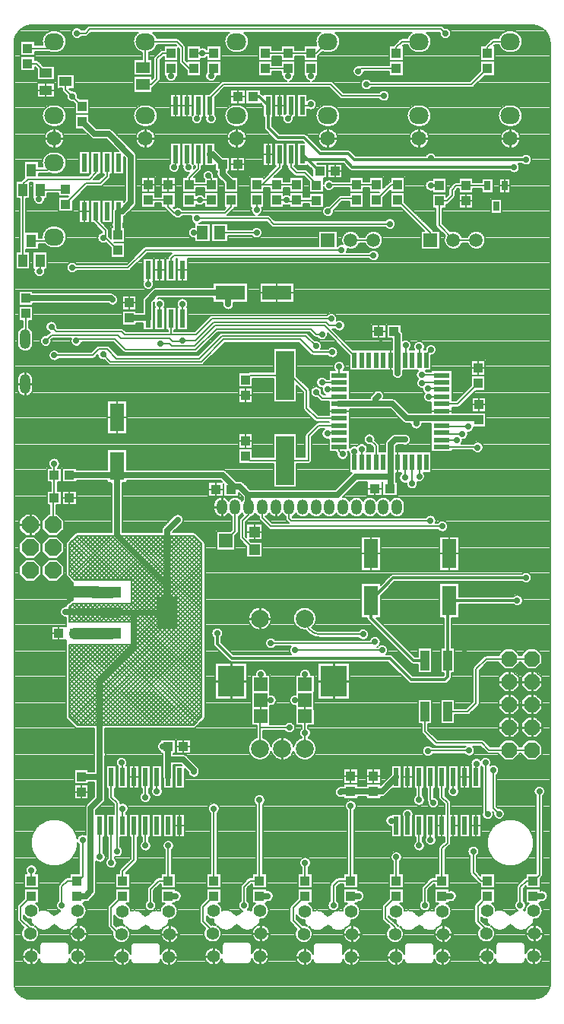
<source format=gtl>
G04 DipTrace 4.0.0.0*
G04 uTest_p02.GTL*
%MOIN*%
G04 #@! TF.FileFunction,Copper,L1,Top*
G04 #@! TF.Part,Single*
%AMOUTLINE0*
4,1,8,
-0.014159,-0.034184,
-0.034184,-0.014159,
-0.034184,0.014159,
-0.014159,0.034184,
0.014159,0.034184,
0.034184,0.014159,
0.034184,-0.014159,
0.014159,-0.034184,
-0.014159,-0.034184,
0*%
%AMOUTLINE1*
4,1,8,
-0.015325,0.037,
-0.037,0.015325,
-0.037,-0.015325,
-0.015325,-0.037,
0.015325,-0.037,
0.037,-0.015325,
0.037,0.015325,
0.015325,0.037,
-0.015325,0.037,
0*%
G04 #@! TA.AperFunction,Conductor*
%ADD14C,0.025*%
G04 #@! TA.AperFunction,CopperBalancing*
%ADD15C,0.007*%
G04 #@! TA.AperFunction,Conductor*
%ADD16C,0.05*%
%ADD17C,0.012*%
G04 #@! TA.AperFunction,CopperBalancing*
%ADD18C,0.00799*%
%ADD19C,0.01*%
%ADD21R,0.047244X0.047244*%
%ADD22R,0.059055X0.062992*%
%ADD23R,0.043307X0.03937*%
%ADD24R,0.03937X0.043307*%
%ADD25R,0.051181X0.059055*%
%ADD26R,0.064961X0.124016*%
%ADD27R,0.059055X0.051181*%
%ADD28R,0.129921X0.064961*%
%ADD29R,0.064961X0.129921*%
%ADD30R,0.03937X0.086614*%
%ADD32R,0.03937X0.055118*%
G04 #@! TA.AperFunction,ComponentPad*
%ADD33C,0.07874*%
%ADD34R,0.11811X0.137795*%
%ADD35R,0.025591X0.041339*%
%ADD36R,0.023622X0.07874*%
%ADD38R,0.087992X0.047992*%
%ADD39R,0.086614X0.141732*%
G04 #@! TA.AperFunction,ComponentPad*
%ADD41O,0.085X0.075*%
%ADD42C,0.065*%
%ADD43R,0.059055X0.059055*%
%ADD45R,0.055118X0.03937*%
%ADD46R,0.07874X0.216535*%
G04 #@! TA.AperFunction,ComponentPad*
%ADD47C,0.059055*%
%ADD48C,0.055118*%
%ADD49R,0.070866X0.019685*%
%ADD50R,0.019685X0.070866*%
G04 #@! TA.AperFunction,ComponentPad*
%ADD51O,0.047244X0.066929*%
%ADD52O,0.047244X0.086614*%
G04 #@! TA.AperFunction,ViaPad*
%ADD53C,0.027559*%
G04 #@! TA.AperFunction,ComponentPad*
%ADD124OUTLINE0*%
%ADD125OUTLINE1*%
%FSLAX26Y26*%
G04*
G70*
G90*
G75*
G01*
G04 Top*
%LPD*%
X785834Y1382059D2*
D14*
Y1481961D1*
Y1806961D1*
X935834Y1956961D1*
Y2103476D1*
X835834D1*
X635834Y2106961D2*
X835834D1*
Y2103476D1*
X652764Y2706961D2*
X865799D1*
Y2747482D1*
X859834D1*
X1079850Y2103476D2*
Y2222734D1*
X859834Y2442749D1*
Y2674529D1*
Y2747482D1*
X685834Y860996D2*
X725308D1*
X2725065D2*
X2685834D1*
X2325405D2*
X2285834D1*
X1921042D2*
X1885834D1*
X1522334D2*
X1485834D1*
X1119184D2*
X1085834D1*
X725308D2*
X746102Y881790D1*
Y1247179D1*
X785834Y1286911D1*
Y1382059D1*
X704041Y1384114D2*
X783779D1*
X785834Y1382059D1*
X1085834D2*
Y1458770D1*
X1085105D1*
Y1516231D1*
X1062174D1*
X835834Y2103476D2*
X1079850D1*
X867134Y3863161D2*
X883193D1*
X922376Y3902345D1*
Y4104526D1*
X823636Y4203266D1*
X761614D1*
X708627Y4256253D1*
X1267134Y4113161D2*
X1279634D1*
X1323334Y4069461D1*
X1360834Y3980139D2*
Y3988287D1*
X1323334Y4025787D1*
Y4029934D1*
Y4069461D1*
X863680Y3760423D2*
Y3803907D1*
Y3859707D1*
X867134Y3863161D1*
X1079850Y2103476D2*
Y2463476D1*
X1127373Y2510999D1*
X1348489Y3455785D2*
Y3496718D1*
X1357653Y3505882D1*
X1032743D1*
X998088Y3471227D1*
Y3394461D1*
X1835834Y3018476D2*
X1992943D1*
X2069232D1*
X2132224Y2955484D1*
X2172932D1*
X2284653D1*
X2439979D1*
X2447212Y2948251D1*
X2060244Y2762571D2*
Y2842205D1*
X2080269Y2862230D1*
X2123279D1*
X2172932Y2932362D2*
Y2955484D1*
X1992943Y3018476D2*
Y3039941D1*
X2006391Y3053389D1*
X2091212Y3153727D2*
Y3210862D1*
X2091740Y3211390D1*
Y3321349D1*
X2075854Y3337235D1*
X2060244Y2762571D2*
Y2699408D1*
Y2648276D1*
X2058485Y2646517D1*
X2060244Y2699408D2*
X1907895D1*
X1828153Y2619667D1*
X1435628D1*
X1398334Y2656961D1*
X1373334D1*
X1322924Y2707371D1*
X1310424D1*
X859834D1*
Y2747482D1*
X913630Y3395181D2*
X997367D1*
X998088Y3394461D1*
X460834Y3481961D2*
X834443D1*
X840782Y3475622D1*
X1885834Y1319461D2*
X1985834D1*
X2023236D1*
X2085834Y1382059D1*
X1885834Y1319461D2*
X1844449D1*
X1841911Y1316923D1*
X1197541Y1404899D2*
Y1412593D1*
X1151363Y1458770D1*
X1085105D1*
X1438197Y2566902D2*
X1435628Y2619667D1*
X1438197Y2566902D2*
D15*
Y2534323D1*
X1410834Y2506961D1*
Y2432076D1*
X1463661Y2379249D1*
X1360834Y2644461D2*
Y2656961D1*
X1310424Y2707371D1*
X1177370Y3980139D2*
X1273334D1*
X1217134Y4113161D2*
Y4050760D1*
X1177370Y4010996D1*
Y3980139D1*
X2123236Y3211390D2*
X2126597D1*
Y3275694D1*
X2058027Y3807715D2*
X1547580D1*
X1523334Y3831961D1*
X1210834D1*
X1260834Y4019461D2*
X1273334Y4006961D1*
Y3980139D1*
X1934260Y2762571D2*
Y2821387D1*
X1954585Y4419461D2*
X2415264D1*
X2485834Y4490032D1*
X1985834Y3737089D2*
X1993206D1*
X1885834D1*
X1985834Y3669461D2*
X1110588D1*
X1098088Y3656961D1*
Y3607059D1*
X998088D2*
Y3544461D1*
X1198334Y3769461D2*
X1236039D1*
X1684260Y1506961D2*
X1685834D1*
Y1575711D1*
X1684260D1*
Y1649136D1*
X1685834Y1650711D1*
X1492084Y1831961D2*
Y1788211D1*
X1685834Y1719461D2*
X1642084D1*
Y1938211D2*
X2023334D1*
X2186228Y2701104D2*
Y2762571D1*
X1685834Y1650711D2*
Y1719461D1*
X2154732Y2762571D2*
Y2669608D1*
X1992085Y1975710D2*
X1985836Y1969461D1*
X1535834D1*
X1542084D1*
X1487409Y1506961D2*
Y1599376D1*
Y1646035D1*
X1492084Y1650711D1*
X1487409Y1599376D2*
X1616818D1*
X1685834Y1831961D2*
Y1788211D1*
X1492084Y1719461D2*
X1535834D1*
X1492084Y1650711D2*
Y1719461D1*
X2123236Y2762571D2*
Y2695404D1*
X1939807Y2008399D2*
X1753687D1*
G02X1684260Y2077827I-1J69427D01*
G01*
X635834Y4431862D2*
Y4395976D1*
X664523Y4367287D1*
X664522D1*
X708627Y4323182D1*
X1835834Y2829500D2*
Y2811957D1*
X1849592Y2798200D1*
X1846010Y3694560D2*
X987268D1*
X908980Y3616273D1*
X664523D1*
X1902764Y2762571D2*
Y2811390D1*
X1902006Y2810633D1*
X1919315Y4477941D2*
X1931405Y4490032D1*
X2085834D1*
X835834Y2194461D2*
D16*
X757728D1*
D14*
X746602Y2183335D1*
X2085834Y1169461D2*
D15*
Y1191316D1*
X2063189D1*
X985834Y1294461D2*
Y1382059D1*
X2536479Y1221349D2*
X2510831Y1246997D1*
Y1412988D1*
X2442031Y2827995D2*
X2443537Y2829500D1*
X2284653D1*
X2435834Y1382059D2*
Y1440112D1*
X2436899Y1441176D1*
X2375844Y2887886D2*
X2280047D1*
X2284653Y2892492D1*
X885834Y1382059D2*
Y1440664D1*
X880622Y1445877D1*
X2224194Y1496819D2*
X2225571Y1498196D1*
X2404556D1*
X2351690Y2859167D2*
X2330666D1*
X2332496Y2860996D1*
X2284653D1*
X2135834Y1169461D2*
Y1219461D1*
X1035834Y1319461D2*
Y1382059D1*
X2486426Y1219461D2*
X2477147Y1228740D1*
Y1446071D1*
X2401223Y2919066D2*
X2279731D1*
X2284653Y2923988D1*
X2197027Y3146534D2*
X2284653D1*
Y3144461D1*
X2199124Y3110278D2*
X2196438Y3112965D1*
X2284653D1*
X2224593Y3086008D2*
X2284653D1*
Y3081469D1*
Y3049972D2*
X2228846D1*
X1615362Y2566902D2*
Y2514933D1*
X1623334Y2506961D1*
X2235834D1*
X2185834Y3269461D2*
X2186228Y3269067D1*
Y3211390D1*
X1497252Y2566902D2*
Y2520543D1*
X1535834Y2481961D1*
X2287069D1*
X2237371Y3256144D2*
X2219084Y3237857D1*
Y3211390D1*
X2217724D1*
X767134Y3863161D2*
Y3821853D1*
X810285Y3778702D1*
Y3746889D1*
X863680Y3693493D1*
X1835834Y2892492D2*
X1787586D1*
X1783556Y2888462D1*
X1805254Y3245368D2*
X1721708D1*
X1665138Y3301938D1*
X1328481D1*
X1229604Y3203060D1*
X832731D1*
X800050Y3235742D1*
Y3746889D2*
X810285D1*
X1835834Y3112965D2*
X1759548D1*
Y3324260D2*
X1734943D1*
X1711401Y3347802D1*
X1296786D1*
X1205945Y3256961D1*
X898334D1*
X851859Y3303436D1*
X690886D1*
X682374Y3294924D1*
X1835834Y3144461D2*
Y3181961D1*
Y3362210D2*
X1791929D1*
X1778459Y3375680D1*
X1283913D1*
X1204035Y3295802D1*
X1148088D1*
Y3456961D2*
Y3394461D1*
Y3295802D2*
Y3293988D1*
X1102926D1*
X1089954Y3306961D1*
X878110D1*
X865736Y3319335D1*
X573208D1*
X548334Y3294461D1*
X835834Y1169461D2*
Y1006961D1*
X1685834D2*
Y927925D1*
X885834D2*
Y969461D1*
X935834Y1019461D1*
Y1169461D1*
X879535Y694461D2*
X871547D1*
X834673Y731335D1*
Y809835D1*
X885834Y860996D1*
X469299Y4577925D2*
X556299D1*
X585834Y4607461D1*
X1198334Y4490032D2*
X1177764D1*
X1148334Y4519461D1*
Y4581961D1*
X1122834Y4607461D1*
X985834D1*
Y4506961D1*
X973334Y4494461D1*
X485834Y3733083D2*
X568264D1*
X585834Y3750654D1*
X1672972Y4325760D2*
X1704634D1*
X1710834Y4331961D1*
Y4456961D2*
Y4490032D1*
X1007369Y819461D2*
Y890995D1*
X1044299Y927925D1*
X1085834D1*
Y1081961D1*
X2185834D2*
Y1169461D1*
X1735834Y3977925D2*
Y3981961D1*
X1685834Y4031961D1*
X1648334D1*
X1622972Y4057323D1*
Y4113161D1*
X2485834Y4556961D2*
Y4581961D1*
X2511334Y4607461D1*
X2585834D1*
X619207Y819461D2*
Y902833D1*
X644299Y927925D1*
X685834D1*
X2235834Y1169461D2*
Y1107060D1*
X710392D2*
Y947814D1*
X690504Y927925D1*
X685834D1*
X1417678Y819461D2*
Y901305D1*
X1444299Y927925D1*
X1485834D1*
Y1281961D1*
X2185834D2*
Y1382059D1*
X2085834Y4556961D2*
Y4581961D1*
X2111334Y4607461D1*
X2185834D1*
X1310842Y3769461D2*
X1473334D1*
Y3869461D2*
Y3913210D1*
X1379142Y2566902D2*
Y2460871D1*
X1336890Y2418619D1*
X479535Y696823D2*
Y715764D1*
X437719Y757580D1*
Y812881D1*
X485834Y860996D1*
X985834Y1169461D2*
Y1081961D1*
X485834Y974659D2*
Y927925D1*
X1648334Y3980139D2*
X1560834D1*
X1473334D1*
X1572972Y4113161D2*
Y4056598D1*
X1496513Y3980139D1*
X1473334D1*
X2629114Y819461D2*
Y900240D1*
X2656799Y927925D1*
X2685834D1*
X2687250D1*
X2713720Y954395D1*
Y1319461D1*
X2335834D2*
Y1382059D1*
X1710834Y4556961D2*
X1610834D1*
X1510834D1*
X1710834D2*
X1735334D1*
X1785834Y4607461D1*
X1510834Y4490032D2*
X1610834D1*
X1622972Y4325760D2*
Y4281598D1*
X1610834Y4269461D1*
Y4456961D2*
Y4490032D1*
X1998334Y3980139D2*
X1910834D1*
X1792510D1*
X1790401Y3978030D1*
X635834Y3894461D2*
Y3897681D1*
X725307Y3987154D1*
X788407D1*
X817134Y4015881D1*
Y4075760D1*
X1910834Y3913210D2*
Y3919461D1*
X1842085D1*
X1785836Y3863211D1*
X2485834Y927925D2*
X2458165D1*
X2423521Y962570D1*
Y1056579D1*
X860834D2*
Y1269461D1*
X835834Y1294461D1*
Y1382059D1*
X2085834Y927925D2*
Y1031961D1*
X785834D2*
Y1169461D1*
X2235836Y3737089D2*
Y3769458D1*
X2092084Y3913210D1*
X1285834Y927925D2*
Y1244461D1*
X885834D2*
Y1169461D1*
X1998334Y3913210D2*
Y3914253D1*
X2064220Y3980139D1*
X2092084D1*
X1085834Y3913210D2*
X998334D1*
X1360834D2*
Y3881961D1*
X1335834Y3856961D1*
X1126842D1*
X1110834D1*
X1085834Y3881961D1*
Y3913210D1*
X1110834Y4056961D2*
X1117134Y4063260D1*
Y4113161D1*
X1285834Y4556961D2*
X1229687D1*
X1198334D1*
X1217134Y4325760D2*
Y4275760D1*
X1210834Y4269461D1*
X1235834Y4556961D2*
X1229687D1*
X1177370Y3913210D2*
X1223334D1*
X1273334D1*
X1167134Y4113161D2*
Y4063161D1*
X1173334Y4056961D1*
X1098334Y4456961D2*
Y4490032D1*
X973334Y4419658D2*
X1011031D1*
X1035834Y4444461D1*
Y4531961D1*
X1060834Y4556961D1*
X1098334D1*
X2479535Y696823D2*
Y711713D1*
X2442894Y748354D1*
Y818055D1*
X2485834Y860996D1*
X2079535Y694461D2*
Y721738D1*
X2037401Y763871D1*
Y812563D1*
X2085834Y860996D1*
X1679535Y694461D2*
Y706680D1*
X1633685Y752530D1*
Y808847D1*
X1685834Y860996D1*
X1279535Y696823D2*
Y707816D1*
X1238674Y748677D1*
Y813836D1*
X1285834Y860996D1*
X2679585Y1500710D2*
X2579585D1*
X2492085D1*
X2460834Y1531961D1*
X2260834D1*
X2210834Y1581961D1*
Y1669658D1*
X469299Y4510996D2*
X507488D1*
X549220Y4469264D1*
X460834Y3415032D2*
Y3306075D1*
X457882Y3303122D1*
X1835834Y2955484D2*
X1736937D1*
X1692001Y3000420D1*
Y3075794D1*
X1623285Y3144511D1*
X1598334D1*
X1443938D1*
X1423334Y3123907D1*
X1835834Y2923988D2*
X1745569D1*
X1699773Y2878192D1*
Y2770899D1*
X1699369Y2770495D1*
X1598334D1*
X1442937D1*
X1423334Y2790097D1*
X2210802Y819461D2*
Y894428D1*
X2244299Y927925D1*
X2285834D1*
Y1069461D1*
X2310834Y1094461D1*
Y1269461D1*
X2285834Y1294461D1*
Y1382059D1*
X485834Y4044461D2*
X554642D1*
X585834Y4075654D1*
X523236Y3646469D2*
Y3603028D1*
X520492Y3600284D1*
X519458Y3916814D2*
Y3954068D1*
X523236Y3957847D1*
X632291D1*
X635834Y3961390D1*
X448433Y3646469D2*
Y3957847D1*
X767134Y4075760D2*
Y4032084D1*
X739789Y4004739D1*
X469806D1*
X448433Y3983366D1*
Y3957847D1*
X2284653Y3018476D2*
X2353558D1*
X2445058Y3109976D1*
X685038Y4644461D2*
X723016D1*
X740224Y4661669D1*
X2282227D1*
X2300999Y4642898D1*
X1810180Y819461D2*
Y906306D1*
X1831799Y927925D1*
X1885834D1*
Y1256961D1*
X2248334Y1269461D2*
X2235834Y1281961D1*
Y1382059D1*
X2679585Y1900710D2*
X2579585D1*
X2479584D1*
X2435834Y1856961D1*
Y1706961D1*
X2398531Y1669658D1*
X2310834D1*
X1267134Y4325760D2*
Y4275661D1*
X1273334Y4269461D1*
Y4456961D2*
X1285834Y4469461D1*
Y4490032D1*
X1997252Y2762571D2*
Y2834772D1*
X1968329Y2863694D1*
X2031035Y4370080D2*
X1847715D1*
X1798334Y4419461D1*
X1326862D1*
X1267134Y4359732D1*
Y4325760D1*
X2335834Y3737089D2*
X2435834D1*
X2335834D2*
Y3740899D1*
X2273334Y3803399D1*
Y3908782D1*
X2306407D1*
X2329585Y3931961D1*
Y3956961D1*
X2348334Y3975710D1*
X2392085D1*
X2486031D1*
Y3975711D1*
X579585Y2488211D2*
Y2600711D1*
X585834Y2606961D1*
Y2706961D1*
Y2756961D1*
Y3231961D2*
X753803D1*
X781471Y3259629D1*
X817565D1*
X859294Y3217900D1*
X1222597D1*
X1320993Y3316297D1*
X1688852D1*
X1733358Y3271790D1*
X1734285D1*
Y3071011D2*
X1760834Y3044461D1*
X1830323D1*
X1835834Y3049972D1*
Y3081469D2*
X1784277D1*
X1800354Y3391672D2*
X1276592D1*
X1207550Y3322630D1*
X1098088D1*
Y3394461D1*
Y3322630D2*
X893732D1*
X879933Y3336429D1*
X593866D1*
X573334Y3356961D1*
X1902764Y3211390D2*
Y3229441D1*
X1770443Y3361761D1*
X1289686D1*
X1200303Y3272378D1*
X1100832D1*
X1090656Y3282554D1*
X1051235D1*
X1048088Y3456961D2*
Y3394461D1*
X1560834Y3913210D2*
X1603365D1*
Y3906961D1*
X1648334D1*
Y3913210D1*
X1735834Y3910996D2*
X1650548D1*
X1648334Y3913210D1*
X2310834Y1894461D2*
D17*
Y2150710D1*
X2317085Y2156961D1*
X835834Y2012492D2*
X777388Y2013343D1*
X1300233D2*
Y1967562D1*
X1363909Y1903886D1*
X2056384D1*
X2151516Y1808755D1*
X2298064D1*
X2310834Y1821525D1*
Y1894461D1*
X2317085Y2156961D2*
X2615854D1*
X2601749Y4055827D2*
X1892600D1*
X1859954Y4088472D1*
X1672972D1*
Y4113161D1*
X1749908Y4039301D2*
X1746833D1*
X1672972Y4113161D1*
X835834Y2012492D2*
D16*
X673075D1*
X672852Y2012269D1*
X2210834Y1894461D2*
D17*
X2160245D1*
X1973334Y2081371D1*
Y2156961D1*
X1522972Y4325760D2*
Y4229965D1*
X1567030Y4185907D1*
X1682181D1*
X1751022Y4117066D1*
X1873684D1*
X1901219Y4089530D1*
X2236916D1*
X2654708D1*
Y2256908D2*
X2653446Y2255646D1*
X2072020D1*
X1973334Y2156961D1*
X1457400Y4364807D2*
X1483925D1*
X1522972Y4325760D1*
X2273334Y3975711D2*
X2236916D1*
Y4095839D2*
Y4089530D1*
D53*
X635834Y2106961D3*
X725308Y860996D3*
X2725065D3*
X2325405D3*
X1921042D3*
X1522334D3*
X1119184D3*
X1062174Y1516231D3*
X785834Y1481961D3*
X859834Y2674529D3*
X863680Y3803907D3*
X1127373Y2510999D3*
X1348489Y3455785D3*
X1323334Y4029934D3*
X2123279Y2862230D3*
X2172932Y2932362D3*
X2006391Y3053389D3*
X2091212Y3153727D3*
X840782Y3475622D3*
X1841911Y1316923D3*
X1197541Y1404899D3*
X2126597Y3275694D3*
X2058027Y3807715D3*
X1210834Y3831961D3*
X1260834Y4019461D3*
X1934260Y2821387D3*
X1954585Y4419461D3*
X1985834Y3669461D3*
X998088Y3544461D3*
X1198334Y3769461D3*
X1492084Y1831961D3*
X1685834Y1575711D3*
X1642084Y1719461D3*
Y1938211D3*
X2023334D3*
X2186228Y2701104D3*
X2154732Y2669608D3*
X1992085Y1975710D3*
X1616818Y1599376D3*
X1685834Y1831961D3*
X1535834Y1719461D3*
Y1969461D3*
X2123236Y2695404D3*
X1939807Y2008399D3*
X1849592Y2798200D3*
X1846010Y3694560D3*
X664523Y3616273D3*
Y4367287D3*
X1902006Y2810633D3*
X1919315Y4477941D3*
X2063189Y1191316D3*
X985834Y1294461D3*
X2536479Y1221349D3*
X2510831Y1412988D3*
X2442031Y2827995D3*
X2063189Y1191316D3*
X2436899Y1441176D3*
X2375844Y2887886D3*
X880622Y1445877D3*
X2224194Y1496819D3*
X2404556Y1498196D3*
X2351690Y2859167D3*
X2135834Y1219461D3*
X1035834Y1319461D3*
X2486426Y1219461D3*
X2477147Y1446071D3*
X2401223Y2919066D3*
X2135834Y1219461D3*
X2197027Y3146534D3*
X2199124Y3110278D3*
X2224593Y3086008D3*
X2228846Y3049972D3*
X2235834Y2506961D3*
X2185834Y3269461D3*
X2287069Y2481961D3*
X2237371Y3256144D3*
X1783556Y2888462D3*
X1805254Y3245368D3*
X800050Y3235742D3*
Y3746889D3*
X1759548Y3112965D3*
Y3324260D3*
X682374Y3294924D3*
X1835834Y3181961D3*
Y3362210D3*
X1148088Y3295802D3*
Y3456961D3*
X548334Y3294461D3*
X835834Y1006961D3*
X1685834D3*
X1710834Y4331961D3*
Y4456961D3*
X1007369Y819461D3*
X1085834Y1081961D3*
X2185834D3*
X619207Y819461D3*
X2235834Y1107060D3*
X710392D3*
X1417678Y819461D3*
X1485834Y1281961D3*
X2185834D3*
X1473334Y3769461D3*
Y3869461D3*
X985834Y1081961D3*
X485834Y974659D3*
X2629114Y819461D3*
X2713720Y1319461D3*
X2335834D3*
X1610834Y4269461D3*
Y4456961D3*
X1790401Y3978030D3*
X1610834Y4269461D3*
X1785836Y3863211D3*
X2423521Y1056579D3*
X860834D3*
X2085834Y1031961D3*
X785834D3*
X1285834Y1244461D3*
X885834D3*
X1110834Y4056961D3*
X1126842Y3856961D3*
X1210834Y4269461D3*
X1235834Y4556961D3*
X1173334Y4056961D3*
X1223334Y3913210D3*
X1098334Y4456961D3*
X1173334Y4056961D3*
X2210802Y819461D3*
X520492Y3600284D3*
X519458Y3916814D3*
X685038Y4644461D3*
X2300999Y4642898D3*
X1810180Y819461D3*
X1885834Y1256961D3*
X2248334Y1269461D3*
X1273334Y4269461D3*
Y4456961D3*
X1968329Y2863694D3*
X2031035Y4370080D3*
X585834Y2756961D3*
Y3231961D3*
X1734285Y3271790D3*
Y3071011D3*
X1784277Y3081469D3*
X1800354Y3391672D3*
X573334Y3356961D3*
X1051235Y3282554D3*
X1048088Y3456961D3*
X1603365Y3913210D3*
X777388Y2013343D3*
X1300233D3*
X2615854Y2156961D3*
X2601749Y4055827D3*
X2654708Y4089530D3*
Y2256908D3*
X2236916Y3975711D3*
Y4095839D3*
X746602Y2183335D3*
X701307Y2205173D3*
X655845Y2166755D3*
X642825Y2230028D3*
X2035955Y3147740D3*
X2216118Y2991600D3*
X2389921Y3004316D3*
X1934922Y2663067D3*
X2019394Y3283633D3*
X2093539Y2824012D3*
X2398334Y1581961D3*
X2360834D3*
X2323334D3*
X2285834D3*
X2385834Y2019461D3*
Y1981961D3*
Y1944461D3*
Y1906961D3*
X1818769Y3454529D3*
X690933Y2440461D2*
D15*
X652334Y2401863D1*
X710732Y2440461D2*
X652334Y2382064D1*
X730531Y2440461D2*
X652334Y2362265D1*
X750330Y2440461D2*
X652334Y2342466D1*
X770129Y2440461D2*
X652334Y2322667D1*
X789928Y2440461D2*
X652334Y2302868D1*
X809727Y2440461D2*
X652334Y2283069D1*
X829526Y2440461D2*
X656182Y2267117D1*
X849325Y2440461D2*
X665666Y2256802D1*
X869124Y2440461D2*
X675150Y2246487D1*
X888923Y2440461D2*
X694417Y2245955D1*
X908722Y2440461D2*
X714216Y2245955D1*
X928521Y2440461D2*
X734015Y2245955D1*
X948320Y2440461D2*
X753814Y2245955D1*
X968119Y2440461D2*
X773613Y2245955D1*
X670621Y2142964D2*
X652334Y2124677D1*
X987917Y2440461D2*
X793412Y2245955D1*
X690420Y2142964D2*
X652334Y2104878D1*
X1007716Y2440461D2*
X813211Y2245955D1*
X710219Y2142964D2*
X652334Y2085079D1*
X1027515Y2440461D2*
X833010Y2245955D1*
X730018Y2142964D2*
X652334Y2065280D1*
X1047314Y2440461D2*
X852809Y2245955D1*
X749817Y2142964D2*
X670557Y2063704D1*
X1067113Y2440461D2*
X872608Y2245955D1*
X769616Y2142964D2*
X690356Y2063704D1*
X1086912Y2440461D2*
X892407Y2245955D1*
X789415Y2142964D2*
X710155Y2063704D1*
X1106711Y2440461D2*
X912206Y2245955D1*
X809214Y2142964D2*
X729954Y2063704D1*
X1126510Y2440461D2*
X924831Y2238782D1*
X829013Y2142964D2*
X749753Y2063704D1*
X1146309Y2440461D2*
X924831Y2218983D1*
X848812Y2142964D2*
X769552Y2063704D1*
X668717Y1962868D2*
X652334Y1946486D1*
X1166108Y2440461D2*
X924831Y2199184D1*
X868611Y2142964D2*
X789351Y2063704D1*
X688516Y1962868D2*
X652334Y1926687D1*
X1185907Y2440461D2*
X924831Y2179385D1*
X888410Y2142964D2*
X809150Y2063704D1*
X708315Y1962868D2*
X652334Y1906888D1*
X1201047Y2435801D2*
X924831Y2159586D1*
X908209Y2142964D2*
X828949Y2063704D1*
X728114Y1962868D2*
X652334Y1887089D1*
X1210946Y2425902D2*
X848748Y2063704D1*
X747913Y1962868D2*
X652334Y1867290D1*
X1220852Y2416009D2*
X868544Y2063701D1*
X767709Y1962865D2*
X652331Y1847488D1*
X1230752Y2406109D2*
X888343Y2063701D1*
X787508Y1962865D2*
X652331Y1827689D1*
X1231835Y2387393D2*
X908142Y2063701D1*
X807307Y1962865D2*
X652331Y1807890D1*
X1231835Y2367594D2*
X924935Y2060694D1*
X827106Y1962865D2*
X652331Y1788091D1*
X1231835Y2347795D2*
X924935Y2040895D1*
X846905Y1962865D2*
X652331Y1768292D1*
X1231835Y2327996D2*
X924829Y2020990D1*
X866704Y1962865D2*
X652331Y1748493D1*
X1231835Y2308197D2*
X924829Y2001191D1*
X886503Y1962865D2*
X652331Y1728694D1*
X1231835Y2288398D2*
X924829Y1981392D1*
X906302Y1962865D2*
X652331Y1708895D1*
X1231835Y2268599D2*
X652331Y1689096D1*
X1231835Y2248800D2*
X652331Y1669297D1*
X1231835Y2229001D2*
X652331Y1649498D1*
X1231835Y2209202D2*
X660684Y1638052D1*
X1231835Y2189403D2*
X670584Y1628152D1*
X1231835Y2169604D2*
X680483Y1618253D1*
X1231835Y2149805D2*
X692983Y1610954D1*
X1231835Y2130006D2*
X712782Y1610954D1*
X1231835Y2110207D2*
X732581Y1610954D1*
X1231835Y2090408D2*
X752380Y1610954D1*
X1231835Y2070609D2*
X772179Y1610954D1*
X1231835Y2050810D2*
X791978Y1610954D1*
X1231835Y2031011D2*
X811777Y1610954D1*
X1231835Y2011212D2*
X831576Y1610954D1*
X1231835Y1991413D2*
X851375Y1610954D1*
X1231835Y1971614D2*
X871174Y1610954D1*
X1231835Y1951815D2*
X890973Y1610954D1*
X1231835Y1932016D2*
X910772Y1610954D1*
X1231835Y1912217D2*
X930571Y1610954D1*
X1231835Y1892418D2*
X950370Y1610954D1*
X1231835Y1872619D2*
X970169Y1610954D1*
X1231835Y1852820D2*
X989968Y1610954D1*
X1231835Y1833021D2*
X1009767Y1610954D1*
X1231835Y1813222D2*
X1029566Y1610954D1*
X1231835Y1793424D2*
X1049365Y1610954D1*
X1231835Y1773625D2*
X1069164Y1610954D1*
X1231835Y1753826D2*
X1088963Y1610954D1*
X1231835Y1734027D2*
X1108762Y1610954D1*
X1231835Y1714228D2*
X1128561Y1610954D1*
X1231835Y1694429D2*
X1148360Y1610954D1*
X1231835Y1674630D2*
X1168159Y1610954D1*
X1231835Y1654831D2*
X1187958Y1610954D1*
X1193236Y2440461D2*
X1231835Y2401863D1*
X1173437Y2440461D2*
X1231835Y2382064D1*
X1153638Y2440461D2*
X1231835Y2362265D1*
X1133839Y2440461D2*
X1231835Y2342466D1*
X1114040Y2440461D2*
X1231835Y2322667D1*
X1094241Y2440461D2*
X1231835Y2302868D1*
X1074442Y2440461D2*
X1231835Y2283069D1*
X1054643Y2440461D2*
X1231835Y2263270D1*
X1034844Y2440461D2*
X1231835Y2243471D1*
X1015045Y2440461D2*
X1231835Y2223672D1*
X995246Y2440461D2*
X1231835Y2203873D1*
X975447Y2440461D2*
X1231835Y2184074D1*
X955648Y2440461D2*
X1231835Y2164275D1*
X935849Y2440461D2*
X1231835Y2144476D1*
X916050Y2440461D2*
X1231835Y2124677D1*
X896251Y2440461D2*
X1231835Y2104878D1*
X876452Y2440461D2*
X1231835Y2085079D1*
X856653Y2440461D2*
X1231835Y2065280D1*
X836854Y2440461D2*
X1231835Y2045481D1*
X817055Y2440461D2*
X1231835Y2025682D1*
X797257Y2440461D2*
X1231835Y2005883D1*
X777458Y2440461D2*
X1231835Y1986084D1*
X757659Y2440461D2*
X1231835Y1966285D1*
X737860Y2440461D2*
X1231835Y1946486D1*
X718061Y2440461D2*
X912566Y2245955D1*
X924829Y2233693D2*
X1231835Y1926687D1*
X698262Y2440461D2*
X892767Y2245955D1*
X924829Y2213894D2*
X1231835Y1906888D1*
X683122Y2435801D2*
X872968Y2245955D1*
X924829Y2194095D2*
X1231835Y1887089D1*
X673223Y2425902D2*
X853169Y2245955D1*
X924829Y2174296D2*
X1231835Y1867290D1*
X663317Y2416009D2*
X833373Y2245952D1*
X924831Y2154494D2*
X1231838Y1847488D1*
X653417Y2406109D2*
X813574Y2245952D1*
X916556Y2142970D2*
X1231838Y1827689D1*
X652334Y2387393D2*
X793775Y2245952D1*
X896757Y2142970D2*
X1231838Y1807890D1*
X652334Y2367594D2*
X773976Y2245952D1*
X876958Y2142970D2*
X1231838Y1788091D1*
X652334Y2347795D2*
X754177Y2245952D1*
X857159Y2142970D2*
X1231838Y1768292D1*
X652334Y2327996D2*
X734378Y2245952D1*
X837360Y2142970D2*
X916630Y2063701D1*
X924938Y2055393D2*
X1231838Y1748493D1*
X652334Y2308197D2*
X714579Y2245952D1*
X817561Y2142970D2*
X896831Y2063701D1*
X924938Y2035594D2*
X1231838Y1728694D1*
X652334Y2288398D2*
X694780Y2245952D1*
X797762Y2142970D2*
X877032Y2063701D1*
X924831Y2015901D2*
X1231838Y1708895D1*
X671863Y2249071D2*
X674981Y2245952D1*
X777963Y2142970D2*
X857233Y2063701D1*
X924831Y1996102D2*
X1231838Y1689096D1*
X758164Y2142970D2*
X837434Y2063701D1*
X924831Y1976303D2*
X1231838Y1669297D1*
X738365Y2142970D2*
X817635Y2063701D1*
X918470Y1962865D2*
X1231838Y1649498D1*
X718566Y2142970D2*
X797836Y2063701D1*
X898671Y1962865D2*
X1223485Y1638052D1*
X698767Y2142970D2*
X778037Y2063701D1*
X878872Y1962865D2*
X1213585Y1628152D1*
X678968Y2142970D2*
X758238Y2063701D1*
X859073Y1962865D2*
X1203686Y1618253D1*
X663810Y2138330D2*
X738439Y2063701D1*
X839274Y1962865D2*
X1191186Y1610954D1*
X652499Y2129842D2*
X718640Y2063701D1*
X819475Y1962865D2*
X1171387Y1610954D1*
X652334Y2110207D2*
X698841Y2063701D1*
X799676Y1962865D2*
X1151588Y1610954D1*
X652334Y2090408D2*
X679042Y2063701D1*
X779877Y1962865D2*
X1131789Y1610954D1*
X652334Y2070609D2*
X659243Y2063701D1*
X760078Y1962865D2*
X1111990Y1610954D1*
X740279Y1962865D2*
X1092191Y1610954D1*
X720480Y1962865D2*
X1072392Y1610954D1*
X700681Y1962865D2*
X1052593Y1610954D1*
X680882Y1962865D2*
X1032794Y1610954D1*
X661083Y1962865D2*
X1012995Y1610954D1*
X652334Y1951815D2*
X993196Y1610954D1*
X652334Y1932016D2*
X973397Y1610954D1*
X652334Y1912217D2*
X953598Y1610954D1*
X652334Y1892418D2*
X933799Y1610954D1*
X652334Y1872619D2*
X914000Y1610954D1*
X652334Y1852820D2*
X894201Y1610954D1*
X652334Y1833021D2*
X874402Y1610954D1*
X652334Y1813222D2*
X854603Y1610954D1*
X652334Y1793424D2*
X834804Y1610954D1*
X652334Y1773625D2*
X815005Y1610954D1*
X652334Y1753826D2*
X795206Y1610954D1*
X652334Y1734027D2*
X775407Y1610954D1*
X652334Y1714228D2*
X755608Y1610954D1*
X652334Y1694429D2*
X735809Y1610954D1*
X652334Y1674630D2*
X716010Y1610954D1*
X652334Y1654831D2*
X696211Y1610954D1*
X670547Y2143458D2*
X668357Y2142199D1*
X666967Y2141558D1*
X651836Y2130212D1*
X651835Y2063195D1*
X924444Y2063206D1*
Y2029957D1*
X924348D1*
X924335Y1975680D1*
X923454Y1975611D1*
Y1963362D1*
X651835D1*
Y1645902D1*
X687289Y1610456D1*
X1196885Y1610461D1*
X1232339Y1645915D1*
X1232334Y2405518D1*
X1196880Y2440965D1*
X687283Y2440961D1*
X651830Y2405506D1*
X651835Y2270838D1*
X675133Y2245468D1*
X924335Y2245461D1*
Y2143461D1*
X670573D1*
X456797Y4671892D2*
X729559D1*
X2292902D2*
X2712897D1*
X443836Y4665024D2*
X670907D1*
X699172D2*
X722682D1*
X2312357D2*
X2726186D1*
X435633Y4658155D2*
X663948D1*
X2320943D2*
X2734307D1*
X428906Y4651286D2*
X559877D1*
X611795D2*
X660748D1*
X2324785D2*
X2559881D1*
X2611785D2*
X2741403D1*
X424285Y4644417D2*
X549063D1*
X622596D2*
X659778D1*
X743865D2*
X949061D1*
X1022607D2*
X1349073D1*
X1422606D2*
X1749071D1*
X1822604D2*
X2149069D1*
X2222602D2*
X2275780D1*
X2326207D2*
X2549067D1*
X2622600D2*
X2746065D1*
X419664Y4637549D2*
X542377D1*
X629295D2*
X660776D1*
X737002D2*
X942375D1*
X1029293D2*
X1342373D1*
X1429291D2*
X1742372D1*
X1829289D2*
X2142370D1*
X2229287D2*
X2276327D1*
X2325674D2*
X2542381D1*
X2629299D2*
X2750727D1*
X417231Y4630680D2*
X537811D1*
X633861D2*
X664002D1*
X727459D2*
X937809D1*
X1033859D2*
X1337807D1*
X1433871D2*
X1737805D1*
X1833869D2*
X2137803D1*
X2233867D2*
X2278993D1*
X2323008D2*
X2537801D1*
X2633865D2*
X2753502D1*
X415029Y4623811D2*
X534707D1*
X636965D2*
X671043D1*
X699035D2*
X934706D1*
X1036963D2*
X1334704D1*
X1436961D2*
X1734702D1*
X1836959D2*
X2134713D1*
X2236957D2*
X2284844D1*
X2317156D2*
X2534711D1*
X2636955D2*
X2755813D1*
X412856Y4616942D2*
X532793D1*
X638879D2*
X932791D1*
X1134252D2*
X1332789D1*
X1438875D2*
X1732801D1*
X1838873D2*
X2099918D1*
X2238871D2*
X2499916D1*
X2638869D2*
X2758123D1*
X412678Y4610074D2*
X438129D1*
X500465D2*
X531918D1*
X639740D2*
X931930D1*
X1141115D2*
X1331928D1*
X1439750D2*
X1731926D1*
X1839748D2*
X2093055D1*
X2239746D2*
X2493053D1*
X2639744D2*
X2758602D1*
X412486Y4603205D2*
X438129D1*
X500465D2*
X532041D1*
X639631D2*
X932039D1*
X1147992D2*
X1332038D1*
X1439627D2*
X1732036D1*
X1839625D2*
X2086178D1*
X2239623D2*
X2486190D1*
X2639621D2*
X2758957D1*
X412295Y4596336D2*
X438129D1*
X500465D2*
X533149D1*
X638510D2*
X933147D1*
X1154856D2*
X1333159D1*
X1438520D2*
X1733157D1*
X1838518D2*
X2079315D1*
X2238516D2*
X2479313D1*
X2638514D2*
X2759313D1*
X412240Y4589467D2*
X438129D1*
X636336D2*
X935334D1*
X1036334D2*
X1119932D1*
X1161186D2*
X1335332D1*
X1436332D2*
X1735331D1*
X1836330D2*
X2072985D1*
X2114238D2*
X2135329D1*
X2236342D2*
X2472983D1*
X2514236D2*
X2535327D1*
X2636340D2*
X2759436D1*
X412240Y4582598D2*
X438129D1*
X632918D2*
X938752D1*
X1032916D2*
X1067172D1*
X1163305D2*
X1167168D1*
X1229504D2*
X1254668D1*
X1317004D2*
X1338750D1*
X1432914D2*
X1479666D1*
X1542002D2*
X1579676D1*
X1641998D2*
X1679672D1*
X1832926D2*
X2054664D1*
X2117000D2*
X2138747D1*
X2232924D2*
X2454676D1*
X2516998D2*
X2538745D1*
X2632922D2*
X2759436D1*
X412240Y4575730D2*
X438129D1*
X627928D2*
X943743D1*
X1027926D2*
X1067172D1*
X1129494D2*
X1133350D1*
X1163318D2*
X1167168D1*
X1317004D2*
X1343741D1*
X1427924D2*
X1479666D1*
X1542002D2*
X1579676D1*
X1641998D2*
X1679672D1*
X1827922D2*
X2054664D1*
X2117000D2*
X2143750D1*
X2227920D2*
X2454676D1*
X2516998D2*
X2543748D1*
X2627918D2*
X2759436D1*
X412240Y4568861D2*
X438129D1*
X620531D2*
X951139D1*
X1020529D2*
X1052243D1*
X1129494D2*
X1133350D1*
X1163318D2*
X1167168D1*
X1317004D2*
X1351137D1*
X1420541D2*
X1479666D1*
X1820539D2*
X2054664D1*
X2117000D2*
X2151133D1*
X2220537D2*
X2454676D1*
X2516998D2*
X2551131D1*
X2620535D2*
X2759436D1*
X412240Y4561992D2*
X438129D1*
X500465D2*
X563897D1*
X607775D2*
X963895D1*
X1007773D2*
X1044969D1*
X1129494D2*
X1133350D1*
X1163318D2*
X1167168D1*
X1317004D2*
X1363893D1*
X1407772D2*
X1479666D1*
X1807770D2*
X2054664D1*
X2117000D2*
X2163903D1*
X2207768D2*
X2454676D1*
X2516998D2*
X2563901D1*
X2607766D2*
X2759436D1*
X412240Y4555123D2*
X438129D1*
X500465D2*
X970854D1*
X1000814D2*
X1038106D1*
X1129494D2*
X1133350D1*
X1163318D2*
X1167168D1*
X1317004D2*
X1479666D1*
X1754395D2*
X2054664D1*
X2117000D2*
X2454676D1*
X2516998D2*
X2759436D1*
X412240Y4548255D2*
X438129D1*
X500465D2*
X970854D1*
X1000814D2*
X1031229D1*
X1129494D2*
X1133350D1*
X1163318D2*
X1167168D1*
X1317004D2*
X1479666D1*
X1747518D2*
X2054664D1*
X2117000D2*
X2454676D1*
X2516998D2*
X2759436D1*
X412240Y4541386D2*
X438129D1*
X500465D2*
X970854D1*
X1000814D2*
X1024407D1*
X1129494D2*
X1133350D1*
X1163318D2*
X1167168D1*
X1317004D2*
X1479666D1*
X1542002D2*
X1579676D1*
X1641998D2*
X1679672D1*
X1741994D2*
X2054664D1*
X2117000D2*
X2454676D1*
X2516998D2*
X2759436D1*
X412240Y4534517D2*
X438129D1*
X500465D2*
X970854D1*
X1000814D2*
X1021084D1*
X1059289D2*
X1067172D1*
X1129494D2*
X1133350D1*
X1163318D2*
X1167168D1*
X1246512D2*
X1254668D1*
X1317004D2*
X1479666D1*
X1542002D2*
X1579676D1*
X1641998D2*
X1679672D1*
X1741994D2*
X2054664D1*
X2117000D2*
X2454676D1*
X2516998D2*
X2759436D1*
X412240Y4527648D2*
X438129D1*
X500465D2*
X932327D1*
X1014336D2*
X1020852D1*
X1052412D2*
X1067172D1*
X1129494D2*
X1133350D1*
X1163318D2*
X1167168D1*
X1229504D2*
X1254668D1*
X1317004D2*
X1479666D1*
X1542002D2*
X1579676D1*
X1641998D2*
X1679672D1*
X1741994D2*
X2054664D1*
X2117000D2*
X2454676D1*
X2516998D2*
X2759436D1*
X412240Y4520780D2*
X438129D1*
X518594D2*
X932327D1*
X1014336D2*
X1020852D1*
X1050813D2*
X1067172D1*
X1129494D2*
X1133350D1*
X1229504D2*
X1254668D1*
X1317004D2*
X1479666D1*
X1542002D2*
X1579676D1*
X1641998D2*
X1679672D1*
X1741994D2*
X2054664D1*
X2117000D2*
X2454676D1*
X2516998D2*
X2759436D1*
X412240Y4513911D2*
X438129D1*
X525471D2*
X932327D1*
X1014336D2*
X1020852D1*
X1050813D2*
X1067172D1*
X1129494D2*
X1134479D1*
X1229504D2*
X1254668D1*
X1317004D2*
X1479666D1*
X1542002D2*
X1579676D1*
X1641998D2*
X1679672D1*
X1741994D2*
X2054664D1*
X2117000D2*
X2454676D1*
X2516998D2*
X2759436D1*
X412240Y4507042D2*
X438129D1*
X532334D2*
X932327D1*
X1014336D2*
X1020852D1*
X1050813D2*
X1067172D1*
X1129494D2*
X1139852D1*
X1229504D2*
X1254668D1*
X1317004D2*
X1479666D1*
X1542002D2*
X1579676D1*
X1641998D2*
X1679672D1*
X1741994D2*
X2054664D1*
X2117000D2*
X2454676D1*
X2516998D2*
X2759436D1*
X412240Y4500173D2*
X438129D1*
X539211D2*
X932327D1*
X1014336D2*
X1020852D1*
X1050813D2*
X1067172D1*
X1129494D2*
X1146729D1*
X1229504D2*
X1254668D1*
X1317004D2*
X1479666D1*
X1641998D2*
X1679672D1*
X1741994D2*
X1908184D1*
X2117000D2*
X2454676D1*
X2516998D2*
X2759436D1*
X412240Y4493305D2*
X438129D1*
X500465D2*
X504288D1*
X588266D2*
X932327D1*
X1014336D2*
X1020852D1*
X1050813D2*
X1067172D1*
X1129494D2*
X1153592D1*
X1229504D2*
X1254668D1*
X1317004D2*
X1479666D1*
X1641998D2*
X1679672D1*
X1741994D2*
X1899448D1*
X2117000D2*
X2454676D1*
X2516998D2*
X2759436D1*
X412240Y4486436D2*
X438129D1*
X500465D2*
X510180D1*
X588266D2*
X932327D1*
X1014336D2*
X1020852D1*
X1050813D2*
X1067172D1*
X1129494D2*
X1160469D1*
X1229504D2*
X1254668D1*
X1317004D2*
X1479666D1*
X1641998D2*
X1679672D1*
X1741994D2*
X1895565D1*
X2117000D2*
X2454676D1*
X2516998D2*
X2759436D1*
X412240Y4479567D2*
X438129D1*
X500465D2*
X510180D1*
X588266D2*
X932327D1*
X1014336D2*
X1020852D1*
X1050813D2*
X1067172D1*
X1129494D2*
X1167168D1*
X1229504D2*
X1254668D1*
X1317004D2*
X1479666D1*
X1641998D2*
X1679672D1*
X1741994D2*
X1894116D1*
X2117000D2*
X2454471D1*
X2516998D2*
X2759436D1*
X412240Y4472698D2*
X510180D1*
X588266D2*
X932327D1*
X1014336D2*
X1020852D1*
X1050813D2*
X1067172D1*
X1129494D2*
X1167168D1*
X1229504D2*
X1253780D1*
X1317004D2*
X1479666D1*
X1542002D2*
X1579676D1*
X1641998D2*
X1679672D1*
X1741994D2*
X1894622D1*
X1944010D2*
X2054664D1*
X2117000D2*
X2447608D1*
X2516998D2*
X2759436D1*
X412240Y4465829D2*
X510180D1*
X588266D2*
X932327D1*
X1014336D2*
X1020852D1*
X1050813D2*
X1067172D1*
X1129494D2*
X1167168D1*
X1229504D2*
X1249733D1*
X1317004D2*
X1479666D1*
X1542002D2*
X1579676D1*
X1641998D2*
X1679672D1*
X1741994D2*
X1897247D1*
X1941385D2*
X2054664D1*
X2117000D2*
X2440731D1*
X2516998D2*
X2759436D1*
X412240Y4458961D2*
X510180D1*
X588266D2*
X596791D1*
X674877D2*
X932327D1*
X1014336D2*
X1020852D1*
X1050813D2*
X1067172D1*
X1129494D2*
X1167168D1*
X1229504D2*
X1248161D1*
X1317004D2*
X1479666D1*
X1542002D2*
X1579676D1*
X1641998D2*
X1679672D1*
X1741994D2*
X1903030D1*
X1935602D2*
X2054664D1*
X2117000D2*
X2433868D1*
X2516998D2*
X2759436D1*
X412240Y4452092D2*
X510180D1*
X588266D2*
X596791D1*
X674877D2*
X932327D1*
X1014336D2*
X1020852D1*
X1050813D2*
X1073557D1*
X1123109D2*
X1248557D1*
X1298109D2*
X1586061D1*
X1635613D2*
X1686057D1*
X1735609D2*
X2427004D1*
X2468791D2*
X2759436D1*
X412240Y4445223D2*
X510180D1*
X588266D2*
X596791D1*
X674877D2*
X932327D1*
X1050813D2*
X1076059D1*
X1120607D2*
X1251059D1*
X1295607D2*
X1588563D1*
X1633111D2*
X1688559D1*
X1733107D2*
X2420127D1*
X2461928D2*
X2759436D1*
X412240Y4438354D2*
X596791D1*
X674877D2*
X932327D1*
X1049445D2*
X1081610D1*
X1115070D2*
X1256610D1*
X1290070D2*
X1594100D1*
X1627561D2*
X1694110D1*
X1727570D2*
X1938194D1*
X1970971D2*
X2413264D1*
X2455051D2*
X2759436D1*
X412240Y4431486D2*
X596791D1*
X674877D2*
X932327D1*
X1043758D2*
X1318461D1*
X1806731D2*
X1932465D1*
X2448188D2*
X2759436D1*
X412240Y4424617D2*
X510180D1*
X588266D2*
X596791D1*
X674877D2*
X932327D1*
X1036881D2*
X1311120D1*
X1814072D2*
X1929868D1*
X2441311D2*
X2759436D1*
X412240Y4417748D2*
X510180D1*
X588266D2*
X596791D1*
X674877D2*
X932327D1*
X1030018D2*
X1304256D1*
X1820936D2*
X1929389D1*
X2434447D2*
X2759436D1*
X412240Y4410879D2*
X510180D1*
X588266D2*
X596791D1*
X674877D2*
X932327D1*
X1023154D2*
X1297379D1*
X1827813D2*
X1930879D1*
X2427584D2*
X2759436D1*
X412240Y4404011D2*
X510180D1*
X588266D2*
X596791D1*
X674877D2*
X932327D1*
X1014336D2*
X1290516D1*
X1332303D2*
X1792889D1*
X1834676D2*
X1934789D1*
X1974375D2*
X2759436D1*
X412240Y4397142D2*
X510180D1*
X588266D2*
X620854D1*
X655559D2*
X932327D1*
X1014336D2*
X1283653D1*
X1325439D2*
X1799752D1*
X1841553D2*
X1943635D1*
X1965529D2*
X2759436D1*
X412240Y4390273D2*
X510180D1*
X588266D2*
X622043D1*
X673879D2*
X932327D1*
X1014336D2*
X1276776D1*
X1318576D2*
X1357344D1*
X1490527D2*
X1806629D1*
X1848416D2*
X2016356D1*
X2045715D2*
X2759436D1*
X412240Y4383404D2*
X510180D1*
X588266D2*
X627512D1*
X683750D2*
X932327D1*
X1014336D2*
X1269913D1*
X1311699D2*
X1357344D1*
X1490527D2*
X1813493D1*
X2052359D2*
X2759436D1*
X412240Y4376535D2*
X510180D1*
X588266D2*
X634375D1*
X687975D2*
X1263036D1*
X1304836D2*
X1357344D1*
X1496625D2*
X1820370D1*
X2055436D2*
X2759436D1*
X412240Y4369667D2*
X510180D1*
X588266D2*
X639379D1*
X689670D2*
X1093846D1*
X1297959D2*
X1357344D1*
X1696262D2*
X1827233D1*
X2056297D2*
X2759436D1*
X412240Y4362798D2*
X639680D1*
X689902D2*
X1093846D1*
X1291096D2*
X1357344D1*
X1696262D2*
X1834096D1*
X2055189D2*
X2759436D1*
X412240Y4355929D2*
X642045D1*
X696779D2*
X1093846D1*
X1290426D2*
X1357344D1*
X1696262D2*
X1704774D1*
X1716893D2*
X1845102D1*
X2051813D2*
X2759436D1*
X412240Y4349060D2*
X647364D1*
X739791D2*
X1093846D1*
X1290426D2*
X1357344D1*
X1729156D2*
X2017627D1*
X2044443D2*
X2759436D1*
X412240Y4342192D2*
X668719D1*
X739791D2*
X1093846D1*
X1290426D2*
X1357344D1*
X1733859D2*
X2759436D1*
X412240Y4335323D2*
X675596D1*
X739791D2*
X1093846D1*
X1290426D2*
X1357344D1*
X1735869D2*
X2759436D1*
X412240Y4328454D2*
X565456D1*
X606217D2*
X677456D1*
X739791D2*
X965454D1*
X1006215D2*
X1093846D1*
X1290426D2*
X1365452D1*
X1406213D2*
X1495854D1*
X1735842D2*
X1765450D1*
X1806211D2*
X2165448D1*
X2206223D2*
X2565446D1*
X2606221D2*
X2759436D1*
X412240Y4321585D2*
X551852D1*
X619820D2*
X677456D1*
X739791D2*
X951850D1*
X1019818D2*
X1093846D1*
X1290426D2*
X1351848D1*
X1419816D2*
X1499682D1*
X1733791D2*
X1751846D1*
X1819828D2*
X2151844D1*
X2219826D2*
X2551842D1*
X2619824D2*
X2759436D1*
X412240Y4314717D2*
X544209D1*
X627463D2*
X677456D1*
X739791D2*
X944207D1*
X1027461D2*
X1093846D1*
X1290426D2*
X1344206D1*
X1427459D2*
X1499682D1*
X1729020D2*
X1744217D1*
X1827457D2*
X2144215D1*
X2227455D2*
X2544213D1*
X2627453D2*
X2759436D1*
X412240Y4307848D2*
X539069D1*
X632604D2*
X677456D1*
X739791D2*
X939067D1*
X1032602D2*
X1093846D1*
X1290426D2*
X1339065D1*
X1432600D2*
X1499682D1*
X1696262D2*
X1705471D1*
X1716195D2*
X1739063D1*
X1832598D2*
X2139075D1*
X2232596D2*
X2539073D1*
X2632607D2*
X2759436D1*
X412240Y4300979D2*
X535541D1*
X636117D2*
X677456D1*
X739791D2*
X935553D1*
X1036115D2*
X1093846D1*
X1290426D2*
X1335551D1*
X1436127D2*
X1499682D1*
X1696262D2*
X1735549D1*
X1836125D2*
X2135547D1*
X2236123D2*
X2535545D1*
X2636121D2*
X2759436D1*
X412240Y4294110D2*
X533286D1*
X638387D2*
X677456D1*
X739791D2*
X933284D1*
X1038385D2*
X1093846D1*
X1290426D2*
X1333282D1*
X1438383D2*
X1499682D1*
X1696262D2*
X1733280D1*
X1838395D2*
X2133278D1*
X2238393D2*
X2533276D1*
X2638391D2*
X2759436D1*
X412240Y4287242D2*
X532096D1*
X639576D2*
X677456D1*
X739791D2*
X932094D1*
X1039574D2*
X1093846D1*
X1290973D2*
X1332092D1*
X1439572D2*
X1499682D1*
X1696262D2*
X1732090D1*
X1839584D2*
X2132088D1*
X2239582D2*
X2532086D1*
X2639580D2*
X2759436D1*
X412240Y4280373D2*
X531905D1*
X639768D2*
X677456D1*
X739791D2*
X931903D1*
X1039766D2*
X1093846D1*
X1296031D2*
X1331901D1*
X1439764D2*
X1499682D1*
X1696262D2*
X1731899D1*
X1839775D2*
X2131897D1*
X2239773D2*
X2531895D1*
X2639772D2*
X2759436D1*
X412240Y4273504D2*
X532698D1*
X638975D2*
X677456D1*
X739791D2*
X932696D1*
X1038973D2*
X1185913D1*
X1235766D2*
X1248407D1*
X1298260D2*
X1332694D1*
X1438971D2*
X1505493D1*
X1540457D2*
X1585911D1*
X1635764D2*
X1732692D1*
X1838982D2*
X2132690D1*
X2238981D2*
X2532688D1*
X2638979D2*
X2759436D1*
X412240Y4266635D2*
X534516D1*
X637143D2*
X677456D1*
X739791D2*
X934528D1*
X1037141D2*
X1185735D1*
X1235930D2*
X1248243D1*
X1298438D2*
X1334526D1*
X1437152D2*
X1505493D1*
X1540457D2*
X1585733D1*
X1635928D2*
X1734524D1*
X1837150D2*
X2134522D1*
X2237148D2*
X2534520D1*
X2637147D2*
X2759436D1*
X412240Y4259766D2*
X537524D1*
X634148D2*
X677456D1*
X739791D2*
X937522D1*
X1034147D2*
X1187567D1*
X1234098D2*
X1250075D1*
X1296606D2*
X1337520D1*
X1434145D2*
X1505493D1*
X1540457D2*
X1587565D1*
X1634096D2*
X1737518D1*
X1834143D2*
X2137516D1*
X2234154D2*
X2537514D1*
X2634152D2*
X2759436D1*
X412240Y4252898D2*
X541967D1*
X629705D2*
X677456D1*
X745602D2*
X941965D1*
X1029703D2*
X1191997D1*
X1229668D2*
X1254504D1*
X1292162D2*
X1341963D1*
X1429701D2*
X1505493D1*
X1540457D2*
X1591995D1*
X1629666D2*
X1741961D1*
X1829699D2*
X2141959D1*
X2229711D2*
X2541957D1*
X2629709D2*
X2759436D1*
X412240Y4246029D2*
X548448D1*
X623211D2*
X677456D1*
X752479D2*
X948459D1*
X1023209D2*
X1202784D1*
X1218895D2*
X1265278D1*
X1281389D2*
X1348457D1*
X1423221D2*
X1505493D1*
X1540457D2*
X1602782D1*
X1618893D2*
X1748456D1*
X1823219D2*
X2148454D1*
X2223217D2*
X2548452D1*
X2623215D2*
X2759436D1*
X412240Y4239160D2*
X558784D1*
X612889D2*
X677456D1*
X759342D2*
X958782D1*
X1012887D2*
X1358780D1*
X1412885D2*
X1505493D1*
X1540457D2*
X1758778D1*
X1812883D2*
X2158776D1*
X2212895D2*
X2558774D1*
X2612893D2*
X2759436D1*
X412240Y4232291D2*
X677456D1*
X766219D2*
X1505493D1*
X1545078D2*
X2759436D1*
X412240Y4225423D2*
X579893D1*
X591766D2*
X677456D1*
X831488D2*
X979891D1*
X991777D2*
X1379903D1*
X1391775D2*
X1506122D1*
X1551941D2*
X1779901D1*
X1791773D2*
X2179899D1*
X2191772D2*
X2579897D1*
X2591770D2*
X2759436D1*
X412240Y4218554D2*
X561245D1*
X610414D2*
X712702D1*
X841975D2*
X961256D1*
X1010412D2*
X1361254D1*
X1410424D2*
X1509963D1*
X1558818D2*
X1761252D1*
X1810422D2*
X2161250D1*
X2210420D2*
X2561248D1*
X2610418D2*
X2759436D1*
X412240Y4211685D2*
X553206D1*
X618453D2*
X719579D1*
X848838D2*
X953217D1*
X1018451D2*
X1353215D1*
X1418463D2*
X1516827D1*
X1565682D2*
X1753213D1*
X1818461D2*
X2153211D1*
X2218459D2*
X2553209D1*
X2618457D2*
X2759436D1*
X412240Y4204816D2*
X548079D1*
X623594D2*
X726442D1*
X855715D2*
X948077D1*
X1023592D2*
X1348075D1*
X1423590D2*
X1523690D1*
X1572545D2*
X1748073D1*
X1823588D2*
X2148071D1*
X2223600D2*
X2548069D1*
X2623598D2*
X2759436D1*
X412240Y4197948D2*
X544715D1*
X626943D2*
X733305D1*
X862578D2*
X944727D1*
X1026955D2*
X1344725D1*
X1426953D2*
X1530553D1*
X1694566D2*
X1744723D1*
X1826951D2*
X2144721D1*
X2226949D2*
X2544719D1*
X2626947D2*
X2759436D1*
X412240Y4191079D2*
X542719D1*
X628953D2*
X740182D1*
X869441D2*
X942717D1*
X1028951D2*
X1342715D1*
X1428949D2*
X1537430D1*
X1701443D2*
X1742727D1*
X1828947D2*
X2142725D1*
X2228945D2*
X2542723D1*
X2628943D2*
X2759436D1*
X412240Y4184210D2*
X541885D1*
X629773D2*
X747538D1*
X876318D2*
X941883D1*
X1029785D2*
X1341895D1*
X1429783D2*
X1544293D1*
X1708307D2*
X1741893D1*
X1829781D2*
X2141891D1*
X2229779D2*
X2541889D1*
X2629777D2*
X2759436D1*
X412240Y4177341D2*
X542159D1*
X629514D2*
X815938D1*
X883182D2*
X942157D1*
X1029512D2*
X1342155D1*
X1429510D2*
X1551170D1*
X1715184D2*
X1742153D1*
X1829508D2*
X2142164D1*
X2229506D2*
X2542163D1*
X2629504D2*
X2759436D1*
X412240Y4170473D2*
X543553D1*
X628119D2*
X822801D1*
X890059D2*
X943551D1*
X1028117D2*
X1343549D1*
X1428115D2*
X1559743D1*
X1722047D2*
X1743547D1*
X1828127D2*
X2143545D1*
X2228125D2*
X2543543D1*
X2628123D2*
X2759436D1*
X412240Y4163604D2*
X546178D1*
X625494D2*
X829678D1*
X896922D2*
X946176D1*
X1025492D2*
X1346174D1*
X1425490D2*
X1680055D1*
X1728910D2*
X1746172D1*
X1825488D2*
X2146184D1*
X2225486D2*
X2546182D1*
X2625484D2*
X2759436D1*
X412240Y4156735D2*
X550334D1*
X621338D2*
X836541D1*
X903785D2*
X950332D1*
X1021336D2*
X1093846D1*
X1290426D2*
X1350331D1*
X1421334D2*
X1499682D1*
X1735787D2*
X1750329D1*
X1821332D2*
X2150327D1*
X2221344D2*
X2550325D1*
X2621342D2*
X2759436D1*
X412240Y4149866D2*
X556664D1*
X615008D2*
X843418D1*
X910662D2*
X956663D1*
X1015006D2*
X1093846D1*
X1290426D2*
X1356661D1*
X1415004D2*
X1499682D1*
X1742650D2*
X1756659D1*
X1815002D2*
X2156657D1*
X2215014D2*
X2556655D1*
X2615012D2*
X2759436D1*
X412240Y4142997D2*
X567370D1*
X604303D2*
X850282D1*
X917525D2*
X967368D1*
X1004301D2*
X1093846D1*
X1290426D2*
X1367366D1*
X1404299D2*
X1499682D1*
X1749527D2*
X1767364D1*
X1804311D2*
X2167362D1*
X2204309D2*
X2567360D1*
X2604307D2*
X2759436D1*
X412240Y4136129D2*
X857145D1*
X924402D2*
X1093846D1*
X1290426D2*
X1499682D1*
X1756391D2*
X2759436D1*
X412240Y4129260D2*
X864022D1*
X931266D2*
X1093846D1*
X1297152D2*
X1499682D1*
X1885904D2*
X2759436D1*
X412240Y4122391D2*
X568026D1*
X603647D2*
X693848D1*
X938129D2*
X1093846D1*
X1304029D2*
X1499682D1*
X1892795D2*
X2759436D1*
X412240Y4115522D2*
X552905D1*
X618768D2*
X693848D1*
X943598D2*
X1093846D1*
X1310893D2*
X1499682D1*
X1899658D2*
X2221530D1*
X2252297D2*
X2759436D1*
X412240Y4108654D2*
X544893D1*
X626779D2*
X693848D1*
X945990D2*
X1093846D1*
X1317770D2*
X1499682D1*
X1906522D2*
X2215268D1*
X2258572D2*
X2638604D1*
X2670820D2*
X2759436D1*
X412240Y4101785D2*
X539534D1*
X632125D2*
X693848D1*
X946359D2*
X1093846D1*
X1324633D2*
X1499682D1*
X2676686D2*
X2759436D1*
X412240Y4094916D2*
X535870D1*
X635803D2*
X693848D1*
X890428D2*
X898366D1*
X946359D2*
X1093846D1*
X1423398D2*
X1499682D1*
X2679365D2*
X2759436D1*
X412240Y4088047D2*
X533477D1*
X638195D2*
X693848D1*
X890428D2*
X898393D1*
X946359D2*
X1093846D1*
X1423398D2*
X1499682D1*
X2679926D2*
X2759436D1*
X412240Y4081179D2*
X454672D1*
X516994D2*
X532178D1*
X639494D2*
X693848D1*
X890428D2*
X898393D1*
X946359D2*
X1093846D1*
X1423398D2*
X1499682D1*
X2678504D2*
X2759436D1*
X412240Y4074310D2*
X454672D1*
X516994D2*
X531877D1*
X639795D2*
X693848D1*
X890428D2*
X898393D1*
X946359D2*
X1092752D1*
X1423398D2*
X1499682D1*
X2674689D2*
X2759436D1*
X412240Y4067441D2*
X454672D1*
X516994D2*
X532561D1*
X639111D2*
X693848D1*
X890428D2*
X898393D1*
X946359D2*
X1087926D1*
X1423398D2*
X1499682D1*
X1849975D2*
X1856559D1*
X2624090D2*
X2643280D1*
X2666145D2*
X2759436D1*
X412240Y4060572D2*
X454672D1*
X516994D2*
X534270D1*
X637402D2*
X693848D1*
X890428D2*
X898393D1*
X946359D2*
X1085848D1*
X1135824D2*
X1148342D1*
X1198332D2*
X1202155D1*
X1232115D2*
X1290202D1*
X1423398D2*
X1556051D1*
X1587953D2*
X1607991D1*
X1640617D2*
X1701137D1*
X1849975D2*
X1863422D1*
X2626551D2*
X2759436D1*
X412240Y4053703D2*
X454672D1*
X634531D2*
X693848D1*
X890428D2*
X898393D1*
X946359D2*
X1085793D1*
X1135879D2*
X1148288D1*
X1232115D2*
X1290202D1*
X1423398D2*
X1549188D1*
X1587652D2*
X1608456D1*
X1647481D2*
X1708000D1*
X1849975D2*
X1870286D1*
X2626920D2*
X2759436D1*
X412240Y4046835D2*
X454672D1*
X630266D2*
X693848D1*
X890428D2*
X898393D1*
X946359D2*
X1087762D1*
X1133910D2*
X1150256D1*
X1231568D2*
X1290202D1*
X1423398D2*
X1542311D1*
X1584098D2*
X1612571D1*
X1654357D2*
X1714864D1*
X1849975D2*
X1877163D1*
X2625307D2*
X2759436D1*
X412240Y4039966D2*
X454672D1*
X624045D2*
X693848D1*
X890428D2*
X898393D1*
X946359D2*
X1092411D1*
X1129262D2*
X1154905D1*
X1227234D2*
X1246616D1*
X1275045D2*
X1290202D1*
X1423398D2*
X1535448D1*
X1577234D2*
X1619434D1*
X1698723D2*
X1716778D1*
X1849975D2*
X1886418D1*
X2621205D2*
X2759436D1*
X412240Y4033097D2*
X454672D1*
X614338D2*
X693848D1*
X890428D2*
X898393D1*
X946359D2*
X1104332D1*
X1117340D2*
X1166827D1*
X1220371D2*
X1239711D1*
X1281963D2*
X1298282D1*
X1349652D2*
X1528571D1*
X1570371D2*
X1626297D1*
X1705600D2*
X1716778D1*
X1849975D2*
X2591750D1*
X2611758D2*
X2759436D1*
X412240Y4026228D2*
X454672D1*
X516994D2*
X693848D1*
X890428D2*
X898393D1*
X946359D2*
X1171707D1*
X1213494D2*
X1236526D1*
X1285148D2*
X1298350D1*
X1356516D2*
X1521707D1*
X1563494D2*
X1633174D1*
X1712463D2*
X1716778D1*
X1849975D2*
X2759436D1*
X412240Y4019360D2*
X454672D1*
X516994D2*
X733510D1*
X775311D2*
X799723D1*
X832117D2*
X898393D1*
X946359D2*
X1165090D1*
X1206631D2*
X1235569D1*
X1286092D2*
X1300264D1*
X1363379D2*
X1514844D1*
X1556631D2*
X1640913D1*
X1849975D2*
X2759436D1*
X412240Y4012491D2*
X454672D1*
X768434D2*
X792846D1*
X831707D2*
X898393D1*
X946359D2*
X967176D1*
X1029498D2*
X1054676D1*
X1116998D2*
X1146209D1*
X1208531D2*
X1236581D1*
X1391994D2*
X1442164D1*
X1592000D2*
X1617164D1*
X1679500D2*
X1684403D1*
X1849975D2*
X1879664D1*
X1942000D2*
X1967164D1*
X2029500D2*
X2060913D1*
X2123248D2*
X2759436D1*
X412240Y4005622D2*
X449791D1*
X761570D2*
X785983D1*
X827770D2*
X898393D1*
X946359D2*
X967176D1*
X1029498D2*
X1054676D1*
X1116998D2*
X1146209D1*
X1208531D2*
X1239848D1*
X1304494D2*
X1309875D1*
X1391994D2*
X1442164D1*
X1592000D2*
X1617164D1*
X1679500D2*
X1691280D1*
X1767000D2*
X1879664D1*
X1942000D2*
X1967164D1*
X2029500D2*
X2060913D1*
X2123248D2*
X2242174D1*
X2304496D2*
X2360914D1*
X2423250D2*
X2461758D1*
X2510313D2*
X2536557D1*
X2585111D2*
X2759436D1*
X412240Y3998753D2*
X442928D1*
X820906D2*
X898393D1*
X946359D2*
X967176D1*
X1029498D2*
X1054676D1*
X1116998D2*
X1146209D1*
X1208531D2*
X1242172D1*
X1304494D2*
X1316752D1*
X1391994D2*
X1442164D1*
X1592000D2*
X1617164D1*
X1679500D2*
X1698143D1*
X1767000D2*
X1776524D1*
X1804283D2*
X1879664D1*
X1942000D2*
X1967164D1*
X2029500D2*
X2060913D1*
X2123248D2*
X2227723D1*
X2304496D2*
X2360914D1*
X2423250D2*
X2461758D1*
X2510313D2*
X2536557D1*
X2585111D2*
X2759436D1*
X412240Y3991885D2*
X417266D1*
X814029D2*
X898393D1*
X946359D2*
X967176D1*
X1029498D2*
X1054676D1*
X1116998D2*
X1146209D1*
X1304494D2*
X1323616D1*
X1391994D2*
X1442164D1*
X1679500D2*
X1704664D1*
X2029500D2*
X2055403D1*
X2123248D2*
X2217729D1*
X2304496D2*
X2360914D1*
X2423250D2*
X2461758D1*
X2510313D2*
X2536557D1*
X2585111D2*
X2759436D1*
X412240Y3985016D2*
X417266D1*
X479602D2*
X492065D1*
X807166D2*
X898393D1*
X946359D2*
X967176D1*
X1029498D2*
X1054676D1*
X1116998D2*
X1146209D1*
X1304494D2*
X1329672D1*
X1391994D2*
X1442164D1*
X1679500D2*
X1704664D1*
X2029500D2*
X2048198D1*
X2123248D2*
X2213491D1*
X2304496D2*
X2336743D1*
X2510313D2*
X2536557D1*
X2585111D2*
X2759436D1*
X412240Y3978147D2*
X417266D1*
X479602D2*
X492065D1*
X800289D2*
X898393D1*
X946359D2*
X967176D1*
X1029498D2*
X1054676D1*
X1116998D2*
X1146209D1*
X1304494D2*
X1329672D1*
X1391994D2*
X1442164D1*
X1679500D2*
X1704664D1*
X2029500D2*
X2041334D1*
X2123248D2*
X2211782D1*
X2304496D2*
X2329879D1*
X2510313D2*
X2536557D1*
X2585111D2*
X2759436D1*
X412240Y3971278D2*
X417266D1*
X479602D2*
X492065D1*
X730330D2*
X898393D1*
X946359D2*
X967176D1*
X1029498D2*
X1054676D1*
X1116998D2*
X1146209D1*
X1304494D2*
X1329672D1*
X1391994D2*
X1442164D1*
X1679500D2*
X1704664D1*
X2029500D2*
X2034471D1*
X2123248D2*
X2212055D1*
X2304496D2*
X2323002D1*
X2510313D2*
X2536557D1*
X2585111D2*
X2759436D1*
X412240Y3964410D2*
X417266D1*
X479602D2*
X492065D1*
X723453D2*
X898393D1*
X946359D2*
X967176D1*
X1029498D2*
X1054676D1*
X1116998D2*
X1146209D1*
X1208531D2*
X1242172D1*
X1304494D2*
X1329672D1*
X1391994D2*
X1442164D1*
X1504500D2*
X1529664D1*
X1592000D2*
X1617164D1*
X1679500D2*
X1704664D1*
X1811543D2*
X1879664D1*
X1942000D2*
X1967164D1*
X2123248D2*
X2214407D1*
X2304496D2*
X2316700D1*
X2510313D2*
X2536557D1*
X2585111D2*
X2759436D1*
X412240Y3957541D2*
X417266D1*
X479602D2*
X492065D1*
X716590D2*
X898393D1*
X946359D2*
X967176D1*
X1029498D2*
X1054676D1*
X1116998D2*
X1146209D1*
X1208531D2*
X1242172D1*
X1304494D2*
X1329672D1*
X1391994D2*
X1442164D1*
X1504500D2*
X1529664D1*
X1592000D2*
X1617164D1*
X1679500D2*
X1704664D1*
X1767000D2*
X1776155D1*
X1804639D2*
X1879664D1*
X1942000D2*
X1967164D1*
X2123248D2*
X2219698D1*
X2304496D2*
X2314622D1*
X2351063D2*
X2360914D1*
X2423250D2*
X2461758D1*
X2510313D2*
X2536557D1*
X2585111D2*
X2759436D1*
X412240Y3950672D2*
X417266D1*
X479602D2*
X492065D1*
X709727D2*
X898393D1*
X946359D2*
X967176D1*
X1029498D2*
X1054676D1*
X1116998D2*
X1146209D1*
X1208531D2*
X1242172D1*
X1304494D2*
X1329672D1*
X1391994D2*
X1442164D1*
X1504500D2*
X1529664D1*
X1592000D2*
X1617164D1*
X1679500D2*
X1704664D1*
X1767000D2*
X1879664D1*
X1942000D2*
X1967164D1*
X2055654D2*
X2060913D1*
X2123248D2*
X2242174D1*
X2304496D2*
X2314608D1*
X2344568D2*
X2360914D1*
X2423250D2*
X2461758D1*
X2510313D2*
X2536557D1*
X2585111D2*
X2759436D1*
X412240Y3943803D2*
X417266D1*
X479602D2*
X492065D1*
X702850D2*
X898393D1*
X946359D2*
X967176D1*
X1029498D2*
X1054676D1*
X1116998D2*
X1146209D1*
X1208531D2*
X1242172D1*
X1304494D2*
X1329672D1*
X1391994D2*
X1442164D1*
X1504500D2*
X1529664D1*
X1592000D2*
X1617164D1*
X1679500D2*
X1879664D1*
X1942000D2*
X1967164D1*
X2048777D2*
X2060913D1*
X2123248D2*
X2242174D1*
X2304496D2*
X2314608D1*
X2344568D2*
X2360914D1*
X2423250D2*
X2759436D1*
X412240Y3936934D2*
X417266D1*
X479602D2*
X492065D1*
X554400D2*
X604666D1*
X695986D2*
X898393D1*
X946359D2*
X967176D1*
X1029498D2*
X1054676D1*
X1116998D2*
X1146209D1*
X1208531D2*
X1216278D1*
X1230379D2*
X1242172D1*
X1304494D2*
X1329672D1*
X1391994D2*
X1442164D1*
X1504500D2*
X1529664D1*
X1592000D2*
X1596315D1*
X1610416D2*
X1617164D1*
X1679500D2*
X1704664D1*
X1767000D2*
X1879664D1*
X1942000D2*
X1967164D1*
X2041914D2*
X2060913D1*
X2123248D2*
X2242174D1*
X2304496D2*
X2313664D1*
X2344568D2*
X2360914D1*
X2423250D2*
X2759436D1*
X412240Y3930066D2*
X417266D1*
X479602D2*
X492065D1*
X554400D2*
X604666D1*
X689109D2*
X898393D1*
X946359D2*
X967176D1*
X1029498D2*
X1054676D1*
X1116998D2*
X1146209D1*
X1304494D2*
X1329672D1*
X1391994D2*
X1442164D1*
X1504500D2*
X1529664D1*
X1679500D2*
X1704664D1*
X1767000D2*
X1831827D1*
X1942000D2*
X1967164D1*
X2035037D2*
X2060913D1*
X2123248D2*
X2242174D1*
X2344445D2*
X2360914D1*
X2423250D2*
X2759436D1*
X412240Y3923197D2*
X417266D1*
X479602D2*
X492065D1*
X554400D2*
X604666D1*
X682246D2*
X898393D1*
X946359D2*
X967176D1*
X1116998D2*
X1146209D1*
X1304494D2*
X1329672D1*
X1391994D2*
X1442164D1*
X1504500D2*
X1529664D1*
X1767000D2*
X1824922D1*
X1942000D2*
X1967164D1*
X2029500D2*
X2060913D1*
X2123248D2*
X2242174D1*
X2341561D2*
X2360914D1*
X2423250D2*
X2759436D1*
X412240Y3916328D2*
X433454D1*
X463414D2*
X494198D1*
X544707D2*
X604666D1*
X675383D2*
X898393D1*
X946359D2*
X967176D1*
X1116998D2*
X1146209D1*
X1304494D2*
X1329672D1*
X1391994D2*
X1442164D1*
X1504500D2*
X1529664D1*
X1767000D2*
X1818059D1*
X1942000D2*
X1967164D1*
X2029500D2*
X2060913D1*
X2123248D2*
X2242174D1*
X2334848D2*
X2360914D1*
X2423250D2*
X2499164D1*
X2547705D2*
X2759436D1*
X412240Y3909459D2*
X433454D1*
X463414D2*
X495319D1*
X543586D2*
X604666D1*
X668506D2*
X693848D1*
X890428D2*
X895864D1*
X946359D2*
X967176D1*
X1116998D2*
X1146209D1*
X1304494D2*
X1329672D1*
X1391994D2*
X1442164D1*
X1504500D2*
X1529664D1*
X1767000D2*
X1811182D1*
X1942000D2*
X1967164D1*
X2029500D2*
X2060913D1*
X2123248D2*
X2242174D1*
X2327984D2*
X2360914D1*
X2423250D2*
X2499164D1*
X2547705D2*
X2759436D1*
X412240Y3902591D2*
X433454D1*
X463414D2*
X498737D1*
X540182D2*
X604666D1*
X667002D2*
X693848D1*
X946359D2*
X967176D1*
X1116998D2*
X1146209D1*
X1304494D2*
X1329672D1*
X1391994D2*
X1442164D1*
X1504500D2*
X1529664D1*
X1767000D2*
X1804319D1*
X1846106D2*
X1879664D1*
X1942000D2*
X1967164D1*
X2029500D2*
X2060913D1*
X2123604D2*
X2242174D1*
X2321107D2*
X2360914D1*
X2423250D2*
X2499164D1*
X2547705D2*
X2759436D1*
X412240Y3895722D2*
X433454D1*
X463414D2*
X506174D1*
X532744D2*
X604666D1*
X667002D2*
X693848D1*
X945389D2*
X967176D1*
X1029498D2*
X1054676D1*
X1116998D2*
X1146209D1*
X1304494D2*
X1329672D1*
X1391994D2*
X1442164D1*
X1504500D2*
X1529664D1*
X1679500D2*
X1704664D1*
X1767000D2*
X1797456D1*
X1839242D2*
X1879664D1*
X1942000D2*
X1967164D1*
X2029500D2*
X2060913D1*
X2130467D2*
X2242174D1*
X2312877D2*
X2360914D1*
X2423250D2*
X2499164D1*
X2547705D2*
X2759436D1*
X412240Y3888853D2*
X433454D1*
X463414D2*
X604666D1*
X667002D2*
X693848D1*
X942053D2*
X967176D1*
X1029498D2*
X1054676D1*
X1116998D2*
X1146209D1*
X1208531D2*
X1219491D1*
X1227180D2*
X1242172D1*
X1304494D2*
X1329672D1*
X1391994D2*
X1442164D1*
X1504500D2*
X1529664D1*
X1592000D2*
X1599514D1*
X1607217D2*
X1617164D1*
X1679500D2*
X1704664D1*
X1767000D2*
X1790579D1*
X1832379D2*
X1879664D1*
X1942000D2*
X1967164D1*
X2029500D2*
X2060913D1*
X2137330D2*
X2242174D1*
X2304496D2*
X2360914D1*
X2423250D2*
X2499164D1*
X2547705D2*
X2759436D1*
X412240Y3881984D2*
X433454D1*
X463414D2*
X604666D1*
X667002D2*
X693848D1*
X935641D2*
X967176D1*
X1029498D2*
X1054676D1*
X1116998D2*
X1146209D1*
X1208531D2*
X1242172D1*
X1304494D2*
X1329672D1*
X1391994D2*
X1442164D1*
X1504500D2*
X1529664D1*
X1592000D2*
X1617164D1*
X1679500D2*
X1704664D1*
X1825502D2*
X1879664D1*
X1942000D2*
X1967164D1*
X2029500D2*
X2060913D1*
X2144207D2*
X2242174D1*
X2304496D2*
X2360914D1*
X2423250D2*
X2499164D1*
X2547705D2*
X2759436D1*
X412240Y3875116D2*
X433454D1*
X463414D2*
X604666D1*
X667002D2*
X693848D1*
X928764D2*
X1072600D1*
X1144082D2*
X1333090D1*
X1374070D2*
X1448741D1*
X1497938D2*
X1763659D1*
X1818639D2*
X2109284D1*
X2151070D2*
X2258348D1*
X2288309D2*
X2499164D1*
X2547705D2*
X2759436D1*
X412240Y3868247D2*
X433454D1*
X463414D2*
X604666D1*
X667002D2*
X693848D1*
X921900D2*
X1078657D1*
X1368014D2*
X1448112D1*
X1498566D2*
X1761102D1*
X1811762D2*
X2116147D1*
X2157947D2*
X2258348D1*
X2288309D2*
X2499164D1*
X2547705D2*
X2759436D1*
X412240Y3861378D2*
X433454D1*
X463414D2*
X693848D1*
X915037D2*
X1085520D1*
X1361150D2*
X1449438D1*
X1497227D2*
X1760651D1*
X1811023D2*
X2123024D1*
X2164811D2*
X2258348D1*
X2288309D2*
X2499164D1*
X2547705D2*
X2759436D1*
X412240Y3854509D2*
X433454D1*
X463414D2*
X693848D1*
X908160D2*
X1092397D1*
X1354273D2*
X1453157D1*
X1493522D2*
X1762168D1*
X1809506D2*
X2129887D1*
X2171674D2*
X2258348D1*
X2288309D2*
X2499164D1*
X2547705D2*
X2759436D1*
X412240Y3847640D2*
X433454D1*
X463414D2*
X693848D1*
X901297D2*
X1099260D1*
X1347410D2*
X1461360D1*
X1485305D2*
X1766147D1*
X1805527D2*
X2136764D1*
X2178551D2*
X2258348D1*
X2288309D2*
X2759436D1*
X412240Y3840772D2*
X433454D1*
X463414D2*
X693848D1*
X890428D2*
X1107668D1*
X1146010D2*
X1187211D1*
X1535412D2*
X1775157D1*
X1796518D2*
X2143627D1*
X2185414D2*
X2258348D1*
X2288309D2*
X2759436D1*
X412240Y3833903D2*
X433454D1*
X463414D2*
X693848D1*
X890428D2*
X1117690D1*
X1136002D2*
X1185653D1*
X1542289D2*
X2150491D1*
X2192291D2*
X2258348D1*
X2288309D2*
X2759436D1*
X412240Y3827034D2*
X433454D1*
X463414D2*
X693848D1*
X890428D2*
X1186077D1*
X1549152D2*
X2042168D1*
X2073893D2*
X2157368D1*
X2199154D2*
X2258348D1*
X2288309D2*
X2759436D1*
X412240Y3820165D2*
X433454D1*
X463414D2*
X693848D1*
X890428D2*
X1188592D1*
X2079895D2*
X2164231D1*
X2206018D2*
X2258348D1*
X2288309D2*
X2759436D1*
X412240Y3813297D2*
X433454D1*
X463414D2*
X693848D1*
X890428D2*
X1194170D1*
X1227494D2*
X1521106D1*
X2082643D2*
X2171108D1*
X2212895D2*
X2258348D1*
X2288309D2*
X2759436D1*
X412240Y3806428D2*
X433454D1*
X463414D2*
X761661D1*
X803447D2*
X838551D1*
X888814D2*
X1198969D1*
X1347916D2*
X1527969D1*
X2083258D2*
X2177971D1*
X2219758D2*
X2258348D1*
X2291207D2*
X2759436D1*
X412240Y3799559D2*
X433454D1*
X463414D2*
X768538D1*
X810324D2*
X838811D1*
X888555D2*
X1198969D1*
X1347916D2*
X1534846D1*
X2081891D2*
X2184834D1*
X2226635D2*
X2258881D1*
X2298070D2*
X2759436D1*
X412240Y3792690D2*
X433454D1*
X463414D2*
X556391D1*
X615281D2*
X775401D1*
X817188D2*
X832508D1*
X894844D2*
X1189659D1*
X1347916D2*
X1464668D1*
X1482010D2*
X2037903D1*
X2078158D2*
X2191711D1*
X2233498D2*
X2263147D1*
X2304934D2*
X2759436D1*
X412240Y3785822D2*
X433454D1*
X463414D2*
X547053D1*
X624619D2*
X782264D1*
X823367D2*
X832508D1*
X894844D2*
X1179323D1*
X1347916D2*
X1454319D1*
X1492346D2*
X2046202D1*
X2069859D2*
X2198575D1*
X2240361D2*
X2270010D1*
X2311811D2*
X2759436D1*
X412240Y3778953D2*
X433454D1*
X463414D2*
X541024D1*
X630648D2*
X789141D1*
X825268D2*
X832508D1*
X894844D2*
X1174989D1*
X1496680D2*
X2205452D1*
X2247197D2*
X2276887D1*
X2318674D2*
X2759436D1*
X412240Y3772084D2*
X433454D1*
X463414D2*
X536868D1*
X634791D2*
X795307D1*
X825268D2*
X832508D1*
X894844D2*
X1173211D1*
X1498457D2*
X1744832D1*
X1826842D2*
X1865131D1*
X1906535D2*
X1965127D1*
X2006531D2*
X2194829D1*
X2276838D2*
X2283750D1*
X2356531D2*
X2415137D1*
X2456541D2*
X2759436D1*
X412240Y3765215D2*
X433454D1*
X516994D2*
X534106D1*
X637566D2*
X783002D1*
X825268D2*
X832508D1*
X894844D2*
X1173444D1*
X1498225D2*
X1744832D1*
X1826842D2*
X1856258D1*
X1915408D2*
X1956268D1*
X2015404D2*
X2194829D1*
X2276838D2*
X2290627D1*
X2365404D2*
X2406264D1*
X2465400D2*
X2759436D1*
X412240Y3758347D2*
X433454D1*
X516994D2*
X532465D1*
X639193D2*
X777629D1*
X825268D2*
X832508D1*
X894844D2*
X1175727D1*
X1495941D2*
X1744832D1*
X1826842D2*
X1850885D1*
X1920781D2*
X1950881D1*
X2020777D2*
X2194829D1*
X2276838D2*
X2297491D1*
X2370777D2*
X2400891D1*
X2470787D2*
X2759436D1*
X412240Y3751478D2*
X433454D1*
X516994D2*
X531864D1*
X639809D2*
X775223D1*
X826594D2*
X832508D1*
X894844D2*
X1180909D1*
X1347916D2*
X1455905D1*
X1490760D2*
X1744832D1*
X1826842D2*
X1847481D1*
X1924186D2*
X1947477D1*
X2024182D2*
X2194829D1*
X2276838D2*
X2297477D1*
X2374182D2*
X2397487D1*
X2474191D2*
X2759436D1*
X412240Y3744609D2*
X433454D1*
X639439D2*
X774895D1*
X894844D2*
X1198969D1*
X1347916D2*
X1744832D1*
X1826842D2*
X1845539D1*
X2026137D2*
X2194829D1*
X2276838D2*
X2295536D1*
X2476133D2*
X2759436D1*
X412240Y3737740D2*
X433454D1*
X638059D2*
X776563D1*
X894844D2*
X1198969D1*
X1347916D2*
X1744832D1*
X1826842D2*
X1844829D1*
X2026834D2*
X2194829D1*
X2276838D2*
X2294838D1*
X2476830D2*
X2759436D1*
X412240Y3730871D2*
X433454D1*
X635570D2*
X780733D1*
X894844D2*
X1198969D1*
X1347916D2*
X1744832D1*
X1826842D2*
X1845307D1*
X2026356D2*
X2194829D1*
X2276838D2*
X2295303D1*
X2476365D2*
X2759436D1*
X412240Y3724003D2*
X433454D1*
X631797D2*
X790440D1*
X894844D2*
X1744832D1*
X1826842D2*
X1847016D1*
X2024660D2*
X2194829D1*
X2276838D2*
X2297012D1*
X2474656D2*
X2759436D1*
X412240Y3717134D2*
X433454D1*
X516994D2*
X545385D1*
X626287D2*
X819151D1*
X894844D2*
X1744832D1*
X1826842D2*
X1835641D1*
X1921561D2*
X1950116D1*
X2021557D2*
X2194829D1*
X2276838D2*
X2300116D1*
X2371557D2*
X2400112D1*
X2471553D2*
X2759436D1*
X412240Y3710265D2*
X433454D1*
X516994D2*
X553684D1*
X617988D2*
X826014D1*
X894844D2*
X1744832D1*
X1916625D2*
X1955051D1*
X2016621D2*
X2194829D1*
X2276838D2*
X2305051D1*
X2366621D2*
X2405047D1*
X2466617D2*
X2759436D1*
X412240Y3703396D2*
X433454D1*
X516994D2*
X570254D1*
X601418D2*
X832508D1*
X894844D2*
X975215D1*
X1908654D2*
X1963008D1*
X2008664D2*
X2194829D1*
X2276838D2*
X2313008D1*
X2358664D2*
X2413004D1*
X2458660D2*
X2759436D1*
X412240Y3696528D2*
X433454D1*
X516994D2*
X832508D1*
X894844D2*
X968338D1*
X1871193D2*
X2759436D1*
X412240Y3689659D2*
X433454D1*
X463414D2*
X832508D1*
X894844D2*
X961475D1*
X1870770D2*
X1971157D1*
X2000502D2*
X2759436D1*
X412240Y3682790D2*
X417266D1*
X479602D2*
X492065D1*
X554400D2*
X832508D1*
X894844D2*
X954598D1*
X2007160D2*
X2759436D1*
X412240Y3675921D2*
X417266D1*
X479602D2*
X492065D1*
X554400D2*
X832508D1*
X894844D2*
X947735D1*
X989522D2*
X1096157D1*
X2010223D2*
X2759436D1*
X412240Y3669053D2*
X417266D1*
X479602D2*
X492065D1*
X554400D2*
X832508D1*
X894844D2*
X940872D1*
X982658D2*
X1089280D1*
X2011084D2*
X2759436D1*
X412240Y3662184D2*
X417266D1*
X479602D2*
X492065D1*
X554400D2*
X832508D1*
X894844D2*
X933995D1*
X975781D2*
X1084098D1*
X2009990D2*
X2759436D1*
X412240Y3655315D2*
X417266D1*
X479602D2*
X492065D1*
X554400D2*
X927131D1*
X968918D2*
X974791D1*
X2006613D2*
X2759436D1*
X412240Y3648446D2*
X417266D1*
X479602D2*
X492065D1*
X554400D2*
X920254D1*
X962055D2*
X974791D1*
X1171385D2*
X1972428D1*
X1999244D2*
X2759436D1*
X412240Y3641577D2*
X417266D1*
X479602D2*
X492065D1*
X554400D2*
X913391D1*
X955178D2*
X974791D1*
X1171385D2*
X2759436D1*
X412240Y3634709D2*
X417266D1*
X479602D2*
X492065D1*
X554400D2*
X647596D1*
X681453D2*
X906514D1*
X948314D2*
X974791D1*
X1171385D2*
X2759436D1*
X412240Y3627840D2*
X417266D1*
X479602D2*
X492065D1*
X554400D2*
X642155D1*
X941438D2*
X974791D1*
X1171385D2*
X2759436D1*
X412240Y3620971D2*
X417266D1*
X479602D2*
X492065D1*
X554400D2*
X639721D1*
X934574D2*
X974791D1*
X1171385D2*
X2759436D1*
X412240Y3614102D2*
X417266D1*
X479602D2*
X492065D1*
X554400D2*
X639366D1*
X927711D2*
X974791D1*
X1171385D2*
X2759436D1*
X412240Y3607234D2*
X496235D1*
X544748D2*
X640993D1*
X920834D2*
X974791D1*
X1171385D2*
X2759436D1*
X412240Y3600365D2*
X495237D1*
X545746D2*
X645108D1*
X683928D2*
X974791D1*
X1171385D2*
X2759436D1*
X412240Y3593496D2*
X496194D1*
X544789D2*
X654637D1*
X674412D2*
X974791D1*
X1171385D2*
X2759436D1*
X412240Y3586627D2*
X499379D1*
X541604D2*
X974791D1*
X1171385D2*
X2759436D1*
X412240Y3579759D2*
X506311D1*
X534686D2*
X974791D1*
X1171385D2*
X2759436D1*
X412240Y3572890D2*
X974791D1*
X1171385D2*
X2759436D1*
X412240Y3566021D2*
X974791D1*
X1171385D2*
X2759436D1*
X412240Y3559152D2*
X974791D1*
X1171385D2*
X2759436D1*
X412240Y3552284D2*
X974108D1*
X1022074D2*
X2759436D1*
X412240Y3545415D2*
X972850D1*
X1023332D2*
X1281219D1*
X1434090D2*
X1485942D1*
X1638813D2*
X2759436D1*
X412240Y3538546D2*
X973547D1*
X1022621D2*
X1281219D1*
X1434090D2*
X1485942D1*
X1638813D2*
X2759436D1*
X412240Y3531677D2*
X976418D1*
X1019764D2*
X1281219D1*
X1434090D2*
X1485942D1*
X1638813D2*
X2759436D1*
X412240Y3524808D2*
X982653D1*
X1013516D2*
X1018497D1*
X1434090D2*
X1485942D1*
X1638813D2*
X2759436D1*
X412240Y3517940D2*
X1011172D1*
X1434090D2*
X1485942D1*
X1638813D2*
X2759436D1*
X412240Y3511071D2*
X429666D1*
X492002D2*
X1004309D1*
X1434090D2*
X1485942D1*
X1638813D2*
X2759436D1*
X412240Y3504202D2*
X429666D1*
X842016D2*
X997446D1*
X1434090D2*
X1485942D1*
X1638813D2*
X2759436D1*
X412240Y3497333D2*
X429666D1*
X852967D2*
X990569D1*
X1434090D2*
X1485942D1*
X1638813D2*
X2759436D1*
X412240Y3490465D2*
X429666D1*
X861047D2*
X882465D1*
X944801D2*
X983706D1*
X1434090D2*
X1485942D1*
X1638813D2*
X2759436D1*
X412240Y3483596D2*
X429666D1*
X864711D2*
X882465D1*
X944801D2*
X977663D1*
X1434090D2*
X1485942D1*
X1638813D2*
X2759436D1*
X412240Y3476727D2*
X429666D1*
X866010D2*
X882465D1*
X944801D2*
X974764D1*
X1063363D2*
X1132811D1*
X1163359D2*
X1281219D1*
X1434090D2*
X1485942D1*
X1638813D2*
X2759436D1*
X412240Y3469858D2*
X429666D1*
X865354D2*
X882465D1*
X944801D2*
X974108D1*
X1069693D2*
X1126481D1*
X1169689D2*
X1281219D1*
X1434090D2*
X1485942D1*
X1638813D2*
X2759436D1*
X412240Y3462990D2*
X429666D1*
X862537D2*
X882465D1*
X944801D2*
X974108D1*
X1072592D2*
X1123582D1*
X1172602D2*
X1281219D1*
X1434090D2*
X1485942D1*
X1638813D2*
X2759436D1*
X412240Y3456121D2*
X429666D1*
X492002D2*
X825153D1*
X856412D2*
X882465D1*
X944801D2*
X974108D1*
X1073330D2*
X1122844D1*
X1173326D2*
X1323233D1*
X1373742D2*
X2759436D1*
X412240Y3449252D2*
X882465D1*
X944801D2*
X974108D1*
X1072100D2*
X1124075D1*
X1172109D2*
X1324108D1*
X1372867D2*
X2759436D1*
X412240Y3442383D2*
X429666D1*
X492002D2*
X882465D1*
X944801D2*
X974108D1*
X1171385D2*
X1327211D1*
X1369764D2*
X2759436D1*
X412240Y3435514D2*
X429666D1*
X492002D2*
X882465D1*
X944801D2*
X974108D1*
X1171385D2*
X1333924D1*
X1363051D2*
X2759436D1*
X412240Y3428646D2*
X429666D1*
X492002D2*
X974108D1*
X1171385D2*
X2759436D1*
X412240Y3421777D2*
X429666D1*
X492002D2*
X882465D1*
X944801D2*
X974108D1*
X1171385D2*
X2759436D1*
X412240Y3414908D2*
X429666D1*
X492002D2*
X882465D1*
X1171385D2*
X1791700D1*
X1809014D2*
X2759436D1*
X412240Y3408039D2*
X429666D1*
X492002D2*
X882465D1*
X1171385D2*
X1781350D1*
X1819363D2*
X2759436D1*
X412240Y3401171D2*
X429666D1*
X492002D2*
X882465D1*
X1171385D2*
X1265196D1*
X1823697D2*
X2759436D1*
X412240Y3394302D2*
X429666D1*
X492002D2*
X882465D1*
X1171385D2*
X1258332D1*
X1825475D2*
X2759436D1*
X412240Y3387433D2*
X429666D1*
X492002D2*
X882465D1*
X1171385D2*
X1251456D1*
X1825242D2*
X2759436D1*
X412240Y3380564D2*
X445854D1*
X475814D2*
X565852D1*
X580814D2*
X882465D1*
X1171385D2*
X1244592D1*
X1852859D2*
X2759436D1*
X412240Y3373696D2*
X445854D1*
X475814D2*
X554655D1*
X592012D2*
X882465D1*
X1171385D2*
X1237715D1*
X1858246D2*
X2759436D1*
X412240Y3366827D2*
X445854D1*
X475814D2*
X550143D1*
X596523D2*
X882465D1*
X944801D2*
X974791D1*
X1171385D2*
X1230852D1*
X1860652D2*
X1975791D1*
X2108988D2*
X2759436D1*
X412240Y3359958D2*
X445854D1*
X475814D2*
X548256D1*
X598410D2*
X974791D1*
X1171385D2*
X1223989D1*
X1860994D2*
X1975791D1*
X2108988D2*
X2759436D1*
X412240Y3353089D2*
X440864D1*
X475814D2*
X548379D1*
X598287D2*
X974791D1*
X1171385D2*
X1217112D1*
X1859340D2*
X1975791D1*
X2108988D2*
X2759436D1*
X412240Y3346221D2*
X431977D1*
X483785D2*
X550553D1*
X891043D2*
X974791D1*
X1171385D2*
X1210248D1*
X1806881D2*
X1816487D1*
X1855170D2*
X1975791D1*
X2108988D2*
X2759436D1*
X412240Y3339352D2*
X427014D1*
X488748D2*
X555516D1*
X897906D2*
X1083114D1*
X1113074D2*
X1203372D1*
X1813744D2*
X1826153D1*
X1845518D2*
X1975791D1*
X2108988D2*
X2759436D1*
X412240Y3332483D2*
X424170D1*
X491592D2*
X566932D1*
X1302361D2*
X1705827D1*
X1820621D2*
X1975791D1*
X2112885D2*
X2759436D1*
X412240Y3325614D2*
X422899D1*
X492863D2*
X558592D1*
X1295498D2*
X1309411D1*
X1700432D2*
X1712690D1*
X1827484D2*
X1975791D1*
X2115332D2*
X2759436D1*
X412240Y3318745D2*
X422776D1*
X492986D2*
X543977D1*
X1288621D2*
X1302547D1*
X1707295D2*
X1719567D1*
X1784186D2*
X1792561D1*
X1834348D2*
X1975791D1*
X2115715D2*
X2759436D1*
X412240Y3311877D2*
X422776D1*
X492986D2*
X530319D1*
X1281758D2*
X1295684D1*
X1714172D2*
X1727127D1*
X1781451D2*
X1799438D1*
X1841225D2*
X1975791D1*
X2115715D2*
X2759436D1*
X412240Y3305008D2*
X422776D1*
X492986D2*
X525452D1*
X579775D2*
X659286D1*
X1274881D2*
X1288807D1*
X1721035D2*
X1743602D1*
X1775504D2*
X1806301D1*
X1848088D2*
X2067762D1*
X2115715D2*
X2759436D1*
X412240Y3298139D2*
X422776D1*
X492986D2*
X523346D1*
X573322D2*
X657331D1*
X1268018D2*
X1281944D1*
X1727898D2*
X1813164D1*
X1854965D2*
X2067762D1*
X2137262D2*
X2759436D1*
X412240Y3291270D2*
X422776D1*
X492986D2*
X523278D1*
X573391D2*
X657385D1*
X1261154D2*
X1275067D1*
X1749938D2*
X1820041D1*
X1861828D2*
X2067762D1*
X2146285D2*
X2173842D1*
X2197828D2*
X2759436D1*
X412240Y3284402D2*
X422776D1*
X492986D2*
X525233D1*
X571436D2*
X659477D1*
X705270D2*
X849995D1*
X1254277D2*
X1268204D1*
X1331838D2*
X1661776D1*
X1756063D2*
X1826905D1*
X1868691D2*
X2067762D1*
X2150264D2*
X2165639D1*
X2206031D2*
X2759436D1*
X412240Y3277533D2*
X423295D1*
X492467D2*
X529840D1*
X566828D2*
X664331D1*
X700416D2*
X856872D1*
X1247414D2*
X1261340D1*
X1324975D2*
X1668653D1*
X1758865D2*
X1833782D1*
X1875568D2*
X2067762D1*
X2151781D2*
X2161934D1*
X2209723D2*
X2224606D1*
X2250137D2*
X2759436D1*
X412240Y3270664D2*
X425237D1*
X490525D2*
X541557D1*
X555111D2*
X677852D1*
X686895D2*
X771709D1*
X827332D2*
X863735D1*
X1240537D2*
X1254463D1*
X1318098D2*
X1675516D1*
X1759522D2*
X1840645D1*
X1882432D2*
X2067762D1*
X2151330D2*
X2160608D1*
X2211063D2*
X2216868D1*
X2257875D2*
X2759436D1*
X412240Y3263795D2*
X428942D1*
X486820D2*
X764737D1*
X834291D2*
X870598D1*
X1233674D2*
X1247600D1*
X1311234D2*
X1682379D1*
X1758209D2*
X1788323D1*
X1822193D2*
X1847508D1*
X1889309D2*
X2067762D1*
X2148787D2*
X2161237D1*
X2261402D2*
X2759436D1*
X412240Y3256927D2*
X435258D1*
X480504D2*
X757873D1*
X841168D2*
X877475D1*
X1226811D2*
X1240723D1*
X1304371D2*
X1547479D1*
X1649189D2*
X1689256D1*
X1827621D2*
X1854385D1*
X2262619D2*
X2759436D1*
X412240Y3250058D2*
X448862D1*
X466914D2*
X568532D1*
X603141D2*
X751010D1*
X848031D2*
X884338D1*
X1219934D2*
X1233860D1*
X1297494D2*
X1547479D1*
X1649189D2*
X1696120D1*
X1830068D2*
X1861248D1*
X2261867D2*
X2759436D1*
X412240Y3243189D2*
X563295D1*
X854895D2*
X893854D1*
X1210418D2*
X1226997D1*
X1290631D2*
X1547479D1*
X1649189D2*
X1702997D1*
X1830424D2*
X1868125D1*
X2258941D2*
X2759436D1*
X412240Y3236320D2*
X560971D1*
X861772D2*
X1220120D1*
X1283754D2*
X1547479D1*
X1649189D2*
X1709860D1*
X1828783D2*
X1874989D1*
X2252570D2*
X2759436D1*
X412240Y3229452D2*
X560698D1*
X1276891D2*
X1547479D1*
X1649189D2*
X1785848D1*
X1824654D2*
X1881442D1*
X2239049D2*
X2759436D1*
X412240Y3222583D2*
X562434D1*
X765316D2*
X778614D1*
X1270027D2*
X1547479D1*
X1649189D2*
X1795391D1*
X1815125D2*
X1881442D1*
X2239049D2*
X2759436D1*
X412240Y3215714D2*
X566713D1*
X604959D2*
X785135D1*
X1263150D2*
X1547479D1*
X1649189D2*
X1881442D1*
X2239049D2*
X2759436D1*
X412240Y3208845D2*
X576831D1*
X594828D2*
X806053D1*
X1256287D2*
X1547479D1*
X1649189D2*
X1881442D1*
X2239049D2*
X2413893D1*
X2476229D2*
X2759436D1*
X412240Y3201976D2*
X812916D1*
X1249410D2*
X1547479D1*
X1649189D2*
X1820903D1*
X1850768D2*
X1881442D1*
X2239049D2*
X2413893D1*
X2476229D2*
X2759436D1*
X412240Y3195108D2*
X819793D1*
X1242547D2*
X1547479D1*
X1649189D2*
X1814395D1*
X1857275D2*
X1881442D1*
X2239049D2*
X2413893D1*
X2476229D2*
X2759436D1*
X412240Y3188239D2*
X1547479D1*
X1649189D2*
X1811387D1*
X1860283D2*
X1881442D1*
X2239049D2*
X2413893D1*
X2476229D2*
X2759436D1*
X412240Y3181370D2*
X1547479D1*
X1649189D2*
X1810581D1*
X1861090D2*
X1881442D1*
X2239049D2*
X2413893D1*
X2476229D2*
X2759436D1*
X412240Y3174501D2*
X1547479D1*
X1649189D2*
X1811729D1*
X1859928D2*
X1881442D1*
X2239049D2*
X2413893D1*
X2476229D2*
X2759436D1*
X412240Y3167633D2*
X1547479D1*
X1649189D2*
X1815188D1*
X1856482D2*
X1881442D1*
X2239049D2*
X2413893D1*
X2476229D2*
X2759436D1*
X412240Y3160764D2*
X1547479D1*
X1649189D2*
X1788924D1*
X1882746D2*
X2066983D1*
X2115441D2*
X2176317D1*
X2331566D2*
X2413893D1*
X2476229D2*
X2759436D1*
X412240Y3153895D2*
X437104D1*
X478658D2*
X1392166D1*
X1649189D2*
X1788924D1*
X1882746D2*
X2065957D1*
X2116467D2*
X2172899D1*
X2331566D2*
X2413893D1*
X2476229D2*
X2759436D1*
X412240Y3147026D2*
X429981D1*
X485781D2*
X1392166D1*
X1649189D2*
X1788924D1*
X1882746D2*
X2066887D1*
X2115537D2*
X2171778D1*
X2331566D2*
X2413893D1*
X2476229D2*
X2759436D1*
X412240Y3140158D2*
X425852D1*
X489910D2*
X1392166D1*
X1649189D2*
X1788924D1*
X1882746D2*
X2070045D1*
X2112379D2*
X2172612D1*
X2331566D2*
X2413893D1*
X2476229D2*
X2759436D1*
X412240Y3133289D2*
X423569D1*
X492193D2*
X1392166D1*
X1655397D2*
X1745065D1*
X1774041D2*
X1788924D1*
X1882746D2*
X2076895D1*
X2105529D2*
X2175647D1*
X2331566D2*
X2413893D1*
X2476229D2*
X2759436D1*
X412240Y3126420D2*
X422789D1*
X492986D2*
X1392166D1*
X1454502D2*
X1547479D1*
X1662273D2*
X1738297D1*
X1882746D2*
X2179913D1*
X2331566D2*
X2413893D1*
X2476229D2*
X2759436D1*
X412240Y3119551D2*
X422776D1*
X492986D2*
X1392166D1*
X1454502D2*
X1547479D1*
X1669137D2*
X1735194D1*
X1882746D2*
X2175688D1*
X2331566D2*
X2413893D1*
X2476229D2*
X2759436D1*
X412240Y3112682D2*
X422776D1*
X492986D2*
X1392166D1*
X1454502D2*
X1547479D1*
X1676014D2*
X1734291D1*
X1882746D2*
X2173979D1*
X2331566D2*
X2413893D1*
X2476229D2*
X2759436D1*
X412240Y3105814D2*
X422776D1*
X492986D2*
X1392166D1*
X1454502D2*
X1547479D1*
X1682877D2*
X1735358D1*
X1882746D2*
X2174280D1*
X2331566D2*
X2413893D1*
X2476229D2*
X2759436D1*
X412240Y3098945D2*
X422776D1*
X492986D2*
X1392166D1*
X1454502D2*
X1547479D1*
X1689740D2*
X1738680D1*
X1882746D2*
X2176631D1*
X2331566D2*
X2413127D1*
X2476229D2*
X2759436D1*
X412240Y3092076D2*
X422776D1*
X492986D2*
X1392166D1*
X1454502D2*
X1547479D1*
X1649189D2*
X1654831D1*
X1696617D2*
X1720961D1*
X1882746D2*
X2181936D1*
X2331566D2*
X2406264D1*
X2476229D2*
X2759436D1*
X412240Y3085207D2*
X422803D1*
X492959D2*
X1392166D1*
X1454502D2*
X1547479D1*
X1649189D2*
X1661694D1*
X1703439D2*
X1713538D1*
X1755023D2*
X1759306D1*
X1882746D2*
X2199340D1*
X2331566D2*
X2399387D1*
X2476229D2*
X2759436D1*
X412240Y3078339D2*
X423788D1*
X491975D2*
X1392166D1*
X1454502D2*
X1547479D1*
X1649189D2*
X1668557D1*
X1882746D2*
X2200557D1*
X2331566D2*
X2392524D1*
X2476229D2*
X2759436D1*
X412240Y3071470D2*
X426276D1*
X489486D2*
X1392166D1*
X1454502D2*
X1547479D1*
X1649189D2*
X1675434D1*
X1882746D2*
X1989067D1*
X2023717D2*
X2204098D1*
X2331566D2*
X2385661D1*
X2427447D2*
X2759436D1*
X412240Y3064601D2*
X430719D1*
X485043D2*
X1392166D1*
X1454502D2*
X1547479D1*
X1649189D2*
X1677020D1*
X1761586D2*
X1765723D1*
X1882746D2*
X1983844D1*
X2028939D2*
X2208418D1*
X2331566D2*
X2378784D1*
X2420584D2*
X2759436D1*
X412240Y3057732D2*
X438444D1*
X477318D2*
X1392166D1*
X1454502D2*
X1547479D1*
X1649189D2*
X1677020D1*
X1706981D2*
X1712922D1*
X1882746D2*
X1977118D1*
X2031264D2*
X2204850D1*
X2331566D2*
X2371920D1*
X2413707D2*
X2759436D1*
X412240Y3050864D2*
X1392166D1*
X1454502D2*
X1547479D1*
X1649189D2*
X1677020D1*
X1706981D2*
X1719539D1*
X1882746D2*
X1971690D1*
X2031523D2*
X2203606D1*
X2331566D2*
X2365043D1*
X2406844D2*
X2759436D1*
X412240Y3043995D2*
X1392166D1*
X1454502D2*
X1547479D1*
X1649189D2*
X1677020D1*
X1706981D2*
X1740403D1*
X1882746D2*
X1969325D1*
X2029787D2*
X2204331D1*
X2331566D2*
X2358180D1*
X2399967D2*
X2416053D1*
X2478375D2*
X2759436D1*
X412240Y3037126D2*
X1392166D1*
X1454502D2*
X1547479D1*
X1649189D2*
X1677020D1*
X1706981D2*
X1747280D1*
X2083859D2*
X2207215D1*
X2331566D2*
X2351317D1*
X2393104D2*
X2416053D1*
X2478375D2*
X2759436D1*
X412240Y3030257D2*
X815870D1*
X903799D2*
X1392166D1*
X1454502D2*
X1547479D1*
X1649189D2*
X1677020D1*
X1706981D2*
X1758655D1*
X2091078D2*
X2213504D1*
X2386240D2*
X2416053D1*
X2478375D2*
X2759436D1*
X412240Y3023389D2*
X815870D1*
X903799D2*
X1677020D1*
X1706981D2*
X1788924D1*
X2097941D2*
X2237745D1*
X2379363D2*
X2416053D1*
X2478375D2*
X2759436D1*
X412240Y3016520D2*
X815870D1*
X903799D2*
X1677020D1*
X1706981D2*
X1788924D1*
X2104818D2*
X2237745D1*
X2372500D2*
X2416053D1*
X2478375D2*
X2759436D1*
X412240Y3009651D2*
X815870D1*
X903799D2*
X1677020D1*
X1706981D2*
X1788924D1*
X2111682D2*
X2237745D1*
X2365623D2*
X2416053D1*
X2478375D2*
X2759436D1*
X412240Y3002782D2*
X815870D1*
X903799D2*
X1677020D1*
X1710535D2*
X1788924D1*
X2118545D2*
X2237745D1*
X2331566D2*
X2416053D1*
X2478375D2*
X2759436D1*
X412240Y2995913D2*
X815870D1*
X903799D2*
X1677745D1*
X1717398D2*
X1788924D1*
X2125422D2*
X2237745D1*
X2331566D2*
X2416053D1*
X2478375D2*
X2759436D1*
X412240Y2989045D2*
X815870D1*
X903799D2*
X1682475D1*
X1724275D2*
X1788924D1*
X1882746D2*
X2065041D1*
X2132285D2*
X2237745D1*
X2331566D2*
X2416053D1*
X2478375D2*
X2759436D1*
X412240Y2982176D2*
X815870D1*
X903799D2*
X1689352D1*
X1731139D2*
X1788924D1*
X1882746D2*
X2071905D1*
X2139162D2*
X2237745D1*
X2331566D2*
X2759436D1*
X412240Y2975307D2*
X815870D1*
X903799D2*
X1696215D1*
X1738016D2*
X1788924D1*
X1882746D2*
X2078782D1*
X2478375D2*
X2759436D1*
X412240Y2968438D2*
X815870D1*
X903799D2*
X1703092D1*
X1882746D2*
X2085645D1*
X2478375D2*
X2759436D1*
X412240Y2961570D2*
X815870D1*
X903799D2*
X1709956D1*
X1882746D2*
X2092522D1*
X2478375D2*
X2759436D1*
X412240Y2954701D2*
X815870D1*
X903799D2*
X1716819D1*
X1882746D2*
X2099385D1*
X2478375D2*
X2759436D1*
X412240Y2947832D2*
X815870D1*
X903799D2*
X1723696D1*
X1882746D2*
X2106248D1*
X2478375D2*
X2759436D1*
X412240Y2940963D2*
X815870D1*
X903799D2*
X1788924D1*
X1882746D2*
X2113125D1*
X2478375D2*
X2759436D1*
X412240Y2934095D2*
X815870D1*
X903799D2*
X1734784D1*
X1882746D2*
X2122340D1*
X2478375D2*
X2759436D1*
X412240Y2927226D2*
X815870D1*
X903799D2*
X1727907D1*
X1882746D2*
X2148221D1*
X2197650D2*
X2237745D1*
X2478375D2*
X2759436D1*
X412240Y2920357D2*
X815870D1*
X903799D2*
X1721043D1*
X1882746D2*
X2150805D1*
X2195053D2*
X2237745D1*
X2478375D2*
X2759436D1*
X412240Y2913488D2*
X815870D1*
X903799D2*
X1714180D1*
X1882746D2*
X2156520D1*
X2189352D2*
X2237745D1*
X2425834D2*
X2759436D1*
X412240Y2906619D2*
X815870D1*
X903799D2*
X1707303D1*
X1749090D2*
X1766325D1*
X1882746D2*
X2237745D1*
X2423100D2*
X2759436D1*
X412240Y2899751D2*
X815870D1*
X903799D2*
X1700440D1*
X1742227D2*
X1761047D1*
X1882746D2*
X2237745D1*
X2417098D2*
X2759436D1*
X412240Y2892882D2*
X815870D1*
X903799D2*
X1693563D1*
X1735363D2*
X1758696D1*
X1882746D2*
X2237745D1*
X2400596D2*
X2759436D1*
X412240Y2886013D2*
X1392166D1*
X1454502D2*
X1547479D1*
X1649189D2*
X1687123D1*
X1728486D2*
X1758422D1*
X1882746D2*
X1957375D1*
X1979283D2*
X2116448D1*
X2130098D2*
X2237745D1*
X2401033D2*
X2759436D1*
X412240Y2879144D2*
X1392166D1*
X1454502D2*
X1547479D1*
X1649189D2*
X1684827D1*
X1721623D2*
X1760131D1*
X1882746D2*
X1948543D1*
X1988115D2*
X2063579D1*
X2141787D2*
X2237745D1*
X2399488D2*
X2759436D1*
X412240Y2872276D2*
X1392166D1*
X1454502D2*
X1547479D1*
X1649189D2*
X1684799D1*
X1714746D2*
X1764383D1*
X1882746D2*
X1944620D1*
X1992039D2*
X2056688D1*
X2146395D2*
X2237745D1*
X2395510D2*
X2759436D1*
X412240Y2865407D2*
X1392166D1*
X1454502D2*
X1547479D1*
X1649189D2*
X1684799D1*
X1714746D2*
X1774391D1*
X1882746D2*
X1943129D1*
X1993529D2*
X2049825D1*
X2148336D2*
X2237745D1*
X2386432D2*
X2759436D1*
X412240Y2858538D2*
X1392166D1*
X1454502D2*
X1547479D1*
X1649189D2*
X1684799D1*
X1714746D2*
X1788924D1*
X1882746D2*
X1943622D1*
X1994377D2*
X2042961D1*
X2148254D2*
X2237745D1*
X2376943D2*
X2759436D1*
X412240Y2851669D2*
X1392166D1*
X1454502D2*
X1547479D1*
X1649189D2*
X1684799D1*
X1714746D2*
X1788924D1*
X1882746D2*
X1946219D1*
X2001254D2*
X2038272D1*
X2146148D2*
X2237745D1*
X2375781D2*
X2434797D1*
X2449268D2*
X2759436D1*
X412240Y2844801D2*
X1392166D1*
X1454502D2*
X1547479D1*
X1649189D2*
X1684799D1*
X1714746D2*
X1788924D1*
X1882746D2*
X1926149D1*
X1942369D2*
X1951934D1*
X2008117D2*
X2036413D1*
X2141281D2*
X2237745D1*
X2372309D2*
X2423422D1*
X2460643D2*
X2759436D1*
X412240Y2837932D2*
X1392166D1*
X1454502D2*
X1547479D1*
X1649189D2*
X1684799D1*
X1714746D2*
X1788924D1*
X1882746D2*
X1915403D1*
X1953115D2*
X1973194D1*
X2011877D2*
X2036262D1*
X2089588D2*
X2119004D1*
X2127555D2*
X2237745D1*
X2465195D2*
X2759436D1*
X412240Y2831063D2*
X1392166D1*
X1454502D2*
X1547479D1*
X1649189D2*
X1684799D1*
X1714746D2*
X1788924D1*
X1882746D2*
X1887676D1*
X1957531D2*
X1980071D1*
X2012232D2*
X2036262D1*
X2084229D2*
X2237745D1*
X2467096D2*
X2759436D1*
X412240Y2824194D2*
X1547479D1*
X1649189D2*
X1684799D1*
X1714746D2*
X1788924D1*
X1959363D2*
X1982272D1*
X2012232D2*
X2036262D1*
X2084229D2*
X2237745D1*
X2467000D2*
X2759436D1*
X412240Y2817326D2*
X815870D1*
X903799D2*
X1392166D1*
X1454502D2*
X1547479D1*
X1649189D2*
X1684799D1*
X1714746D2*
X1788924D1*
X1959186D2*
X1982272D1*
X2012232D2*
X2036262D1*
X2084229D2*
X2237745D1*
X2464854D2*
X2759436D1*
X412240Y2810457D2*
X815870D1*
X903799D2*
X1392166D1*
X1454502D2*
X1547479D1*
X1649189D2*
X1684799D1*
X1714746D2*
X1788924D1*
X1956957D2*
X1982272D1*
X2012232D2*
X2036262D1*
X2084229D2*
X2237745D1*
X2331566D2*
X2424133D1*
X2459918D2*
X2759436D1*
X412240Y2803588D2*
X815870D1*
X903799D2*
X1392166D1*
X1454502D2*
X1547479D1*
X1649189D2*
X1684799D1*
X1714746D2*
X1823569D1*
X1874256D2*
X1877774D1*
X2239049D2*
X2438598D1*
X2445467D2*
X2759436D1*
X412240Y2796719D2*
X815870D1*
X903799D2*
X1392166D1*
X1454502D2*
X1547479D1*
X1649189D2*
X1684799D1*
X1714746D2*
X1824375D1*
X1874803D2*
X1881073D1*
X2239049D2*
X2759436D1*
X412240Y2789850D2*
X815870D1*
X903799D2*
X1392166D1*
X1454502D2*
X1547479D1*
X1649189D2*
X1684799D1*
X1714746D2*
X1825797D1*
X1873395D2*
X1881442D1*
X2239049D2*
X2759436D1*
X412240Y2782982D2*
X815870D1*
X903799D2*
X1392166D1*
X1714746D2*
X1829612D1*
X1869566D2*
X1881442D1*
X2239049D2*
X2759436D1*
X412240Y2776113D2*
X569762D1*
X601910D2*
X815870D1*
X903799D2*
X1392166D1*
X1714746D2*
X1838157D1*
X1861035D2*
X1881442D1*
X2239049D2*
X2759436D1*
X412240Y2769244D2*
X563870D1*
X607803D2*
X815870D1*
X903799D2*
X1392166D1*
X1714650D2*
X1881442D1*
X2239049D2*
X2759436D1*
X412240Y2762375D2*
X561176D1*
X610496D2*
X815870D1*
X903799D2*
X1392166D1*
X1711930D2*
X1881442D1*
X2239049D2*
X2759436D1*
X412240Y2755507D2*
X560616D1*
X611057D2*
X815870D1*
X903799D2*
X1547479D1*
X1649189D2*
X1881442D1*
X2239049D2*
X2759436D1*
X412240Y2748638D2*
X562024D1*
X609635D2*
X815870D1*
X903799D2*
X1547479D1*
X1649189D2*
X1881442D1*
X2239049D2*
X2759436D1*
X412240Y2741769D2*
X565838D1*
X605834D2*
X815870D1*
X903799D2*
X1547479D1*
X1649189D2*
X1881442D1*
X2239049D2*
X2759436D1*
X412240Y2734900D2*
X552700D1*
X685897D2*
X815870D1*
X903799D2*
X1547479D1*
X1649189D2*
X1881442D1*
X2239049D2*
X2759436D1*
X412240Y2728032D2*
X552700D1*
X1334354D2*
X1547479D1*
X1649189D2*
X1881442D1*
X2239049D2*
X2759436D1*
X412240Y2721163D2*
X552700D1*
X1342762D2*
X1547479D1*
X1649189D2*
X1881442D1*
X2239049D2*
X2759436D1*
X412240Y2714294D2*
X552700D1*
X1349625D2*
X1547479D1*
X1649189D2*
X1889153D1*
X2084229D2*
X2106836D1*
X2207645D2*
X2759436D1*
X412240Y2707425D2*
X552700D1*
X1356488D2*
X1547479D1*
X1649189D2*
X1882289D1*
X2084229D2*
X2101122D1*
X2210666D2*
X2759436D1*
X412240Y2700556D2*
X552700D1*
X1363365D2*
X1547479D1*
X1649189D2*
X1875426D1*
X2084229D2*
X2098524D1*
X2211486D2*
X2759436D1*
X412240Y2693688D2*
X552700D1*
X1370229D2*
X1547479D1*
X1649189D2*
X1868549D1*
X2084229D2*
X2098032D1*
X2210338D2*
X2759436D1*
X412240Y2686819D2*
X552700D1*
X1377106D2*
X1547479D1*
X1649189D2*
X1861686D1*
X2084229D2*
X2099522D1*
X2206906D2*
X2759436D1*
X412240Y2679950D2*
X552700D1*
X685897D2*
X815870D1*
X903799D2*
X1316725D1*
X1402699D2*
X1547479D1*
X1649189D2*
X1854809D1*
X2084229D2*
X2103446D1*
X2199400D2*
X2759436D1*
X412240Y2673081D2*
X570856D1*
X600816D2*
X834614D1*
X885055D2*
X1260766D1*
X1415838D2*
X1547479D1*
X1649189D2*
X1847946D1*
X1915189D2*
X1958428D1*
X2091625D2*
X2112291D1*
X2179740D2*
X2759436D1*
X412240Y2666213D2*
X570856D1*
X600816D2*
X835858D1*
X883811D2*
X1260766D1*
X1422701D2*
X1547479D1*
X1649189D2*
X1841082D1*
X1908326D2*
X1958428D1*
X2091625D2*
X2129709D1*
X2179754D2*
X2759436D1*
X412240Y2659344D2*
X570856D1*
X600816D2*
X835858D1*
X883811D2*
X1260766D1*
X1429578D2*
X1547479D1*
X1649189D2*
X1834206D1*
X1901449D2*
X1958428D1*
X2091625D2*
X2131719D1*
X2177744D2*
X2759436D1*
X412240Y2652475D2*
X570856D1*
X600816D2*
X835858D1*
X883811D2*
X1260766D1*
X1436441D2*
X1547479D1*
X1649189D2*
X1827342D1*
X1894586D2*
X1958428D1*
X2091625D2*
X2136436D1*
X2173027D2*
X2759436D1*
X412240Y2645606D2*
X570856D1*
X600816D2*
X835858D1*
X883811D2*
X1260766D1*
X1443318D2*
X1820465D1*
X1887723D2*
X1958428D1*
X2091625D2*
X2148823D1*
X2160641D2*
X2759436D1*
X412240Y2638738D2*
X570856D1*
X600816D2*
X835858D1*
X883811D2*
X1260766D1*
X1880846D2*
X1958428D1*
X2091625D2*
X2759436D1*
X412240Y2631869D2*
X552700D1*
X685897D2*
X835858D1*
X883811D2*
X1260766D1*
X1873982D2*
X1958428D1*
X2091625D2*
X2759436D1*
X412240Y2625000D2*
X552700D1*
X685897D2*
X835858D1*
X883811D2*
X1260766D1*
X1867106D2*
X1958428D1*
X2091625D2*
X2759436D1*
X412240Y2618131D2*
X552700D1*
X685897D2*
X835858D1*
X883811D2*
X1260766D1*
X1393963D2*
X1403541D1*
X1860242D2*
X1958428D1*
X2091625D2*
X2759436D1*
X412240Y2611263D2*
X552700D1*
X685897D2*
X835858D1*
X883811D2*
X1410405D1*
X1853379D2*
X2759436D1*
X412240Y2604394D2*
X552700D1*
X685897D2*
X835858D1*
X883811D2*
X1298911D1*
X1341258D2*
X1357973D1*
X1400307D2*
X1412360D1*
X1872752D2*
X1889467D1*
X1931801D2*
X1948530D1*
X1990863D2*
X2007579D1*
X2049912D2*
X2066627D1*
X2108975D2*
X2759436D1*
X412240Y2597525D2*
X552700D1*
X685897D2*
X835858D1*
X883811D2*
X1291965D1*
X2115920D2*
X2759436D1*
X412240Y2590656D2*
X552700D1*
X685897D2*
X835858D1*
X883811D2*
X1287918D1*
X2119967D2*
X2759436D1*
X412240Y2583787D2*
X552700D1*
X685897D2*
X835858D1*
X883811D2*
X1285717D1*
X2122182D2*
X2759436D1*
X412240Y2576919D2*
X552700D1*
X685897D2*
X835858D1*
X883811D2*
X1284979D1*
X2122906D2*
X2759436D1*
X412240Y2570050D2*
X564608D1*
X594568D2*
X835858D1*
X883811D2*
X1284979D1*
X2122906D2*
X2759436D1*
X412240Y2563181D2*
X564608D1*
X594568D2*
X835858D1*
X883811D2*
X1284979D1*
X2122906D2*
X2759436D1*
X412240Y2556312D2*
X564608D1*
X594568D2*
X835858D1*
X883811D2*
X1284993D1*
X2122893D2*
X2759436D1*
X412240Y2549444D2*
X564608D1*
X594568D2*
X835858D1*
X883811D2*
X1285840D1*
X2122045D2*
X2759436D1*
X412240Y2542575D2*
X564608D1*
X594568D2*
X835858D1*
X883811D2*
X1288178D1*
X2119707D2*
X2759436D1*
X412240Y2535706D2*
X461098D1*
X498072D2*
X561094D1*
X598068D2*
X835858D1*
X883811D2*
X1292416D1*
X1347766D2*
X1351465D1*
X1406814D2*
X1410525D1*
X1465863D2*
X1469588D1*
X1524926D2*
X1528631D1*
X1583975D2*
X1587685D1*
X1643037D2*
X1646743D1*
X1702086D2*
X1705799D1*
X1761148D2*
X1764848D1*
X1820197D2*
X1823911D1*
X1879260D2*
X1882964D1*
X1938309D2*
X1942018D1*
X1997371D2*
X2001075D1*
X2056420D2*
X2060122D1*
X2115482D2*
X2759436D1*
X412240Y2528837D2*
X451938D1*
X507232D2*
X551934D1*
X607229D2*
X835858D1*
X883811D2*
X1109788D1*
X1144957D2*
X1299717D1*
X1340465D2*
X1358766D1*
X1399514D2*
X1411813D1*
X1458576D2*
X1476877D1*
X1517625D2*
X1535940D1*
X1576674D2*
X1594989D1*
X1635736D2*
X1654038D1*
X1694785D2*
X1713100D1*
X1753848D2*
X1772149D1*
X1812897D2*
X1831211D1*
X1871959D2*
X1890260D1*
X1931008D2*
X1949323D1*
X1990070D2*
X2008372D1*
X2049119D2*
X2067434D1*
X2108182D2*
X2223977D1*
X2247689D2*
X2759436D1*
X412240Y2521969D2*
X445075D1*
X514096D2*
X545071D1*
X614106D2*
X835858D1*
X883811D2*
X1104702D1*
X1150043D2*
X1364166D1*
X1394127D2*
X1404950D1*
X1446736D2*
X1482278D1*
X1516723D2*
X1600375D1*
X1630336D2*
X2215692D1*
X2255975D2*
X2759436D1*
X412240Y2515100D2*
X438198D1*
X520973D2*
X538207D1*
X620969D2*
X835858D1*
X883811D2*
X1097852D1*
X1152285D2*
X1364166D1*
X1394127D2*
X1398401D1*
X1439873D2*
X1483344D1*
X1523586D2*
X1600375D1*
X2259707D2*
X2759436D1*
X412240Y2508231D2*
X432182D1*
X526988D2*
X532178D1*
X626984D2*
X835858D1*
X883811D2*
X1090975D1*
X1152477D2*
X1364166D1*
X1432996D2*
X1488663D1*
X1530463D2*
X1602057D1*
X2261061D2*
X2759436D1*
X412240Y2501362D2*
X431102D1*
X628064D2*
X835858D1*
X883811D2*
X1084112D1*
X1150658D2*
X1364166D1*
X1426133D2*
X1495539D1*
X1537326D2*
X1608032D1*
X2260445D2*
X2271309D1*
X2302828D2*
X2759436D1*
X412240Y2494493D2*
X431102D1*
X628064D2*
X835858D1*
X883811D2*
X1077248D1*
X1146256D2*
X1364166D1*
X1425818D2*
X1502403D1*
X2308885D2*
X2759436D1*
X412240Y2487625D2*
X431102D1*
X628064D2*
X835858D1*
X883811D2*
X1070372D1*
X1137615D2*
X1364166D1*
X1498731D2*
X1509280D1*
X2311660D2*
X2759436D1*
X412240Y2480756D2*
X431102D1*
X628064D2*
X835858D1*
X883811D2*
X1063508D1*
X1130752D2*
X1364166D1*
X1498731D2*
X1516143D1*
X2312303D2*
X2759436D1*
X412240Y2473887D2*
X431102D1*
X628064D2*
X835858D1*
X883811D2*
X1058327D1*
X1123889D2*
X1364166D1*
X1498731D2*
X1523006D1*
X2310963D2*
X2759436D1*
X412240Y2467018D2*
X432838D1*
X526332D2*
X532848D1*
X626328D2*
X835858D1*
X883811D2*
X1056139D1*
X1117012D2*
X1364166D1*
X1498731D2*
X2266879D1*
X2307258D2*
X2759436D1*
X412240Y2460150D2*
X439373D1*
X519797D2*
X539370D1*
X619793D2*
X835858D1*
X883811D2*
X1055866D1*
X1110148D2*
X1295875D1*
X1498731D2*
X2275082D1*
X2299055D2*
X2759436D1*
X412240Y2453281D2*
X446250D1*
X512920D2*
X546247D1*
X612930D2*
X678932D1*
X1205236D2*
X1295875D1*
X1391939D2*
X1395844D1*
X1498731D2*
X2759436D1*
X412240Y2446412D2*
X453114D1*
X506057D2*
X553110D1*
X606053D2*
X671836D1*
X1212332D2*
X1295875D1*
X1385582D2*
X1395858D1*
X1498731D2*
X2759436D1*
X412240Y2439543D2*
X664973D1*
X1219195D2*
X1295875D1*
X1378705D2*
X1395858D1*
X1498731D2*
X2759436D1*
X412240Y2432675D2*
X455780D1*
X503391D2*
X555776D1*
X603387D2*
X658110D1*
X1226072D2*
X1295875D1*
X1377898D2*
X1395858D1*
X1498731D2*
X1929375D1*
X2017291D2*
X2273127D1*
X2361043D2*
X2759436D1*
X412240Y2425806D2*
X448903D1*
X510268D2*
X548913D1*
X610264D2*
X651233D1*
X1232936D2*
X1295875D1*
X1377898D2*
X1397307D1*
X1498731D2*
X1929375D1*
X2017291D2*
X2273127D1*
X2361043D2*
X2759436D1*
X412240Y2418937D2*
X442039D1*
X517131D2*
X542036D1*
X617127D2*
X644370D1*
X1239799D2*
X1295875D1*
X1377898D2*
X1403077D1*
X1444863D2*
X1929375D1*
X2017291D2*
X2273127D1*
X2361043D2*
X2759436D1*
X412240Y2412068D2*
X435176D1*
X523994D2*
X535172D1*
X624004D2*
X638135D1*
X1246033D2*
X1295875D1*
X1377898D2*
X1409954D1*
X1498758D2*
X1929375D1*
X2017291D2*
X2273127D1*
X2361043D2*
X2759436D1*
X412240Y2405200D2*
X431239D1*
X627941D2*
X636850D1*
X1247318D2*
X1295875D1*
X1377898D2*
X1416817D1*
X1498758D2*
X1929375D1*
X2017291D2*
X2273127D1*
X2361043D2*
X2759436D1*
X412240Y2398331D2*
X431102D1*
X628064D2*
X636850D1*
X1247318D2*
X1295875D1*
X1377898D2*
X1423680D1*
X1498758D2*
X1929375D1*
X2017291D2*
X2273127D1*
X2361043D2*
X2759436D1*
X412240Y2391462D2*
X431102D1*
X628064D2*
X636850D1*
X1247318D2*
X1295875D1*
X1377898D2*
X1428561D1*
X1498758D2*
X1929375D1*
X2017291D2*
X2273127D1*
X2361043D2*
X2759436D1*
X412240Y2384593D2*
X431102D1*
X628064D2*
X636850D1*
X1247318D2*
X1295875D1*
X1377898D2*
X1428561D1*
X1498758D2*
X1929375D1*
X2017291D2*
X2273127D1*
X2361043D2*
X2759436D1*
X412240Y2377724D2*
X431102D1*
X628064D2*
X636850D1*
X1247318D2*
X1295875D1*
X1377898D2*
X1428561D1*
X1498758D2*
X1929375D1*
X2017291D2*
X2273127D1*
X2361043D2*
X2759436D1*
X412240Y2370856D2*
X431293D1*
X627873D2*
X636850D1*
X1247318D2*
X1428561D1*
X1498758D2*
X1929375D1*
X2017291D2*
X2273127D1*
X2361043D2*
X2759436D1*
X412240Y2363987D2*
X435545D1*
X523625D2*
X535541D1*
X623635D2*
X636850D1*
X1247318D2*
X1428561D1*
X1498758D2*
X1929375D1*
X2017291D2*
X2273127D1*
X2361043D2*
X2759436D1*
X412240Y2357118D2*
X442409D1*
X516762D2*
X542405D1*
X616758D2*
X636850D1*
X1247318D2*
X1428561D1*
X1498758D2*
X1929375D1*
X2017291D2*
X2273127D1*
X2361043D2*
X2759436D1*
X412240Y2350249D2*
X449272D1*
X509898D2*
X549282D1*
X609895D2*
X636850D1*
X1247318D2*
X1428561D1*
X1498758D2*
X1929375D1*
X2017291D2*
X2273127D1*
X2361043D2*
X2759436D1*
X412240Y2343381D2*
X456149D1*
X503022D2*
X556145D1*
X603018D2*
X636850D1*
X1247318D2*
X1929375D1*
X2017291D2*
X2273127D1*
X2361043D2*
X2759436D1*
X412240Y2336512D2*
X636850D1*
X1247318D2*
X1929375D1*
X2017291D2*
X2273127D1*
X2361043D2*
X2759436D1*
X412240Y2329643D2*
X452745D1*
X506426D2*
X552741D1*
X606422D2*
X636850D1*
X1247318D2*
X1929375D1*
X2017291D2*
X2273127D1*
X2361043D2*
X2759436D1*
X412240Y2322774D2*
X445881D1*
X513289D2*
X545877D1*
X613299D2*
X636850D1*
X1247318D2*
X1929375D1*
X2017291D2*
X2273127D1*
X2361043D2*
X2759436D1*
X412240Y2315906D2*
X439004D1*
X520166D2*
X539014D1*
X620162D2*
X636850D1*
X1247318D2*
X1929375D1*
X2017291D2*
X2273127D1*
X2361043D2*
X2759436D1*
X412240Y2309037D2*
X432620D1*
X526551D2*
X532616D1*
X626561D2*
X636850D1*
X1247318D2*
X1929375D1*
X2017291D2*
X2273127D1*
X2361043D2*
X2759436D1*
X412240Y2302168D2*
X431102D1*
X628064D2*
X636850D1*
X1247318D2*
X1929375D1*
X2017291D2*
X2273127D1*
X2361043D2*
X2759436D1*
X412240Y2295299D2*
X431102D1*
X628064D2*
X636850D1*
X1247318D2*
X1929375D1*
X2017291D2*
X2273127D1*
X2361043D2*
X2759436D1*
X412240Y2288431D2*
X431102D1*
X628064D2*
X636850D1*
X1247318D2*
X1929375D1*
X2017291D2*
X2273127D1*
X2361043D2*
X2759436D1*
X412240Y2281562D2*
X431102D1*
X628064D2*
X636850D1*
X1247318D2*
X2759436D1*
X412240Y2274693D2*
X431102D1*
X628064D2*
X636850D1*
X1247318D2*
X2637073D1*
X2672352D2*
X2759436D1*
X412240Y2267824D2*
X432373D1*
X526797D2*
X532370D1*
X626807D2*
X636973D1*
X1247318D2*
X2059778D1*
X2677410D2*
X2759436D1*
X412240Y2260955D2*
X438567D1*
X520604D2*
X538577D1*
X620600D2*
X640815D1*
X1247318D2*
X2052901D1*
X2679639D2*
X2759436D1*
X412240Y2254087D2*
X445444D1*
X513727D2*
X545440D1*
X613736D2*
X647118D1*
X1247318D2*
X2046024D1*
X2679803D2*
X2759436D1*
X412240Y2247218D2*
X452307D1*
X506863D2*
X552303D1*
X606859D2*
X653434D1*
X1247318D2*
X2039161D1*
X2677971D2*
X2759436D1*
X412240Y2240349D2*
X659737D1*
X1247318D2*
X2032297D1*
X2673541D2*
X2759436D1*
X412240Y2233480D2*
X666053D1*
X1247318D2*
X2025420D1*
X2074289D2*
X2646643D1*
X2662781D2*
X2759436D1*
X412240Y2226612D2*
X668391D1*
X1247318D2*
X1929375D1*
X2067412D2*
X2273127D1*
X2361043D2*
X2759436D1*
X412240Y2219743D2*
X668391D1*
X1247318D2*
X1929375D1*
X2060549D2*
X2273127D1*
X2361043D2*
X2759436D1*
X412240Y2212874D2*
X780364D1*
X1247318D2*
X1929375D1*
X2053672D2*
X2273127D1*
X2361043D2*
X2759436D1*
X412240Y2206005D2*
X780364D1*
X1247318D2*
X1929375D1*
X2046809D2*
X2273127D1*
X2361043D2*
X2759436D1*
X412240Y2199137D2*
X780364D1*
X1247318D2*
X1929375D1*
X2039945D2*
X2273127D1*
X2361043D2*
X2759436D1*
X412240Y2192268D2*
X780364D1*
X1247318D2*
X1929375D1*
X2033068D2*
X2273127D1*
X2361043D2*
X2759436D1*
X412240Y2185399D2*
X780364D1*
X1247318D2*
X1929375D1*
X2026205D2*
X2273127D1*
X2361043D2*
X2759436D1*
X412240Y2178530D2*
X780364D1*
X1247318D2*
X1929375D1*
X2019328D2*
X2273127D1*
X2361043D2*
X2603413D1*
X2628301D2*
X2759436D1*
X412240Y2171661D2*
X668391D1*
X1247318D2*
X1929375D1*
X2017291D2*
X2273127D1*
X2636231D2*
X2759436D1*
X412240Y2164793D2*
X668391D1*
X1247318D2*
X1929375D1*
X2017291D2*
X2273127D1*
X2639826D2*
X2759436D1*
X412240Y2157924D2*
X664289D1*
X1247318D2*
X1929375D1*
X2017291D2*
X2273127D1*
X2641098D2*
X2759436D1*
X412240Y2151055D2*
X655129D1*
X1247318D2*
X1929375D1*
X2017291D2*
X2273127D1*
X2640387D2*
X2759436D1*
X412240Y2144186D2*
X645969D1*
X1247318D2*
X1929375D1*
X2017291D2*
X2273127D1*
X2637529D2*
X2759436D1*
X412240Y2137318D2*
X638286D1*
X1247318D2*
X1929375D1*
X2017291D2*
X2273127D1*
X2361043D2*
X2600418D1*
X2631295D2*
X2759436D1*
X412240Y2130449D2*
X627963D1*
X1247318D2*
X1929375D1*
X2017291D2*
X2273127D1*
X2361043D2*
X2759436D1*
X412240Y2123580D2*
X617053D1*
X1247318D2*
X1466172D1*
X1508643D2*
X1663020D1*
X1705490D2*
X1929375D1*
X2017291D2*
X2273127D1*
X2361043D2*
X2759436D1*
X412240Y2116711D2*
X612596D1*
X1247318D2*
X1455043D1*
X1519785D2*
X1651891D1*
X1716633D2*
X1929375D1*
X2017291D2*
X2273127D1*
X2361043D2*
X2759436D1*
X412240Y2109843D2*
X610750D1*
X1247318D2*
X1448112D1*
X1526717D2*
X1644959D1*
X1723564D2*
X1929375D1*
X2017291D2*
X2273127D1*
X2361043D2*
X2759436D1*
X412240Y2102974D2*
X610901D1*
X1247318D2*
X1443313D1*
X1531502D2*
X1640174D1*
X1728350D2*
X1929375D1*
X2017291D2*
X2273127D1*
X2361043D2*
X2759436D1*
X412240Y2096105D2*
X613102D1*
X1247318D2*
X1440004D1*
X1534811D2*
X1636866D1*
X1731658D2*
X1929375D1*
X2017291D2*
X2273127D1*
X2361043D2*
X2759436D1*
X412240Y2089236D2*
X618133D1*
X1247318D2*
X1437872D1*
X1536943D2*
X1634719D1*
X1733791D2*
X1929375D1*
X2017291D2*
X2273127D1*
X2361043D2*
X2759436D1*
X412240Y2082368D2*
X636850D1*
X1247318D2*
X1436764D1*
X1538051D2*
X1633612D1*
X1734898D2*
X1929375D1*
X2017291D2*
X2273127D1*
X2361043D2*
X2759436D1*
X412240Y2075499D2*
X636850D1*
X1247318D2*
X1436614D1*
X1538201D2*
X1633461D1*
X1735049D2*
X1956911D1*
X2003633D2*
X2293348D1*
X2328313D2*
X2759436D1*
X412240Y2068630D2*
X636850D1*
X1247318D2*
X1437407D1*
X1537408D2*
X1634254D1*
X1734256D2*
X1961641D1*
X2010510D2*
X2293348D1*
X2328313D2*
X2759436D1*
X412240Y2061761D2*
X636850D1*
X1247318D2*
X1439198D1*
X1535617D2*
X1636059D1*
X1732465D2*
X1968518D1*
X2017373D2*
X2293348D1*
X2328313D2*
X2759436D1*
X412240Y2054892D2*
X636850D1*
X1247318D2*
X1442110D1*
X1532705D2*
X1638957D1*
X1729553D2*
X1975381D1*
X2024250D2*
X2293348D1*
X2328313D2*
X2759436D1*
X412240Y2048024D2*
X636850D1*
X1247318D2*
X1446375D1*
X1528439D2*
X1643223D1*
X1725287D2*
X1982245D1*
X2031113D2*
X2293348D1*
X2328313D2*
X2759436D1*
X412240Y2041155D2*
X572784D1*
X1247318D2*
X1452500D1*
X1522314D2*
X1649348D1*
X1719162D2*
X1989122D1*
X2037977D2*
X2293348D1*
X2328313D2*
X2759436D1*
X412240Y2034286D2*
X572784D1*
X1247318D2*
X1286702D1*
X1313764D2*
X1461825D1*
X1512990D2*
X1658672D1*
X1720625D2*
X1995985D1*
X2044854D2*
X2293348D1*
X2328313D2*
X2759436D1*
X412240Y2027417D2*
X572784D1*
X1247318D2*
X1279401D1*
X1321064D2*
X1686180D1*
X1732260D2*
X1923565D1*
X1956041D2*
X2002862D1*
X2051717D2*
X2293348D1*
X2328313D2*
X2759436D1*
X412240Y2020549D2*
X572784D1*
X1247318D2*
X1276051D1*
X1324414D2*
X1692073D1*
X1961852D2*
X2009725D1*
X2058594D2*
X2293348D1*
X2328313D2*
X2759436D1*
X412240Y2013680D2*
X572784D1*
X1247318D2*
X1274971D1*
X1325494D2*
X1699401D1*
X1964490D2*
X2016588D1*
X2065457D2*
X2293348D1*
X2328313D2*
X2759436D1*
X412240Y2006811D2*
X572784D1*
X1247318D2*
X1275860D1*
X1324606D2*
X1708862D1*
X1965010D2*
X2023465D1*
X2072320D2*
X2293348D1*
X2328313D2*
X2759436D1*
X412240Y1999942D2*
X572784D1*
X1247318D2*
X1278950D1*
X1321516D2*
X1722479D1*
X1963561D2*
X1987385D1*
X1996783D2*
X2030329D1*
X2079197D2*
X2293348D1*
X2328313D2*
X2759436D1*
X412240Y1993074D2*
X572784D1*
X1247318D2*
X1282750D1*
X1317715D2*
X1528379D1*
X1543287D2*
X1919914D1*
X1959691D2*
X1974014D1*
X2010154D2*
X2037206D1*
X2086061D2*
X2293348D1*
X2328313D2*
X2759436D1*
X412240Y1986205D2*
X572784D1*
X1247318D2*
X1282750D1*
X1317715D2*
X1517168D1*
X1554498D2*
X1928596D1*
X1951023D2*
X1969174D1*
X2014994D2*
X2044069D1*
X2092938D2*
X2293348D1*
X2328313D2*
X2759436D1*
X412240Y1979336D2*
X636850D1*
X1247318D2*
X1282750D1*
X1317715D2*
X1512643D1*
X2017072D2*
X2050932D1*
X2099801D2*
X2293348D1*
X2328313D2*
X2759436D1*
X412240Y1972467D2*
X636850D1*
X1247318D2*
X1282750D1*
X1319752D2*
X1510756D1*
X2017127D2*
X2057809D1*
X2106664D2*
X2293348D1*
X2328313D2*
X2759436D1*
X412240Y1965598D2*
X636850D1*
X1247318D2*
X1282873D1*
X1326629D2*
X1510879D1*
X2015172D2*
X2064672D1*
X2113541D2*
X2293348D1*
X2328313D2*
X2759436D1*
X412240Y1958730D2*
X636850D1*
X1247318D2*
X1285266D1*
X1333492D2*
X1513039D1*
X2037525D2*
X2071549D1*
X2120404D2*
X2293348D1*
X2328313D2*
X2759436D1*
X412240Y1951861D2*
X636850D1*
X1247318D2*
X1291500D1*
X1340369D2*
X1518002D1*
X1553664D2*
X1620965D1*
X2044457D2*
X2078413D1*
X2127281D2*
X2293348D1*
X2328313D2*
X2759436D1*
X412240Y1944992D2*
X636850D1*
X1247318D2*
X1298377D1*
X1347232D2*
X1533028D1*
X1538652D2*
X1617780D1*
X2047643D2*
X2085276D1*
X2134145D2*
X2179666D1*
X2242002D2*
X2279676D1*
X2341998D2*
X2560948D1*
X2598223D2*
X2660957D1*
X2698219D2*
X2759436D1*
X412240Y1938123D2*
X636850D1*
X1247318D2*
X1305241D1*
X1354096D2*
X1616823D1*
X2048600D2*
X2092153D1*
X2141008D2*
X2179666D1*
X2242002D2*
X2279676D1*
X2341998D2*
X2552717D1*
X2606453D2*
X2652713D1*
X2706463D2*
X2759436D1*
X412240Y1931255D2*
X636850D1*
X1247318D2*
X1312104D1*
X1360973D2*
X1617834D1*
X2047588D2*
X2099016D1*
X2147885D2*
X2179666D1*
X2242002D2*
X2279676D1*
X2341998D2*
X2545840D1*
X2613330D2*
X2645836D1*
X2713326D2*
X2759436D1*
X412240Y1924386D2*
X636850D1*
X1247318D2*
X1318981D1*
X1367836D2*
X1621088D1*
X2044334D2*
X2105893D1*
X2154748D2*
X2179666D1*
X2242002D2*
X2279676D1*
X2341998D2*
X2538977D1*
X2620193D2*
X2638973D1*
X2720203D2*
X2759436D1*
X412240Y1917517D2*
X636850D1*
X1247318D2*
X1325844D1*
X2066865D2*
X2112756D1*
X2161625D2*
X2179666D1*
X2242002D2*
X2279676D1*
X2341998D2*
X2534247D1*
X2624924D2*
X2634256D1*
X2724920D2*
X2759436D1*
X412240Y1910648D2*
X636850D1*
X1247318D2*
X1332721D1*
X2074057D2*
X2119633D1*
X2242002D2*
X2279676D1*
X2341998D2*
X2468622D1*
X2725248D2*
X2759436D1*
X412240Y1903780D2*
X636850D1*
X1247318D2*
X1339584D1*
X2080920D2*
X2126497D1*
X2242002D2*
X2279676D1*
X2341998D2*
X2461758D1*
X2725248D2*
X2759436D1*
X412240Y1896911D2*
X636850D1*
X1247318D2*
X1346448D1*
X2087783D2*
X2133360D1*
X2242002D2*
X2279676D1*
X2341998D2*
X2454895D1*
X2725248D2*
X2759436D1*
X412240Y1890042D2*
X636850D1*
X1247318D2*
X1353721D1*
X2094660D2*
X2140237D1*
X2242002D2*
X2279676D1*
X2341998D2*
X2448018D1*
X2725248D2*
X2759436D1*
X412240Y1883173D2*
X636850D1*
X1247318D2*
X2052668D1*
X2101523D2*
X2147100D1*
X2242002D2*
X2279676D1*
X2341998D2*
X2441155D1*
X2482941D2*
X2534465D1*
X2624705D2*
X2634461D1*
X2724701D2*
X2759436D1*
X412240Y1876305D2*
X636850D1*
X1247318D2*
X1290885D1*
X1431957D2*
X1739706D1*
X1880777D2*
X2059532D1*
X2108400D2*
X2179666D1*
X2242002D2*
X2279676D1*
X2341998D2*
X2434278D1*
X2476078D2*
X2539702D1*
X2619469D2*
X2639698D1*
X2719465D2*
X2759436D1*
X412240Y1869436D2*
X636850D1*
X1247318D2*
X1290885D1*
X1431957D2*
X1739706D1*
X1880777D2*
X2066409D1*
X2115264D2*
X2179666D1*
X2242002D2*
X2279676D1*
X2341998D2*
X2427414D1*
X2469201D2*
X2546565D1*
X2612592D2*
X2646575D1*
X2712602D2*
X2759436D1*
X412240Y1862567D2*
X636850D1*
X1247318D2*
X1290885D1*
X1431957D2*
X1739706D1*
X1880777D2*
X2073272D1*
X2122127D2*
X2179666D1*
X2242002D2*
X2279676D1*
X2341998D2*
X2422000D1*
X2462338D2*
X2553442D1*
X2605729D2*
X2653438D1*
X2705725D2*
X2759436D1*
X412240Y1855698D2*
X636850D1*
X1247318D2*
X1290885D1*
X1431957D2*
X1485081D1*
X1499086D2*
X1678838D1*
X1692830D2*
X1739706D1*
X1880777D2*
X2080135D1*
X2129004D2*
X2179666D1*
X2242002D2*
X2279676D1*
X2341998D2*
X2420852D1*
X2455461D2*
X2759436D1*
X412240Y1848829D2*
X636850D1*
X1247318D2*
X1290885D1*
X1431957D2*
X1473541D1*
X1510639D2*
X1667286D1*
X1704383D2*
X1739706D1*
X1880777D2*
X2087012D1*
X2135867D2*
X2179666D1*
X2242002D2*
X2279676D1*
X2341998D2*
X2420852D1*
X2450813D2*
X2759436D1*
X412240Y1841961D2*
X636850D1*
X1247318D2*
X1290885D1*
X1431957D2*
X1468948D1*
X1515219D2*
X1662706D1*
X1708963D2*
X1739706D1*
X1880777D2*
X2093875D1*
X2142744D2*
X2179666D1*
X2242002D2*
X2279676D1*
X2341998D2*
X2420852D1*
X2450813D2*
X2556545D1*
X2602625D2*
X2656541D1*
X2702621D2*
X2759436D1*
X412240Y1835092D2*
X636850D1*
X1247318D2*
X1290885D1*
X1431957D2*
X1467020D1*
X1517147D2*
X1660778D1*
X1710891D2*
X1739706D1*
X1880777D2*
X2100752D1*
X2149607D2*
X2293348D1*
X2328313D2*
X2420852D1*
X2450813D2*
X2549682D1*
X2609488D2*
X2649678D1*
X2709484D2*
X2759436D1*
X412240Y1828223D2*
X636850D1*
X1247318D2*
X1290885D1*
X1431957D2*
X1451079D1*
X1533088D2*
X1644823D1*
X1726846D2*
X1739706D1*
X1880777D2*
X2107616D1*
X2156484D2*
X2293102D1*
X2328313D2*
X2420852D1*
X2450813D2*
X2542805D1*
X2616365D2*
X2642815D1*
X2716361D2*
X2759436D1*
X412240Y1821354D2*
X636850D1*
X1247318D2*
X1290885D1*
X1431957D2*
X1451079D1*
X1533088D2*
X1644823D1*
X1726846D2*
X1739706D1*
X1880777D2*
X2114479D1*
X2328313D2*
X2420852D1*
X2450813D2*
X2536092D1*
X2623078D2*
X2636088D1*
X2723074D2*
X2759436D1*
X412240Y1814486D2*
X636850D1*
X1247318D2*
X1290885D1*
X1431957D2*
X1451079D1*
X1533088D2*
X1644823D1*
X1726846D2*
X1739706D1*
X1880777D2*
X2121356D1*
X2326768D2*
X2420852D1*
X2450813D2*
X2533918D1*
X2625252D2*
X2633928D1*
X2725248D2*
X2759436D1*
X412240Y1807617D2*
X636850D1*
X1247318D2*
X1290885D1*
X1431957D2*
X1451079D1*
X1533088D2*
X1644823D1*
X1726846D2*
X1739706D1*
X1880777D2*
X2128219D1*
X2321354D2*
X2420852D1*
X2450813D2*
X2533918D1*
X2625252D2*
X2633928D1*
X2725248D2*
X2759436D1*
X412240Y1800748D2*
X636850D1*
X1247318D2*
X1290885D1*
X1431957D2*
X1451079D1*
X1533088D2*
X1644823D1*
X1726846D2*
X1739706D1*
X1880777D2*
X2135096D1*
X2314490D2*
X2420852D1*
X2450813D2*
X2533918D1*
X2625252D2*
X2633928D1*
X2725248D2*
X2759436D1*
X412240Y1793879D2*
X636850D1*
X1247318D2*
X1290885D1*
X1431957D2*
X1451079D1*
X1533088D2*
X1644823D1*
X1726846D2*
X1739706D1*
X1880777D2*
X2143053D1*
X2306533D2*
X2420852D1*
X2450813D2*
X2533918D1*
X2625252D2*
X2633928D1*
X2725248D2*
X2759436D1*
X412240Y1787011D2*
X636850D1*
X1247318D2*
X1290885D1*
X1431957D2*
X1451079D1*
X1533088D2*
X1644823D1*
X1726846D2*
X1739706D1*
X1880777D2*
X2420852D1*
X2450813D2*
X2533918D1*
X2625252D2*
X2633928D1*
X2725248D2*
X2759436D1*
X412240Y1780142D2*
X636850D1*
X1247318D2*
X1290885D1*
X1431957D2*
X1451079D1*
X1533088D2*
X1644823D1*
X1726846D2*
X1739706D1*
X1880777D2*
X2420852D1*
X2450813D2*
X2536038D1*
X2623133D2*
X2636034D1*
X2723143D2*
X2759436D1*
X412240Y1773273D2*
X636850D1*
X1247318D2*
X1290885D1*
X1431957D2*
X1451079D1*
X1533088D2*
X1644823D1*
X1726846D2*
X1739706D1*
X1880777D2*
X2420852D1*
X2450813D2*
X2542737D1*
X2616434D2*
X2642733D1*
X2716430D2*
X2759436D1*
X412240Y1766404D2*
X636850D1*
X1247318D2*
X1290885D1*
X1431957D2*
X1451079D1*
X1533088D2*
X1644823D1*
X1726846D2*
X1739706D1*
X1880777D2*
X2420852D1*
X2450813D2*
X2549600D1*
X2609570D2*
X2649610D1*
X2709566D2*
X2759436D1*
X412240Y1759535D2*
X636850D1*
X1247318D2*
X1290885D1*
X1431957D2*
X1451079D1*
X1533088D2*
X1644823D1*
X1726846D2*
X1739706D1*
X1880777D2*
X2420852D1*
X2450813D2*
X2556477D1*
X2602693D2*
X2656473D1*
X2702703D2*
X2759436D1*
X412240Y1752667D2*
X636850D1*
X1247318D2*
X1290885D1*
X1431957D2*
X1451079D1*
X1533088D2*
X1644823D1*
X1726846D2*
X1739706D1*
X1880777D2*
X2420852D1*
X2450813D2*
X2759436D1*
X412240Y1745798D2*
X636850D1*
X1247318D2*
X1290885D1*
X1431957D2*
X1451079D1*
X1533088D2*
X1644823D1*
X1726846D2*
X1739706D1*
X1880777D2*
X2420852D1*
X2450813D2*
X2759436D1*
X412240Y1738929D2*
X636850D1*
X1247318D2*
X1290885D1*
X1431957D2*
X1451079D1*
X1551504D2*
X1626407D1*
X1726846D2*
X1739706D1*
X1880777D2*
X2420852D1*
X2450813D2*
X2553510D1*
X2605660D2*
X2653520D1*
X2705656D2*
X2759436D1*
X412240Y1732060D2*
X636850D1*
X1247318D2*
X1290885D1*
X1431957D2*
X1451079D1*
X1557615D2*
X1620309D1*
X1726846D2*
X1739706D1*
X1880777D2*
X2420852D1*
X2450813D2*
X2546647D1*
X2612523D2*
X2646643D1*
X2712520D2*
X2759436D1*
X412240Y1725192D2*
X636850D1*
X1247318D2*
X1290885D1*
X1431957D2*
X1451079D1*
X1560418D2*
X1617506D1*
X1726846D2*
X1739706D1*
X1880777D2*
X2420852D1*
X2450813D2*
X2539784D1*
X2619387D2*
X2639780D1*
X2719397D2*
X2759436D1*
X412240Y1718323D2*
X636850D1*
X1247318D2*
X1451079D1*
X1561074D2*
X1616850D1*
X1726846D2*
X2179666D1*
X2242002D2*
X2279676D1*
X2341998D2*
X2420852D1*
X2450813D2*
X2534493D1*
X2624678D2*
X2634489D1*
X2724674D2*
X2759436D1*
X412240Y1711454D2*
X636850D1*
X1247318D2*
X1451079D1*
X1559748D2*
X1618163D1*
X1726846D2*
X2179666D1*
X2242002D2*
X2279676D1*
X2341998D2*
X2419430D1*
X2450813D2*
X2533918D1*
X2625252D2*
X2633928D1*
X2725248D2*
X2759436D1*
X412240Y1704585D2*
X636850D1*
X1247318D2*
X1451079D1*
X1556070D2*
X1621840D1*
X1726846D2*
X2179666D1*
X2242002D2*
X2279676D1*
X2341998D2*
X2412567D1*
X2450621D2*
X2533918D1*
X2625252D2*
X2633928D1*
X2725248D2*
X2759436D1*
X412240Y1697717D2*
X636850D1*
X1247318D2*
X1451079D1*
X1547949D2*
X1629961D1*
X1726846D2*
X2179666D1*
X2242002D2*
X2279676D1*
X2341998D2*
X2405690D1*
X2447422D2*
X2533918D1*
X2625252D2*
X2633928D1*
X2725248D2*
X2759436D1*
X412240Y1690848D2*
X636850D1*
X1247318D2*
X1451079D1*
X1533088D2*
X1644823D1*
X1726846D2*
X2179666D1*
X2242002D2*
X2279676D1*
X2341998D2*
X2398827D1*
X2440613D2*
X2533918D1*
X2625252D2*
X2633928D1*
X2725248D2*
X2759436D1*
X412240Y1683979D2*
X636850D1*
X1247318D2*
X1451079D1*
X1533088D2*
X1644823D1*
X1726846D2*
X2179666D1*
X2242002D2*
X2279676D1*
X2341998D2*
X2391963D1*
X2433750D2*
X2534233D1*
X2624938D2*
X2634229D1*
X2724934D2*
X2759436D1*
X412240Y1677110D2*
X636850D1*
X1247318D2*
X1451079D1*
X1533088D2*
X1644823D1*
X1726846D2*
X2179666D1*
X2242002D2*
X2279676D1*
X2426873D2*
X2538895D1*
X2620275D2*
X2638891D1*
X2720272D2*
X2759436D1*
X412240Y1670242D2*
X636850D1*
X1247318D2*
X1451079D1*
X1533088D2*
X1644823D1*
X1726846D2*
X2179666D1*
X2242002D2*
X2279676D1*
X2420010D2*
X2545772D1*
X2613398D2*
X2645768D1*
X2713408D2*
X2759436D1*
X412240Y1663373D2*
X636850D1*
X1247318D2*
X1451079D1*
X1533088D2*
X1644823D1*
X1726846D2*
X2179666D1*
X2242002D2*
X2279676D1*
X2413147D2*
X2552635D1*
X2606535D2*
X2652631D1*
X2706531D2*
X2759436D1*
X412240Y1656504D2*
X636850D1*
X1247318D2*
X1451079D1*
X1533088D2*
X1644823D1*
X1726846D2*
X2179666D1*
X2242002D2*
X2279676D1*
X2404793D2*
X2560756D1*
X2598414D2*
X2660752D1*
X2698410D2*
X2759436D1*
X412240Y1649635D2*
X636850D1*
X1247318D2*
X1451079D1*
X1533088D2*
X1644823D1*
X1726846D2*
X2179666D1*
X2242002D2*
X2279676D1*
X2341998D2*
X2759436D1*
X412240Y1642766D2*
X636987D1*
X1247182D2*
X1451079D1*
X1533088D2*
X1644823D1*
X1726846D2*
X2179666D1*
X2242002D2*
X2279676D1*
X2341998D2*
X2557366D1*
X2601805D2*
X2657362D1*
X2701814D2*
X2759436D1*
X412240Y1635898D2*
X640952D1*
X1243217D2*
X1451079D1*
X1533088D2*
X1644823D1*
X1726846D2*
X2179666D1*
X2242002D2*
X2279676D1*
X2341998D2*
X2550489D1*
X2608682D2*
X2650485D1*
X2708691D2*
X2759436D1*
X412240Y1629029D2*
X647815D1*
X1236354D2*
X1451079D1*
X1533088D2*
X1644823D1*
X1726846D2*
X2179666D1*
X2242002D2*
X2279676D1*
X2341998D2*
X2543612D1*
X2615559D2*
X2643622D1*
X2715555D2*
X2759436D1*
X412240Y1622160D2*
X654692D1*
X1229477D2*
X1451079D1*
X1533088D2*
X1606952D1*
X1626686D2*
X1644823D1*
X1726846D2*
X2179666D1*
X2242002D2*
X2279676D1*
X2341998D2*
X2536762D1*
X2622408D2*
X2636758D1*
X2722404D2*
X2759436D1*
X412240Y1615291D2*
X661555D1*
X1222613D2*
X1451079D1*
X1533088D2*
X1597409D1*
X1636229D2*
X1644823D1*
X1726846D2*
X2195854D1*
X2225814D2*
X2533932D1*
X2625238D2*
X2633928D1*
X2725234D2*
X2759436D1*
X412240Y1608423D2*
X668432D1*
X1215736D2*
X1472434D1*
X1640357D2*
X1669282D1*
X1699242D2*
X2195854D1*
X2225814D2*
X2533918D1*
X2625252D2*
X2633928D1*
X2725248D2*
X2759436D1*
X412240Y1601554D2*
X675295D1*
X1208873D2*
X1472434D1*
X1641984D2*
X1669282D1*
X1699242D2*
X2195854D1*
X2225814D2*
X2533918D1*
X2625252D2*
X2633928D1*
X2725248D2*
X2759436D1*
X412240Y1594685D2*
X761852D1*
X809818D2*
X1472434D1*
X1641629D2*
X1669282D1*
X1702127D2*
X2195854D1*
X2225814D2*
X2533918D1*
X2625252D2*
X2633928D1*
X2725248D2*
X2759436D1*
X412240Y1587816D2*
X761852D1*
X809818D2*
X1472434D1*
X1639182D2*
X1663772D1*
X1707897D2*
X2195854D1*
X2225869D2*
X2533918D1*
X2625252D2*
X2633928D1*
X2725248D2*
X2759436D1*
X412240Y1580948D2*
X761852D1*
X809818D2*
X1472434D1*
X1502395D2*
X1599883D1*
X1633754D2*
X1661133D1*
X1710535D2*
X2195895D1*
X2232746D2*
X2535491D1*
X2623680D2*
X2635487D1*
X2723676D2*
X2759436D1*
X412240Y1574079D2*
X761852D1*
X809818D2*
X1472434D1*
X1502395D2*
X1660627D1*
X1711041D2*
X2198233D1*
X2239609D2*
X2541930D1*
X2617240D2*
X2641926D1*
X2717236D2*
X2759436D1*
X412240Y1567210D2*
X761852D1*
X809818D2*
X1472434D1*
X1502395D2*
X1662090D1*
X1709578D2*
X2204686D1*
X2246486D2*
X2548793D1*
X2610377D2*
X2648803D1*
X2710373D2*
X2759436D1*
X412240Y1560341D2*
X761852D1*
X809818D2*
X1472434D1*
X1502395D2*
X1665973D1*
X1705695D2*
X2211563D1*
X2253350D2*
X2555670D1*
X2603500D2*
X2655666D1*
X2703510D2*
X2759436D1*
X412240Y1553473D2*
X761852D1*
X809818D2*
X1467950D1*
X1506865D2*
X1566387D1*
X1605289D2*
X1664811D1*
X1703713D2*
X2218426D1*
X2260213D2*
X2759436D1*
X412240Y1546604D2*
X761852D1*
X809818D2*
X1051969D1*
X1185166D2*
X1455987D1*
X1518828D2*
X1554424D1*
X1617252D2*
X1652848D1*
X1715676D2*
X2225303D1*
X2267090D2*
X2759436D1*
X412240Y1539735D2*
X761852D1*
X809818D2*
X1051969D1*
X1185166D2*
X1448754D1*
X1526074D2*
X1547178D1*
X1624498D2*
X1645602D1*
X1722922D2*
X2232166D1*
X2473959D2*
X2554317D1*
X2604854D2*
X2654327D1*
X2704850D2*
X2759436D1*
X412240Y1532866D2*
X761852D1*
X809818D2*
X1043411D1*
X1185166D2*
X1443764D1*
X1531051D2*
X1542188D1*
X1629475D2*
X1640625D1*
X1727898D2*
X2239030D1*
X2480822D2*
X2547454D1*
X2611717D2*
X2647450D1*
X2711713D2*
X2759436D1*
X412240Y1525997D2*
X761852D1*
X809818D2*
X1038940D1*
X1185166D2*
X1440319D1*
X1534510D2*
X1538750D1*
X1632934D2*
X1637159D1*
X1731357D2*
X2245907D1*
X2487699D2*
X2540590D1*
X2618580D2*
X2640586D1*
X2718590D2*
X2759436D1*
X412240Y1519129D2*
X761852D1*
X809818D2*
X1037081D1*
X1185166D2*
X1438063D1*
X1733613D2*
X2213231D1*
X2235166D2*
X2253864D1*
X2494563D2*
X2534793D1*
X2624377D2*
X2634803D1*
X2724373D2*
X2759436D1*
X412240Y1512260D2*
X761852D1*
X809818D2*
X1037245D1*
X1185166D2*
X1436846D1*
X1734830D2*
X2204399D1*
X2425397D2*
X2459639D1*
X2725248D2*
X2759436D1*
X412240Y1505391D2*
X761852D1*
X809818D2*
X1039432D1*
X1185166D2*
X1436586D1*
X1735090D2*
X2200475D1*
X2428732D2*
X2466502D1*
X2725248D2*
X2759436D1*
X412240Y1498522D2*
X761852D1*
X809818D2*
X1044463D1*
X1185166D2*
X1437270D1*
X1734393D2*
X2198998D1*
X2429813D2*
X2473379D1*
X2725248D2*
X2759436D1*
X412240Y1491654D2*
X761852D1*
X809818D2*
X1051969D1*
X1185166D2*
X1438952D1*
X1732711D2*
X2199491D1*
X2428924D2*
X2480243D1*
X2725248D2*
X2759436D1*
X412240Y1484785D2*
X760745D1*
X810926D2*
X1061129D1*
X1109082D2*
X1441727D1*
X1533088D2*
X1540151D1*
X1631512D2*
X1638575D1*
X1729936D2*
X2202088D1*
X2425834D2*
X2534069D1*
X2625102D2*
X2634065D1*
X2725098D2*
X2759436D1*
X412240Y1477916D2*
X760909D1*
X810762D2*
X1061129D1*
X1165301D2*
X1445829D1*
X1528986D2*
X1544252D1*
X1627424D2*
X1642676D1*
X1725848D2*
X2207817D1*
X2240580D2*
X2390008D1*
X2419107D2*
X2538088D1*
X2621082D2*
X2638084D1*
X2721078D2*
X2759436D1*
X412240Y1471047D2*
X761852D1*
X809818D2*
X1061129D1*
X1172711D2*
X1451707D1*
X1523107D2*
X1550131D1*
X1621545D2*
X1648555D1*
X1719969D2*
X2544965D1*
X2614205D2*
X2644961D1*
X2714215D2*
X2759436D1*
X412240Y1464179D2*
X761852D1*
X809818D2*
X863543D1*
X897701D2*
X1061129D1*
X1179574D2*
X1460539D1*
X1514275D2*
X1558963D1*
X1612699D2*
X1657387D1*
X1711123D2*
X2427592D1*
X2446205D2*
X2459858D1*
X2494439D2*
X2551829D1*
X2607342D2*
X2651825D1*
X2707338D2*
X2759436D1*
X412240Y1457310D2*
X761852D1*
X809818D2*
X858184D1*
X903061D2*
X1061170D1*
X1186451D2*
X1479653D1*
X1495162D2*
X1578077D1*
X1593586D2*
X1676500D1*
X1692023D2*
X2417680D1*
X2499689D2*
X2559129D1*
X2600041D2*
X2659139D1*
X2700037D2*
X2759436D1*
X412240Y1450441D2*
X761852D1*
X809818D2*
X855791D1*
X905453D2*
X1061854D1*
X1193314D2*
X2413456D1*
X2502014D2*
X2759436D1*
X412240Y1443572D2*
X761852D1*
X809818D2*
X855477D1*
X905768D2*
X1061854D1*
X1200178D2*
X2411760D1*
X2502273D2*
X2759436D1*
X412240Y1436703D2*
X761852D1*
X809818D2*
X857145D1*
X904100D2*
X1061854D1*
X1207055D2*
X2412047D1*
X2517914D2*
X2759436D1*
X412240Y1429835D2*
X761852D1*
X1213918D2*
X2062539D1*
X2529398D2*
X2759436D1*
X412240Y1422966D2*
X761852D1*
X1219086D2*
X2062539D1*
X2533979D2*
X2759436D1*
X412240Y1416097D2*
X672875D1*
X735211D2*
X761852D1*
X1221260D2*
X1854672D1*
X1916994D2*
X1954668D1*
X2017004D2*
X2062539D1*
X2535893D2*
X2759436D1*
X412240Y1409228D2*
X672875D1*
X735211D2*
X761852D1*
X1159121D2*
X1167278D1*
X1222422D2*
X1854672D1*
X1916994D2*
X1954668D1*
X2017004D2*
X2062539D1*
X2535797D2*
X2759436D1*
X412240Y1402360D2*
X672875D1*
X1159121D2*
X1172418D1*
X1222668D2*
X1854672D1*
X1916994D2*
X1954668D1*
X2017004D2*
X2062539D1*
X2533678D2*
X2759436D1*
X412240Y1395491D2*
X672875D1*
X1159121D2*
X1174155D1*
X1220932D2*
X1854672D1*
X1916994D2*
X1954668D1*
X2017004D2*
X2062539D1*
X2528770D2*
X2759436D1*
X412240Y1388622D2*
X672875D1*
X1159121D2*
X1178448D1*
X1216625D2*
X1854672D1*
X1916994D2*
X1954668D1*
X2017004D2*
X2058780D1*
X2525816D2*
X2759436D1*
X412240Y1381753D2*
X672875D1*
X1159121D2*
X1188633D1*
X1206453D2*
X1854672D1*
X1916994D2*
X1954668D1*
X2017004D2*
X2051903D1*
X2525816D2*
X2759436D1*
X412240Y1374885D2*
X672875D1*
X1159121D2*
X1854672D1*
X1916994D2*
X1954668D1*
X2017004D2*
X2045039D1*
X2525816D2*
X2759436D1*
X412240Y1368016D2*
X672875D1*
X1159121D2*
X1854672D1*
X1916994D2*
X1954668D1*
X2017004D2*
X2038163D1*
X2525816D2*
X2759436D1*
X412240Y1361147D2*
X672875D1*
X1159121D2*
X1854672D1*
X1916994D2*
X1954668D1*
X2017004D2*
X2031299D1*
X2525816D2*
X2759436D1*
X412240Y1354278D2*
X672875D1*
X735211D2*
X761852D1*
X1159121D2*
X1854672D1*
X1916994D2*
X1954668D1*
X2017004D2*
X2024436D1*
X2525816D2*
X2759436D1*
X412240Y1347410D2*
X672875D1*
X735211D2*
X761852D1*
X1159121D2*
X1854672D1*
X1916994D2*
X1954668D1*
X2525816D2*
X2759436D1*
X412240Y1340541D2*
X672875D1*
X735211D2*
X761852D1*
X1159121D2*
X1833864D1*
X2525816D2*
X2700414D1*
X2727025D2*
X2759436D1*
X412240Y1333672D2*
X672875D1*
X735211D2*
X761852D1*
X1159121D2*
X1823254D1*
X2525816D2*
X2692991D1*
X2734449D2*
X2759436D1*
X412240Y1326803D2*
X672875D1*
X735211D2*
X761852D1*
X809818D2*
X820860D1*
X850820D2*
X970854D1*
X1000814D2*
X1011692D1*
X1059973D2*
X1818729D1*
X2064199D2*
X2170848D1*
X2200809D2*
X2220860D1*
X2250820D2*
X2270858D1*
X2300818D2*
X2311696D1*
X2359977D2*
X2462168D1*
X2525816D2*
X2689586D1*
X2737854D2*
X2759436D1*
X412240Y1319934D2*
X672875D1*
X735211D2*
X761852D1*
X809818D2*
X820860D1*
X850820D2*
X970854D1*
X1000814D2*
X1010584D1*
X1061094D2*
X1816842D1*
X2057336D2*
X2170848D1*
X2200809D2*
X2220860D1*
X2250820D2*
X2270858D1*
X2300818D2*
X2310575D1*
X2361084D2*
X2462168D1*
X2525816D2*
X2688465D1*
X2738975D2*
X2759436D1*
X412240Y1313066D2*
X672875D1*
X735211D2*
X761852D1*
X809818D2*
X820860D1*
X850820D2*
X969104D1*
X1002564D2*
X1011418D1*
X1060246D2*
X1816952D1*
X2050459D2*
X2170848D1*
X2200809D2*
X2220860D1*
X2250820D2*
X2270858D1*
X2300818D2*
X2311422D1*
X2360250D2*
X2462168D1*
X2525816D2*
X2689313D1*
X2738127D2*
X2759436D1*
X412240Y1306197D2*
X672875D1*
X735211D2*
X761852D1*
X809818D2*
X820860D1*
X850820D2*
X963567D1*
X1008102D2*
X1014467D1*
X1057211D2*
X1481157D1*
X1490500D2*
X1819112D1*
X2043596D2*
X2170848D1*
X2200809D2*
X2220860D1*
X2250820D2*
X2270858D1*
X2300818D2*
X2314471D1*
X2357201D2*
X2462168D1*
X2525816D2*
X2692348D1*
X2735092D2*
X2759436D1*
X412240Y1299328D2*
X672875D1*
X735211D2*
X761852D1*
X809818D2*
X820860D1*
X851859D2*
X961065D1*
X1010604D2*
X1021071D1*
X1050594D2*
X1467772D1*
X1503898D2*
X1824075D1*
X2035625D2*
X2167772D1*
X2203898D2*
X2220860D1*
X2250820D2*
X2270858D1*
X2301857D2*
X2321075D1*
X2350598D2*
X2462168D1*
X2525816D2*
X2698747D1*
X2728707D2*
X2759436D1*
X412240Y1292459D2*
X672875D1*
X735211D2*
X757764D1*
X809818D2*
X820997D1*
X858736D2*
X960655D1*
X1011014D2*
X1462932D1*
X1508738D2*
X1839032D1*
X1844785D2*
X1854672D1*
X1916994D2*
X1954668D1*
X2017004D2*
X2162932D1*
X2208738D2*
X2220860D1*
X2257656D2*
X2270995D1*
X2308734D2*
X2462168D1*
X2525816D2*
X2698747D1*
X2728707D2*
X2759436D1*
X412240Y1285591D2*
X672875D1*
X735211D2*
X750887D1*
X809777D2*
X823950D1*
X865600D2*
X962227D1*
X1009441D2*
X1460840D1*
X1510830D2*
X2160840D1*
X2210830D2*
X2220860D1*
X2267555D2*
X2273948D1*
X2315598D2*
X2462168D1*
X2525816D2*
X2698747D1*
X2728707D2*
X2759436D1*
X412240Y1278722D2*
X744024D1*
X808328D2*
X830676D1*
X872408D2*
X966288D1*
X1005395D2*
X1460786D1*
X1510885D2*
X1873745D1*
X1897922D2*
X2160786D1*
X2210885D2*
X2221229D1*
X2271779D2*
X2280674D1*
X2322406D2*
X2462168D1*
X2525816D2*
X2698747D1*
X2728707D2*
X2759436D1*
X412240Y1271853D2*
X737161D1*
X804295D2*
X837553D1*
X875607D2*
X975543D1*
X996125D2*
X1462754D1*
X1508916D2*
X1865610D1*
X1906070D2*
X2162754D1*
X2208916D2*
X2223198D1*
X2273475D2*
X2287551D1*
X2325619D2*
X2462168D1*
X2525816D2*
X2698747D1*
X2728707D2*
X2759436D1*
X412240Y1264984D2*
X730284D1*
X797527D2*
X844416D1*
X900025D2*
X1271649D1*
X1300023D2*
X1467389D1*
X1504281D2*
X1861918D1*
X1909748D2*
X2167389D1*
X2204281D2*
X2223485D1*
X2273188D2*
X2294414D1*
X2325811D2*
X2462168D1*
X2525816D2*
X2698747D1*
X2728707D2*
X2759436D1*
X412240Y1258116D2*
X724856D1*
X790664D2*
X845852D1*
X906943D2*
X1264717D1*
X1306941D2*
X1470848D1*
X1500809D2*
X1860606D1*
X1911061D2*
X2179256D1*
X2192414D2*
X2225850D1*
X2270822D2*
X2295850D1*
X2325811D2*
X2462168D1*
X2525816D2*
X2698747D1*
X2728707D2*
X2759436D1*
X412240Y1251247D2*
X722477D1*
X783787D2*
X845852D1*
X910143D2*
X1261532D1*
X1310141D2*
X1470848D1*
X1500809D2*
X1861248D1*
X1910418D2*
X2231155D1*
X2265504D2*
X2295850D1*
X2325811D2*
X2462168D1*
X2527471D2*
X2698747D1*
X2728707D2*
X2759436D1*
X412240Y1244378D2*
X722122D1*
X776924D2*
X845852D1*
X911100D2*
X1260575D1*
X1311098D2*
X1470848D1*
X1500809D2*
X1864038D1*
X1907629D2*
X2295850D1*
X2325811D2*
X2462168D1*
X2545709D2*
X2698747D1*
X2728707D2*
X2759436D1*
X412240Y1237509D2*
X722122D1*
X770088D2*
X845852D1*
X910088D2*
X1261573D1*
X1310086D2*
X1470848D1*
X1500809D2*
X1870135D1*
X1901531D2*
X2118485D1*
X2153189D2*
X2295850D1*
X2325811D2*
X2462168D1*
X2555676D2*
X2698747D1*
X2728707D2*
X2759436D1*
X412240Y1230640D2*
X722122D1*
X770088D2*
X845852D1*
X906834D2*
X1264827D1*
X1306832D2*
X1470848D1*
X1500809D2*
X1870860D1*
X1900820D2*
X2113262D1*
X2158398D2*
X2295850D1*
X2325811D2*
X2462168D1*
X2559914D2*
X2698747D1*
X2728707D2*
X2759436D1*
X412240Y1223772D2*
X722122D1*
X770088D2*
X845852D1*
X900818D2*
X1270856D1*
X1300816D2*
X1470848D1*
X1500809D2*
X1870860D1*
X1900820D2*
X2110952D1*
X2160709D2*
X2295850D1*
X2325811D2*
X2461553D1*
X2561623D2*
X2698747D1*
X2728707D2*
X2759436D1*
X412240Y1216903D2*
X722122D1*
X1159121D2*
X1270856D1*
X1300816D2*
X1470848D1*
X1500809D2*
X1870860D1*
X1900820D2*
X2062539D1*
X2561336D2*
X2698747D1*
X2728707D2*
X2759436D1*
X412240Y1210034D2*
X722122D1*
X1159121D2*
X1270856D1*
X1300816D2*
X1470848D1*
X1500809D2*
X1870860D1*
X1900820D2*
X2046584D1*
X2459125D2*
X2463036D1*
X2509807D2*
X2513985D1*
X2558971D2*
X2698747D1*
X2728707D2*
X2759436D1*
X412240Y1203165D2*
X722122D1*
X1159121D2*
X1270856D1*
X1300816D2*
X1470848D1*
X1500809D2*
X1870860D1*
X1900820D2*
X2040979D1*
X2459125D2*
X2467350D1*
X2505500D2*
X2519276D1*
X2553693D2*
X2698747D1*
X2728707D2*
X2759436D1*
X412240Y1196297D2*
X575204D1*
X596469D2*
X722122D1*
X1159121D2*
X1270856D1*
X1300816D2*
X1470848D1*
X1500809D2*
X1870860D1*
X1900820D2*
X2038436D1*
X2459125D2*
X2477563D1*
X2495287D2*
X2575207D1*
X2596459D2*
X2698747D1*
X2728707D2*
X2759436D1*
X412240Y1189428D2*
X547053D1*
X624619D2*
X722122D1*
X1159121D2*
X1270856D1*
X1300816D2*
X1470848D1*
X1500809D2*
X1870860D1*
X1900820D2*
X2037998D1*
X2459125D2*
X2547057D1*
X2624623D2*
X2698747D1*
X2728707D2*
X2759436D1*
X412240Y1182559D2*
X533094D1*
X638564D2*
X722122D1*
X1159121D2*
X1270856D1*
X1300816D2*
X1470848D1*
X1500809D2*
X1870860D1*
X1900820D2*
X2039543D1*
X2459125D2*
X2533098D1*
X2638568D2*
X2698747D1*
X2728707D2*
X2759436D1*
X412240Y1175690D2*
X522922D1*
X648750D2*
X722122D1*
X1159121D2*
X1270856D1*
X1300816D2*
X1470848D1*
X1500809D2*
X1870860D1*
X1900820D2*
X2043536D1*
X2459125D2*
X2522913D1*
X2648754D2*
X2698747D1*
X2728707D2*
X2759436D1*
X412240Y1168822D2*
X514856D1*
X656816D2*
X722122D1*
X1159121D2*
X1270856D1*
X1300816D2*
X1470848D1*
X1500809D2*
X1870860D1*
X1900820D2*
X2052627D1*
X2459125D2*
X2514846D1*
X2656820D2*
X2698747D1*
X2728707D2*
X2759436D1*
X412240Y1161953D2*
X508239D1*
X663434D2*
X722122D1*
X1159121D2*
X1270856D1*
X1300816D2*
X1470848D1*
X1500809D2*
X1870860D1*
X1900820D2*
X2062539D1*
X2459125D2*
X2508229D1*
X2663438D2*
X2698747D1*
X2728707D2*
X2759436D1*
X412240Y1155084D2*
X502715D1*
X668957D2*
X722122D1*
X1159121D2*
X1270856D1*
X1300816D2*
X1470848D1*
X1500809D2*
X1870860D1*
X1900820D2*
X2062539D1*
X2459125D2*
X2502706D1*
X2668961D2*
X2698747D1*
X2728707D2*
X2759436D1*
X412240Y1148215D2*
X498067D1*
X673592D2*
X722122D1*
X1159121D2*
X1270856D1*
X1300816D2*
X1470848D1*
X1500809D2*
X1870860D1*
X1900820D2*
X2062539D1*
X2459125D2*
X2498071D1*
X2673596D2*
X2698747D1*
X2728707D2*
X2759436D1*
X412240Y1141347D2*
X494184D1*
X677475D2*
X722122D1*
X1159121D2*
X1270856D1*
X1300816D2*
X1470848D1*
X1500809D2*
X1870860D1*
X1900820D2*
X2062539D1*
X2459125D2*
X2494188D1*
X2677479D2*
X2698747D1*
X2728707D2*
X2759436D1*
X412240Y1134478D2*
X490971D1*
X680701D2*
X722122D1*
X1159121D2*
X1270856D1*
X1300816D2*
X1470848D1*
X1500809D2*
X1870860D1*
X1900820D2*
X2062539D1*
X2459125D2*
X2490961D1*
X2680705D2*
X2698747D1*
X2728707D2*
X2759436D1*
X412240Y1127609D2*
X488332D1*
X683340D2*
X696241D1*
X1159121D2*
X1270856D1*
X1300816D2*
X1470848D1*
X1500809D2*
X1870860D1*
X1900820D2*
X2062539D1*
X2459125D2*
X2488336D1*
X2683330D2*
X2698747D1*
X2728707D2*
X2759436D1*
X412240Y1120740D2*
X486254D1*
X685418D2*
X689287D1*
X1159121D2*
X1270856D1*
X1300816D2*
X1470848D1*
X1500809D2*
X1870860D1*
X1900820D2*
X2062539D1*
X2459125D2*
X2486245D1*
X2685422D2*
X2698747D1*
X2728707D2*
X2759436D1*
X412240Y1113871D2*
X484668D1*
X800809D2*
X820860D1*
X875813D2*
X920856D1*
X950816D2*
X970854D1*
X1000814D2*
X1270856D1*
X1300816D2*
X1470848D1*
X1500809D2*
X1870860D1*
X1900820D2*
X2170848D1*
X2200809D2*
X2211536D1*
X2260131D2*
X2295850D1*
X2325811D2*
X2484672D1*
X2686994D2*
X2698747D1*
X2728707D2*
X2759436D1*
X412240Y1107003D2*
X483588D1*
X800809D2*
X820860D1*
X875813D2*
X920856D1*
X950816D2*
X970854D1*
X1000814D2*
X1270856D1*
X1300816D2*
X1470848D1*
X1500809D2*
X1870860D1*
X1900820D2*
X2170848D1*
X2200809D2*
X2210579D1*
X2261088D2*
X2295850D1*
X2325811D2*
X2483592D1*
X2688088D2*
X2698747D1*
X2728707D2*
X2759436D1*
X412240Y1100134D2*
X482973D1*
X800809D2*
X820860D1*
X875813D2*
X920856D1*
X950816D2*
X968612D1*
X1003057D2*
X1068608D1*
X1103053D2*
X1270856D1*
X1300816D2*
X1470848D1*
X1500809D2*
X1870860D1*
X1900820D2*
X2168620D1*
X2203051D2*
X2211577D1*
X2260104D2*
X2295618D1*
X2325811D2*
X2482977D1*
X2688689D2*
X2698747D1*
X2728707D2*
X2759436D1*
X412240Y1093265D2*
X482823D1*
X800809D2*
X820860D1*
X875813D2*
X920856D1*
X950816D2*
X963334D1*
X1008334D2*
X1063331D1*
X1108344D2*
X1270856D1*
X1300816D2*
X1470848D1*
X1500809D2*
X1870860D1*
X1900820D2*
X2163329D1*
X2208342D2*
X2214817D1*
X2256850D2*
X2288741D1*
X2325770D2*
X2482827D1*
X2688840D2*
X2698747D1*
X2728707D2*
X2759436D1*
X412240Y1086396D2*
X483137D1*
X688535D2*
X695407D1*
X800809D2*
X820860D1*
X875813D2*
X920856D1*
X950816D2*
X960983D1*
X1010686D2*
X1060979D1*
X1110695D2*
X1270856D1*
X1300816D2*
X1470848D1*
X1500809D2*
X1870860D1*
X1900820D2*
X2160977D1*
X2210693D2*
X2221858D1*
X2249809D2*
X2281877D1*
X2323322D2*
X2483127D1*
X2688539D2*
X2698747D1*
X2728707D2*
X2759436D1*
X412240Y1079528D2*
X483916D1*
X687756D2*
X695407D1*
X800809D2*
X820860D1*
X875813D2*
X920856D1*
X950816D2*
X960696D1*
X1010973D2*
X1060692D1*
X1110969D2*
X1270856D1*
X1300816D2*
X1470848D1*
X1500809D2*
X1870860D1*
X1900820D2*
X2160690D1*
X2210967D2*
X2275000D1*
X2316801D2*
X2414071D1*
X2432971D2*
X2483907D1*
X2687760D2*
X2698747D1*
X2728707D2*
X2759436D1*
X412240Y1072659D2*
X485161D1*
X686498D2*
X695407D1*
X800809D2*
X820860D1*
X880092D2*
X920856D1*
X950816D2*
X962405D1*
X1009264D2*
X1062401D1*
X1109260D2*
X1270856D1*
X1300816D2*
X1470848D1*
X1500809D2*
X1870860D1*
X1900820D2*
X2162399D1*
X2209258D2*
X2271213D1*
X2309924D2*
X2404254D1*
X2442787D2*
X2485164D1*
X2686502D2*
X2698747D1*
X2728707D2*
X2759436D1*
X412240Y1065790D2*
X486911D1*
X684748D2*
X695407D1*
X800809D2*
X820860D1*
X884303D2*
X920856D1*
X950816D2*
X966643D1*
X1005025D2*
X1066653D1*
X1105022D2*
X1270856D1*
X1300816D2*
X1470848D1*
X1500809D2*
X1870860D1*
X1900820D2*
X2166651D1*
X2205020D2*
X2270858D1*
X2303061D2*
X2400057D1*
X2446984D2*
X2486914D1*
X2684752D2*
X2698747D1*
X2728707D2*
X2759436D1*
X412240Y1058921D2*
X489180D1*
X682479D2*
X695407D1*
X800809D2*
X820860D1*
X885984D2*
X920856D1*
X950816D2*
X976623D1*
X995045D2*
X1070850D1*
X1100811D2*
X1270856D1*
X1300816D2*
X1470848D1*
X1500809D2*
X1870860D1*
X1900820D2*
X2176631D1*
X2195039D2*
X2270858D1*
X2300818D2*
X2398375D1*
X2448666D2*
X2489184D1*
X2682482D2*
X2698747D1*
X2728707D2*
X2759436D1*
X412240Y1052053D2*
X492024D1*
X679648D2*
X695407D1*
X800809D2*
X820860D1*
X885670D2*
X920856D1*
X950816D2*
X1070850D1*
X1100811D2*
X1270856D1*
X1300816D2*
X1470848D1*
X1500809D2*
X1870860D1*
X1900820D2*
X2071016D1*
X2100662D2*
X2270858D1*
X2300818D2*
X2398676D1*
X2448365D2*
X2492014D1*
X2679652D2*
X2698747D1*
X2728707D2*
X2759436D1*
X412240Y1045184D2*
X495469D1*
X676203D2*
X695407D1*
X807234D2*
X820860D1*
X883291D2*
X920856D1*
X950816D2*
X1070850D1*
X1100811D2*
X1270856D1*
X1300816D2*
X1470848D1*
X1500809D2*
X1870860D1*
X1900820D2*
X2064440D1*
X2107225D2*
X2270858D1*
X2300818D2*
X2401069D1*
X2445973D2*
X2495459D1*
X2676207D2*
X2698747D1*
X2728707D2*
X2759436D1*
X412240Y1038315D2*
X499598D1*
X672074D2*
X695407D1*
X810256D2*
X820860D1*
X877959D2*
X920856D1*
X950816D2*
X1070850D1*
X1100811D2*
X1270856D1*
X1300816D2*
X1470848D1*
X1500809D2*
X1870860D1*
X1900820D2*
X2061405D1*
X2110260D2*
X2270858D1*
X2300818D2*
X2406401D1*
X2440641D2*
X2499602D1*
X2672078D2*
X2698747D1*
X2728707D2*
X2759436D1*
X412240Y1031446D2*
X504520D1*
X667152D2*
X695407D1*
X811090D2*
X820860D1*
X850820D2*
X920856D1*
X950816D2*
X1070850D1*
X1100811D2*
X1270856D1*
X1300816D2*
X1470848D1*
X1500809D2*
X1683227D1*
X1688441D2*
X1870860D1*
X1900820D2*
X2060584D1*
X2111094D2*
X2270858D1*
X2300818D2*
X2408547D1*
X2438494D2*
X2504524D1*
X2667143D2*
X2698747D1*
X2728707D2*
X2759436D1*
X412240Y1024577D2*
X510399D1*
X661273D2*
X695407D1*
X809955D2*
X818016D1*
X853650D2*
X920063D1*
X950816D2*
X1070850D1*
X1100811D2*
X1270856D1*
X1300816D2*
X1470848D1*
X1500809D2*
X1668024D1*
X1703645D2*
X1870860D1*
X1900820D2*
X2061706D1*
X2109959D2*
X2270858D1*
X2300818D2*
X2408547D1*
X2438494D2*
X2510403D1*
X2661277D2*
X2698747D1*
X2728707D2*
X2759436D1*
X412240Y1017709D2*
X517467D1*
X654191D2*
X695407D1*
X806537D2*
X813053D1*
X858613D2*
X913186D1*
X950707D2*
X1070850D1*
X1100811D2*
X1270856D1*
X1300816D2*
X1470848D1*
X1500809D2*
X1663047D1*
X1708621D2*
X1870860D1*
X1900820D2*
X2065137D1*
X2106541D2*
X2270858D1*
X2300818D2*
X2408547D1*
X2438494D2*
X2517471D1*
X2654195D2*
X2698747D1*
X2728707D2*
X2759436D1*
X412240Y1010840D2*
X526176D1*
X645496D2*
X695407D1*
X799072D2*
X810879D1*
X860787D2*
X906323D1*
X947918D2*
X1070850D1*
X1100811D2*
X1270856D1*
X1300816D2*
X1470848D1*
X1500809D2*
X1660887D1*
X1710781D2*
X1870860D1*
X1900820D2*
X2070852D1*
X2100813D2*
X2270858D1*
X2300818D2*
X2408547D1*
X2438494D2*
X2526166D1*
X2645500D2*
X2698747D1*
X2728707D2*
X2759436D1*
X412240Y1003971D2*
X537373D1*
X634299D2*
X695407D1*
X770088D2*
X810756D1*
X860910D2*
X899446D1*
X941246D2*
X1070850D1*
X1100811D2*
X1270856D1*
X1300816D2*
X1470848D1*
X1500809D2*
X1660764D1*
X1710918D2*
X1870860D1*
X1900820D2*
X2070852D1*
X2100813D2*
X2270858D1*
X2300818D2*
X2408547D1*
X2438494D2*
X2537377D1*
X2634289D2*
X2698747D1*
X2728707D2*
X2759436D1*
X412240Y997102D2*
X475166D1*
X496514D2*
X553657D1*
X618002D2*
X695407D1*
X770088D2*
X812643D1*
X859023D2*
X892582D1*
X934369D2*
X1070850D1*
X1100811D2*
X1270856D1*
X1300816D2*
X1470848D1*
X1500809D2*
X1662637D1*
X1709031D2*
X1870860D1*
X1900820D2*
X2070852D1*
X2100813D2*
X2270858D1*
X2300818D2*
X2408547D1*
X2438494D2*
X2553661D1*
X2618006D2*
X2698747D1*
X2728707D2*
X2759436D1*
X412240Y990234D2*
X466143D1*
X505523D2*
X695407D1*
X770088D2*
X817155D1*
X854512D2*
X885719D1*
X927506D2*
X1070850D1*
X1100811D2*
X1270856D1*
X1300816D2*
X1470848D1*
X1500809D2*
X1667149D1*
X1704520D2*
X1870860D1*
X1900820D2*
X2070852D1*
X2100813D2*
X2270858D1*
X2300818D2*
X2408547D1*
X2438494D2*
X2698747D1*
X2728707D2*
X2759436D1*
X412240Y983365D2*
X462164D1*
X509502D2*
X695407D1*
X770088D2*
X828325D1*
X843342D2*
X878842D1*
X920629D2*
X1070850D1*
X1100811D2*
X1270856D1*
X1300816D2*
X1470848D1*
X1500809D2*
X1670854D1*
X1700814D2*
X1870860D1*
X1900820D2*
X2070852D1*
X2100813D2*
X2270858D1*
X2300818D2*
X2408547D1*
X2438494D2*
X2698747D1*
X2728707D2*
X2759436D1*
X412240Y976496D2*
X460647D1*
X511020D2*
X695407D1*
X770088D2*
X872704D1*
X913766D2*
X1070850D1*
X1100811D2*
X1270856D1*
X1300816D2*
X1470848D1*
X1500809D2*
X1670854D1*
X1700814D2*
X1870860D1*
X1900820D2*
X2070852D1*
X2100813D2*
X2270858D1*
X2300818D2*
X2408547D1*
X2438494D2*
X2698747D1*
X2728707D2*
X2759436D1*
X412240Y969627D2*
X461098D1*
X510568D2*
X695407D1*
X770088D2*
X870858D1*
X906902D2*
X1070850D1*
X1100811D2*
X1270856D1*
X1300816D2*
X1470848D1*
X1500809D2*
X1670854D1*
X1700814D2*
X1870860D1*
X1900820D2*
X2070852D1*
X2100813D2*
X2270858D1*
X2300818D2*
X2408547D1*
X2438494D2*
X2698747D1*
X2728707D2*
X2759436D1*
X412240Y962759D2*
X463655D1*
X508012D2*
X695407D1*
X770088D2*
X870858D1*
X900818D2*
X1070850D1*
X1100811D2*
X1270856D1*
X1300816D2*
X1470848D1*
X1500809D2*
X1670854D1*
X1700814D2*
X1870860D1*
X1900820D2*
X2070852D1*
X2100813D2*
X2270858D1*
X2300818D2*
X2408547D1*
X2444223D2*
X2698747D1*
X2728707D2*
X2759436D1*
X412240Y955890D2*
X454672D1*
X516994D2*
X654664D1*
X770088D2*
X854670D1*
X917006D2*
X1054676D1*
X1116998D2*
X1254668D1*
X1317004D2*
X1454674D1*
X1516996D2*
X1654666D1*
X1717002D2*
X1854672D1*
X1916994D2*
X2054664D1*
X2117000D2*
X2254670D1*
X2317006D2*
X2410202D1*
X2451100D2*
X2454676D1*
X2516998D2*
X2654668D1*
X2728707D2*
X2759436D1*
X412240Y949021D2*
X454672D1*
X516994D2*
X654664D1*
X770088D2*
X854670D1*
X917006D2*
X1054676D1*
X1116998D2*
X1254668D1*
X1317004D2*
X1454674D1*
X1516996D2*
X1654666D1*
X1717002D2*
X1854672D1*
X1916994D2*
X2054664D1*
X2117000D2*
X2254670D1*
X2317006D2*
X2416176D1*
X2516998D2*
X2654668D1*
X2727654D2*
X2759436D1*
X412240Y942152D2*
X454672D1*
X516994D2*
X642373D1*
X770088D2*
X854670D1*
X917006D2*
X1042372D1*
X1116998D2*
X1254668D1*
X1317004D2*
X1442370D1*
X1516996D2*
X1654666D1*
X1717002D2*
X1829872D1*
X1916994D2*
X2054664D1*
X2117000D2*
X2242366D1*
X2317006D2*
X2423039D1*
X2516998D2*
X2654668D1*
X2722377D2*
X2759436D1*
X412240Y935284D2*
X454672D1*
X516994D2*
X630766D1*
X770088D2*
X854670D1*
X917006D2*
X1030764D1*
X1116998D2*
X1254668D1*
X1317004D2*
X1430762D1*
X1516996D2*
X1654666D1*
X1717002D2*
X1818264D1*
X1916994D2*
X2054664D1*
X2117000D2*
X2230758D1*
X2317006D2*
X2429916D1*
X2516998D2*
X2643266D1*
X2717004D2*
X2759436D1*
X412240Y928415D2*
X454672D1*
X516994D2*
X623889D1*
X770088D2*
X854670D1*
X917006D2*
X1023887D1*
X1116998D2*
X1254668D1*
X1317004D2*
X1423899D1*
X1516996D2*
X1654666D1*
X1717002D2*
X1811387D1*
X1916994D2*
X2054664D1*
X2117000D2*
X2223895D1*
X2317006D2*
X2436780D1*
X2516998D2*
X2636389D1*
X2717004D2*
X2759436D1*
X412240Y921546D2*
X454672D1*
X516994D2*
X617026D1*
X770088D2*
X854670D1*
X917006D2*
X1017024D1*
X1116998D2*
X1254668D1*
X1317004D2*
X1417022D1*
X1516996D2*
X1654666D1*
X1717002D2*
X1804524D1*
X1916994D2*
X2054664D1*
X2117000D2*
X2217018D1*
X2317006D2*
X2443643D1*
X2516998D2*
X2629526D1*
X2717004D2*
X2759436D1*
X412240Y914677D2*
X454672D1*
X516994D2*
X610163D1*
X770088D2*
X854670D1*
X917006D2*
X1010161D1*
X1116998D2*
X1254668D1*
X1317004D2*
X1410159D1*
X1516996D2*
X1654666D1*
X1717002D2*
X1797907D1*
X1916994D2*
X2054664D1*
X2117000D2*
X2210155D1*
X2317006D2*
X2452133D1*
X2516998D2*
X2622663D1*
X2717004D2*
X2759436D1*
X412240Y907808D2*
X454672D1*
X516994D2*
X605118D1*
X770088D2*
X854670D1*
X917006D2*
X1003284D1*
X1045084D2*
X1054676D1*
X1116998D2*
X1254668D1*
X1317004D2*
X1404266D1*
X1445082D2*
X1454674D1*
X1516996D2*
X1654666D1*
X1717002D2*
X1795282D1*
X1832584D2*
X1854672D1*
X1916994D2*
X2054664D1*
X2117000D2*
X2203291D1*
X2245078D2*
X2254670D1*
X2317006D2*
X2454676D1*
X2516998D2*
X2616305D1*
X2717004D2*
X2759436D1*
X412240Y900940D2*
X454672D1*
X516994D2*
X604229D1*
X770088D2*
X854670D1*
X917006D2*
X996420D1*
X1038207D2*
X1054676D1*
X1116998D2*
X1254668D1*
X1317004D2*
X1402694D1*
X1438205D2*
X1454674D1*
X1516996D2*
X1654666D1*
X1717002D2*
X1795200D1*
X1825707D2*
X1854672D1*
X1916994D2*
X2054664D1*
X2117000D2*
X2197399D1*
X2238215D2*
X2254670D1*
X2317006D2*
X2454676D1*
X2516998D2*
X2614145D1*
X2650709D2*
X2654668D1*
X2717004D2*
X2759436D1*
X412240Y894071D2*
X604229D1*
X770088D2*
X992729D1*
X1031344D2*
X1402694D1*
X1432654D2*
X1795200D1*
X1825160D2*
X2195827D1*
X2231338D2*
X2614131D1*
X2644092D2*
X2759436D1*
X412240Y887202D2*
X454672D1*
X516994D2*
X604229D1*
X770088D2*
X854670D1*
X917006D2*
X992387D1*
X1024467D2*
X1054676D1*
X1116998D2*
X1254668D1*
X1317004D2*
X1402694D1*
X1432654D2*
X1454674D1*
X1516996D2*
X1654666D1*
X1717002D2*
X1795200D1*
X1825160D2*
X1854672D1*
X1916994D2*
X2054664D1*
X2117000D2*
X2195827D1*
X2225787D2*
X2254670D1*
X2317006D2*
X2454676D1*
X2516998D2*
X2614131D1*
X2644092D2*
X2654668D1*
X2717004D2*
X2759436D1*
X412240Y880333D2*
X454672D1*
X516994D2*
X604229D1*
X770033D2*
X854670D1*
X917006D2*
X992387D1*
X1022348D2*
X1054676D1*
X1135018D2*
X1254668D1*
X1317004D2*
X1402694D1*
X1432654D2*
X1454674D1*
X1538174D2*
X1654666D1*
X1717002D2*
X1795200D1*
X1825160D2*
X1854672D1*
X1936887D2*
X2054664D1*
X2117000D2*
X2195827D1*
X2225787D2*
X2254670D1*
X2341246D2*
X2454676D1*
X2516998D2*
X2614131D1*
X2644092D2*
X2654668D1*
X2740902D2*
X2759436D1*
X412240Y873465D2*
X454672D1*
X516994D2*
X604229D1*
X768543D2*
X854670D1*
X917006D2*
X992387D1*
X1022348D2*
X1054676D1*
X1141047D2*
X1254668D1*
X1317004D2*
X1402694D1*
X1432654D2*
X1454674D1*
X1544189D2*
X1654666D1*
X1717002D2*
X1795200D1*
X1825160D2*
X1854672D1*
X1942902D2*
X2054664D1*
X2117000D2*
X2195827D1*
X2225787D2*
X2254670D1*
X2347262D2*
X2454676D1*
X2516998D2*
X2614131D1*
X2644092D2*
X2654668D1*
X2746918D2*
X2759436D1*
X412240Y866596D2*
X454672D1*
X516994D2*
X604229D1*
X764441D2*
X854670D1*
X917006D2*
X992387D1*
X1022348D2*
X1054676D1*
X1143795D2*
X1254668D1*
X1317004D2*
X1402694D1*
X1432654D2*
X1454674D1*
X1546951D2*
X1654666D1*
X1717002D2*
X1795200D1*
X1825160D2*
X1854672D1*
X1945650D2*
X2054664D1*
X2117000D2*
X2195827D1*
X2225787D2*
X2254670D1*
X2350023D2*
X2454676D1*
X2516998D2*
X2614131D1*
X2644092D2*
X2654668D1*
X2749680D2*
X2759436D1*
X412240Y859727D2*
X454672D1*
X516994D2*
X604229D1*
X757660D2*
X854670D1*
X917006D2*
X992387D1*
X1022348D2*
X1054676D1*
X1144410D2*
X1254668D1*
X1317004D2*
X1402694D1*
X1432654D2*
X1454674D1*
X1547566D2*
X1654666D1*
X1717002D2*
X1795200D1*
X1825160D2*
X1854672D1*
X1946266D2*
X2054664D1*
X2117000D2*
X2195827D1*
X2225787D2*
X2254670D1*
X2350639D2*
X2454676D1*
X2516998D2*
X2614131D1*
X2644092D2*
X2654668D1*
X2750295D2*
X2759436D1*
X412240Y852858D2*
X454672D1*
X516994D2*
X604229D1*
X750797D2*
X854670D1*
X917006D2*
X992387D1*
X1022348D2*
X1054676D1*
X1143057D2*
X1254668D1*
X1317004D2*
X1402694D1*
X1432654D2*
X1454674D1*
X1546213D2*
X1654666D1*
X1717002D2*
X1795200D1*
X1825160D2*
X1854672D1*
X1944912D2*
X2054664D1*
X2117000D2*
X2195827D1*
X2225787D2*
X2254670D1*
X2349272D2*
X2454676D1*
X2516998D2*
X2614131D1*
X2644092D2*
X2654668D1*
X2748941D2*
X2759436D1*
X412240Y845990D2*
X449928D1*
X516994D2*
X604229D1*
X745451D2*
X849926D1*
X917006D2*
X992387D1*
X1022348D2*
X1054676D1*
X1139324D2*
X1249938D1*
X1317004D2*
X1402694D1*
X1432654D2*
X1454674D1*
X1542481D2*
X1649936D1*
X1717002D2*
X1795200D1*
X1825160D2*
X1854672D1*
X1941180D2*
X2049934D1*
X2117000D2*
X2195827D1*
X2225787D2*
X2254670D1*
X2345553D2*
X2449932D1*
X2516998D2*
X2614131D1*
X2644092D2*
X2654668D1*
X2745209D2*
X2759436D1*
X412240Y839121D2*
X443065D1*
X516994D2*
X603791D1*
X737166D2*
X843063D1*
X917006D2*
X991950D1*
X1022785D2*
X1054676D1*
X1131053D2*
X1243061D1*
X1317004D2*
X1402256D1*
X1433092D2*
X1454674D1*
X1534195D2*
X1643059D1*
X1717002D2*
X1794762D1*
X1825598D2*
X1854672D1*
X1932908D2*
X2043071D1*
X2117000D2*
X2195389D1*
X2226225D2*
X2254670D1*
X2337268D2*
X2443069D1*
X2516998D2*
X2613694D1*
X2644529D2*
X2654668D1*
X2736924D2*
X2759436D1*
X412240Y832252D2*
X436202D1*
X516994D2*
X597543D1*
X717000D2*
X836200D1*
X917006D2*
X985702D1*
X1029033D2*
X1054676D1*
X1116998D2*
X1236198D1*
X1317004D2*
X1396008D1*
X1439340D2*
X1454674D1*
X1516996D2*
X1636196D1*
X1717002D2*
X1788514D1*
X1831846D2*
X1854672D1*
X1916994D2*
X2036194D1*
X2117000D2*
X2189141D1*
X2232473D2*
X2254670D1*
X2317006D2*
X2436192D1*
X2516998D2*
X2607446D1*
X2650777D2*
X2654668D1*
X2717004D2*
X2759436D1*
X412240Y825383D2*
X429325D1*
X509748D2*
X594672D1*
X714471D2*
X829323D1*
X906834D2*
X982831D1*
X1031904D2*
X1064834D1*
X1111557D2*
X1229321D1*
X1309744D2*
X1393137D1*
X1442211D2*
X1461920D1*
X1514481D2*
X1629332D1*
X1706830D2*
X1785643D1*
X1834717D2*
X1864831D1*
X1911566D2*
X2029331D1*
X2106842D2*
X2186270D1*
X2235330D2*
X2264829D1*
X2311564D2*
X2429944D1*
X2509752D2*
X2604575D1*
X2653648D2*
X2661914D1*
X2714475D2*
X2759436D1*
X412240Y818514D2*
X423897D1*
X515791D2*
X593961D1*
X720514D2*
X822637D1*
X914025D2*
X982133D1*
X1032615D2*
X1057643D1*
X1118748D2*
X1224481D1*
X1315787D2*
X1392440D1*
X1442922D2*
X1455877D1*
X1520510D2*
X1622469D1*
X1714022D2*
X1784932D1*
X1835414D2*
X1857639D1*
X1918758D2*
X2023725D1*
X2114033D2*
X2185559D1*
X2236041D2*
X2257637D1*
X2318756D2*
X2427920D1*
X2515781D2*
X2603877D1*
X2720504D2*
X2759436D1*
X412240Y811646D2*
X422735D1*
X519523D2*
X595219D1*
X724260D2*
X819807D1*
X918441D2*
X983391D1*
X1031357D2*
X1053227D1*
X1123164D2*
X1223688D1*
X1319533D2*
X1393698D1*
X1441664D2*
X1452145D1*
X1524256D2*
X1618983D1*
X1718438D2*
X1786190D1*
X1834156D2*
X1853223D1*
X1923174D2*
X2022426D1*
X2118449D2*
X2186817D1*
X2234783D2*
X2253221D1*
X2323172D2*
X2427907D1*
X2519527D2*
X2605135D1*
X2724250D2*
X2759436D1*
X412240Y804777D2*
X422735D1*
X521684D2*
X598815D1*
X726406D2*
X819698D1*
X921094D2*
X986987D1*
X1027762D2*
X1050575D1*
X1125816D2*
X1223688D1*
X1321680D2*
X1397293D1*
X1438068D2*
X1449998D1*
X1526402D2*
X1618709D1*
X1721104D2*
X1789799D1*
X1830561D2*
X1850571D1*
X1925826D2*
X2022426D1*
X2121102D2*
X2190413D1*
X2231188D2*
X2250569D1*
X2325824D2*
X2427907D1*
X2521674D2*
X2608731D1*
X2726397D2*
X2759436D1*
X412240Y797908D2*
X422735D1*
X554797D2*
X606731D1*
X727227D2*
X819698D1*
X922352D2*
X931397D1*
X945635D2*
X994889D1*
X1019846D2*
X1025924D1*
X1040381D2*
X1049317D1*
X1127074D2*
X1223688D1*
X1354793D2*
X1405209D1*
X1527223D2*
X1618709D1*
X1722361D2*
X1731407D1*
X1745645D2*
X1797702D1*
X1840377D2*
X1849313D1*
X1927084D2*
X2022426D1*
X2122359D2*
X2131405D1*
X2145643D2*
X2198329D1*
X2240375D2*
X2249311D1*
X2327082D2*
X2427907D1*
X2554787D2*
X2616633D1*
X2727217D2*
X2759436D1*
X412240Y791039D2*
X422735D1*
X567074D2*
X604571D1*
X726803D2*
X819698D1*
X963709D2*
X1007932D1*
X1127088D2*
X1223688D1*
X1367084D2*
X1404567D1*
X1526799D2*
X1618709D1*
X1763719D2*
X1807928D1*
X1927084D2*
X2022426D1*
X2163717D2*
X2207926D1*
X2327082D2*
X2427907D1*
X2567078D2*
X2604575D1*
X2726793D2*
X2759436D1*
X412240Y784171D2*
X422735D1*
X574020D2*
X597639D1*
X725094D2*
X819698D1*
X971939D2*
X999715D1*
X1125830D2*
X1223688D1*
X1374016D2*
X1397649D1*
X1525090D2*
X1618709D1*
X1771949D2*
X1799711D1*
X1925826D2*
X2022426D1*
X2171947D2*
X2199709D1*
X2325824D2*
X2427907D1*
X2574010D2*
X2597643D1*
X2725084D2*
X2759436D1*
X412240Y777302D2*
X422735D1*
X721895D2*
X819698D1*
X982645D2*
X989051D1*
X1123178D2*
X1223688D1*
X1521891D2*
X1618709D1*
X1782641D2*
X1789061D1*
X1923188D2*
X2022426D1*
X2182639D2*
X2189059D1*
X2323186D2*
X2427907D1*
X2721898D2*
X2759436D1*
X412240Y770433D2*
X422735D1*
X716713D2*
X819698D1*
X1118775D2*
X1223688D1*
X1516709D2*
X1618709D1*
X1648670D2*
X1652903D1*
X1918772D2*
X2022426D1*
X2318770D2*
X2427907D1*
X2716703D2*
X2759436D1*
X412240Y763564D2*
X422735D1*
X452695D2*
X463696D1*
X707963D2*
X819698D1*
X849658D2*
X860071D1*
X1111598D2*
X1223688D1*
X1253648D2*
X1263706D1*
X1507973D2*
X1618709D1*
X1648670D2*
X1660067D1*
X1911594D2*
X2022426D1*
X2311592D2*
X2427907D1*
X2457867D2*
X2463700D1*
X2707967D2*
X2759436D1*
X412240Y756696D2*
X422762D1*
X459504D2*
X482166D1*
X689506D2*
X819698D1*
X849658D2*
X876163D1*
X1095506D2*
X1223688D1*
X1253648D2*
X1282163D1*
X1489516D2*
X1618709D1*
X1650420D2*
X1676159D1*
X1895502D2*
X2024354D1*
X2065471D2*
X2076157D1*
X2295500D2*
X2427907D1*
X2457867D2*
X2482157D1*
X2689510D2*
X2759436D1*
X412240Y749827D2*
X425032D1*
X466367D2*
X482768D1*
X688891D2*
X819698D1*
X849658D2*
X882383D1*
X1089285D2*
X1223688D1*
X1258420D2*
X1282778D1*
X1488900D2*
X1618969D1*
X1657283D2*
X1682379D1*
X1889295D2*
X2030547D1*
X2072348D2*
X2082377D1*
X2289293D2*
X2427907D1*
X2462311D2*
X2482772D1*
X2688895D2*
X2759436D1*
X412240Y742958D2*
X431444D1*
X473231D2*
X485133D1*
X686525D2*
X819698D1*
X849658D2*
X884106D1*
X1087563D2*
X1224891D1*
X1265283D2*
X1285143D1*
X1486522D2*
X1622387D1*
X1664147D2*
X1684102D1*
X1887559D2*
X2037424D1*
X2079211D2*
X2084100D1*
X2287557D2*
X2428973D1*
X2469188D2*
X2485137D1*
X2686529D2*
X2759436D1*
X412240Y736089D2*
X438321D1*
X480107D2*
X489823D1*
X681836D2*
X819698D1*
X850807D2*
X887879D1*
X1083789D2*
X1230373D1*
X1272160D2*
X1289819D1*
X1481832D2*
X1629237D1*
X1671023D2*
X1687875D1*
X1883785D2*
X2044288D1*
X2283783D2*
X2434264D1*
X2476051D2*
X2489813D1*
X2681840D2*
X2759436D1*
X412240Y729221D2*
X445184D1*
X577793D2*
X593838D1*
X713336D2*
X819848D1*
X857684D2*
X862655D1*
X982002D2*
X989639D1*
X1109014D2*
X1237237D1*
X1377803D2*
X1393834D1*
X1513332D2*
X1636100D1*
X1781998D2*
X1789635D1*
X1909010D2*
X2051151D1*
X2182010D2*
X2189647D1*
X2309008D2*
X2441127D1*
X2577797D2*
X2593829D1*
X2713340D2*
X2759436D1*
X412240Y722352D2*
X450229D1*
X569029D2*
X602616D1*
X721443D2*
X822870D1*
X971557D2*
X1000112D1*
X1119145D2*
X1244100D1*
X1369025D2*
X1402625D1*
X1521439D2*
X1642963D1*
X1771553D2*
X1800108D1*
X1919141D2*
X2052532D1*
X2171551D2*
X2200106D1*
X2319139D2*
X2448004D1*
X2569033D2*
X2602620D1*
X2721434D2*
X2759436D1*
X412240Y715483D2*
X445348D1*
X513727D2*
X518288D1*
X558748D2*
X612883D1*
X653412D2*
X657952D1*
X726324D2*
X829623D1*
X963053D2*
X1008588D1*
X1124900D2*
X1245344D1*
X1313723D2*
X1318297D1*
X1358744D2*
X1412893D1*
X1453408D2*
X1457942D1*
X1526320D2*
X1646778D1*
X1763049D2*
X1808598D1*
X1924897D2*
X2046776D1*
X2163047D2*
X2208596D1*
X2324895D2*
X2445338D1*
X2513731D2*
X2518291D1*
X2558752D2*
X2612887D1*
X2653416D2*
X2657936D1*
X2726328D2*
X2759436D1*
X412240Y708614D2*
X442354D1*
X516721D2*
X654952D1*
X729318D2*
X836500D1*
X915871D2*
X936866D1*
X940172D2*
X1031202D1*
X1035103D2*
X1055797D1*
X1128469D2*
X1242350D1*
X1316717D2*
X1454948D1*
X1529314D2*
X1643209D1*
X1715867D2*
X1855807D1*
X1928465D2*
X2043207D1*
X2115865D2*
X2136873D1*
X2140179D2*
X2231209D1*
X2235095D2*
X2255805D1*
X2328463D2*
X2442358D1*
X2516711D2*
X2654956D1*
X2729309D2*
X2759436D1*
X412240Y701745D2*
X440809D1*
X518252D2*
X653407D1*
X730850D2*
X841190D1*
X917881D2*
X1053788D1*
X1130479D2*
X1240819D1*
X1318262D2*
X1453416D1*
X1530859D2*
X1641200D1*
X1717877D2*
X1853797D1*
X1930475D2*
X2041198D1*
X2117875D2*
X2253795D1*
X2330473D2*
X2440813D1*
X2518256D2*
X2653411D1*
X2730854D2*
X2759436D1*
X412240Y694877D2*
X440549D1*
X518525D2*
X653147D1*
X731123D2*
X840493D1*
X918578D2*
X1053090D1*
X1131176D2*
X1240545D1*
X1318522D2*
X1453143D1*
X1531119D2*
X1640502D1*
X1718574D2*
X1853100D1*
X1931172D2*
X2040500D1*
X2118572D2*
X2253098D1*
X2331170D2*
X2440539D1*
X2518529D2*
X2653151D1*
X2731127D2*
X2759436D1*
X412240Y688008D2*
X441520D1*
X517541D2*
X654118D1*
X730152D2*
X841039D1*
X918031D2*
X1053637D1*
X1130629D2*
X1241530D1*
X1317551D2*
X1454127D1*
X1530148D2*
X1641049D1*
X1718027D2*
X1853647D1*
X1930625D2*
X2041047D1*
X2118025D2*
X2253645D1*
X2330623D2*
X2441524D1*
X2517545D2*
X2654122D1*
X2730143D2*
X2759436D1*
X412240Y681139D2*
X443844D1*
X515217D2*
X656456D1*
X727814D2*
X842885D1*
X916186D2*
X1055483D1*
X1128783D2*
X1243854D1*
X1315213D2*
X1456452D1*
X1527824D2*
X1642881D1*
X1716182D2*
X1855479D1*
X1928779D2*
X2042879D1*
X2116180D2*
X2255477D1*
X2328777D2*
X2443848D1*
X2515221D2*
X2656446D1*
X2727818D2*
X2759436D1*
X412240Y674270D2*
X447836D1*
X511238D2*
X660434D1*
X723836D2*
X846248D1*
X912822D2*
X1058846D1*
X1125420D2*
X1247832D1*
X1311234D2*
X1460430D1*
X1523832D2*
X1646245D1*
X1712832D2*
X1858842D1*
X1925430D2*
X2046243D1*
X2112830D2*
X2258840D1*
X2325428D2*
X2447827D1*
X2511242D2*
X2660424D1*
X2723840D2*
X2759436D1*
X412240Y667402D2*
X454248D1*
X504813D2*
X666846D1*
X717410D2*
X851676D1*
X907395D2*
X1064274D1*
X1119992D2*
X1254258D1*
X1304822D2*
X1466856D1*
X1517420D2*
X1651672D1*
X1707391D2*
X1864270D1*
X1919988D2*
X2051670D1*
X2107402D2*
X2264268D1*
X2320000D2*
X2454252D1*
X2504816D2*
X2666850D1*
X2717414D2*
X2759436D1*
X412240Y660533D2*
X466471D1*
X492604D2*
X679069D1*
X705201D2*
X860987D1*
X898084D2*
X1073584D1*
X1110682D2*
X1266467D1*
X1292600D2*
X1479065D1*
X1505197D2*
X1660983D1*
X1698094D2*
X1873581D1*
X1910691D2*
X2060981D1*
X2098092D2*
X2273579D1*
X2310689D2*
X2466475D1*
X2492607D2*
X2679073D1*
X2705205D2*
X2759436D1*
X412240Y653664D2*
X523770D1*
X647889D2*
X926161D1*
X1045494D2*
X1323766D1*
X1447885D2*
X1726157D1*
X1845490D2*
X2126168D1*
X2245488D2*
X2523760D1*
X2647893D2*
X2759436D1*
X412240Y646795D2*
X520106D1*
X651553D2*
X920952D1*
X1050703D2*
X1320102D1*
X1451549D2*
X1720948D1*
X1850699D2*
X2120946D1*
X2250697D2*
X2520096D1*
X2651557D2*
X2759436D1*
X412240Y639927D2*
X519395D1*
X652264D2*
X919393D1*
X1052262D2*
X1319391D1*
X1452260D2*
X1719403D1*
X1852258D2*
X2119401D1*
X2252256D2*
X2519385D1*
X2652268D2*
X2759436D1*
X412240Y633058D2*
X470245D1*
X496705D2*
X519395D1*
X652264D2*
X674967D1*
X701428D2*
X919393D1*
X1052262D2*
X1270241D1*
X1296701D2*
X1319391D1*
X1452260D2*
X1474963D1*
X1501424D2*
X1719389D1*
X1852258D2*
X2119387D1*
X2252270D2*
X2470248D1*
X2496695D2*
X2519385D1*
X2652268D2*
X2674971D1*
X2701418D2*
X2759436D1*
X412240Y626189D2*
X458131D1*
X508818D2*
X519395D1*
X652264D2*
X662854D1*
X713541D2*
X861247D1*
X905699D2*
X919393D1*
X1052262D2*
X1065969D1*
X1110422D2*
X1258127D1*
X1308814D2*
X1319391D1*
X1452260D2*
X1462850D1*
X1513551D2*
X1661256D1*
X1705695D2*
X1719389D1*
X1852258D2*
X1865979D1*
X1910418D2*
X2061254D1*
X2105693D2*
X2119387D1*
X2252270D2*
X2265977D1*
X2310416D2*
X2458122D1*
X2508822D2*
X2519385D1*
X2652268D2*
X2662844D1*
X2713545D2*
X2759436D1*
X412240Y619320D2*
X451733D1*
X515217D2*
X519395D1*
X652264D2*
X656456D1*
X719939D2*
X853590D1*
X913356D2*
X919393D1*
X1052262D2*
X1058313D1*
X1118078D2*
X1251729D1*
X1315213D2*
X1319389D1*
X1452260D2*
X1456452D1*
X1519936D2*
X1653586D1*
X1713365D2*
X1719389D1*
X1852258D2*
X1858309D1*
X1918088D2*
X2053584D1*
X2113363D2*
X2119387D1*
X2252270D2*
X2258307D1*
X2318086D2*
X2451723D1*
X2515221D2*
X2519391D1*
X2652268D2*
X2656457D1*
X2719943D2*
X2759436D1*
X412240Y612452D2*
X447768D1*
X723904D2*
X848914D1*
X1122754D2*
X1247764D1*
X1523900D2*
X1648911D1*
X1922750D2*
X2048922D1*
X2322748D2*
X2447758D1*
X2723908D2*
X2759436D1*
X412240Y605583D2*
X445444D1*
X726215D2*
X846084D1*
X1125584D2*
X1245454D1*
X1526225D2*
X1646081D1*
X1925594D2*
X2046079D1*
X2325592D2*
X2445448D1*
X2726219D2*
X2759436D1*
X412240Y598714D2*
X444473D1*
X727186D2*
X844676D1*
X1127006D2*
X1244483D1*
X1527195D2*
X1644672D1*
X1927002D2*
X2044670D1*
X2327000D2*
X2444477D1*
X2727189D2*
X2759436D1*
X412240Y591845D2*
X444760D1*
X726912D2*
X844526D1*
X1127143D2*
X1244756D1*
X1526908D2*
X1644522D1*
X1927152D2*
X2044520D1*
X2327150D2*
X2444764D1*
X2726916D2*
X2759436D1*
X412240Y584976D2*
X446305D1*
X725354D2*
X845620D1*
X1126049D2*
X1246315D1*
X1525363D2*
X1645629D1*
X1926045D2*
X2045627D1*
X2326043D2*
X2446309D1*
X2725357D2*
X2759436D1*
X412240Y578108D2*
X449313D1*
X722359D2*
X848094D1*
X1123574D2*
X1249309D1*
X1522356D2*
X1648090D1*
X1923570D2*
X2048102D1*
X2323568D2*
X2449317D1*
X2722363D2*
X2759436D1*
X412240Y571239D2*
X454221D1*
X512729D2*
X523196D1*
X648463D2*
X658944D1*
X717451D2*
X852264D1*
X914682D2*
X921663D1*
X1049992D2*
X1056987D1*
X1119404D2*
X1254217D1*
X1312725D2*
X1323192D1*
X1448459D2*
X1458940D1*
X1517447D2*
X1652260D1*
X1714678D2*
X1721659D1*
X1849988D2*
X1856997D1*
X1919400D2*
X2052272D1*
X2114676D2*
X2121657D1*
X2250000D2*
X2256995D1*
X2319398D2*
X2454211D1*
X2512732D2*
X2523200D1*
X2648453D2*
X2658948D1*
X2717455D2*
X2759436D1*
X412240Y564370D2*
X462356D1*
X504580D2*
X534106D1*
X637553D2*
X667079D1*
X709316D2*
X859018D1*
X907928D2*
X928184D1*
X1043471D2*
X1063741D1*
X1112650D2*
X1262366D1*
X1304590D2*
X1334102D1*
X1437549D2*
X1467088D1*
X1509313D2*
X1659014D1*
X1707924D2*
X1728180D1*
X1843481D2*
X1863737D1*
X1912660D2*
X2059012D1*
X2107936D2*
X2128178D1*
X2243479D2*
X2263735D1*
X2312658D2*
X2462360D1*
X2504584D2*
X2534110D1*
X2637543D2*
X2667082D1*
X2709307D2*
X2759436D1*
X412240Y557501D2*
X872581D1*
X894365D2*
X1077303D1*
X1099088D2*
X1672577D1*
X1694361D2*
X1877299D1*
X1899084D2*
X2072575D1*
X2094359D2*
X2277297D1*
X2299096D2*
X2759436D1*
X412240Y550633D2*
X2759436D1*
X412240Y543764D2*
X2759436D1*
X412240Y536895D2*
X2759436D1*
X412240Y530026D2*
X2759436D1*
X412240Y523158D2*
X2759436D1*
X412240Y516289D2*
X2759436D1*
X412240Y509420D2*
X2759436D1*
X412240Y502551D2*
X2759436D1*
X412240Y495682D2*
X2759436D1*
X411953Y488814D2*
X2759491D1*
X411584Y481945D2*
X2759545D1*
X411229Y475076D2*
X2759614D1*
X411475Y468207D2*
X2758793D1*
X413307Y461339D2*
X2756770D1*
X415139Y454470D2*
X2754733D1*
X417818Y447601D2*
X2751452D1*
X422275Y440732D2*
X2746899D1*
X426732Y433864D2*
X2742360D1*
X434197Y426995D2*
X2734170D1*
X442688Y420126D2*
X2725612D1*
X458902Y413257D2*
X2709041D1*
X1449453Y2413651D2*
X1498063D1*
Y2344847D1*
X1429259D1*
Y2393451D1*
X1399976Y2422802D1*
X1398659Y2424615D1*
X1397641Y2426611D1*
X1396949Y2428743D1*
X1396598Y2430956D1*
X1396554Y2449480D1*
X1396598Y2508081D1*
X1396949Y2510294D1*
X1397641Y2512425D1*
X1398659Y2514422D1*
X1399976Y2516235D1*
X1412917Y2529238D1*
X1415169Y2531490D1*
X1412037Y2534717D1*
X1410365Y2536838D1*
X1408673Y2539425D1*
X1406973Y2536838D1*
X1405301Y2534717D1*
X1403468Y2532733D1*
X1401484Y2530900D1*
X1399363Y2529227D1*
X1397117Y2527726D1*
X1393428Y2525793D1*
X1393378Y2459751D1*
X1393027Y2457538D1*
X1392335Y2455407D1*
X1391317Y2453410D1*
X1390000Y2451597D1*
X1377195Y2438730D1*
X1377197Y2376343D1*
X1296582D1*
Y2460896D1*
X1358967D1*
X1364861Y2466786D1*
Y2525751D1*
X1361166Y2527726D1*
X1358920Y2529227D1*
X1356799Y2530900D1*
X1354816Y2532733D1*
X1352982Y2534717D1*
X1351310Y2536838D1*
X1349618Y2539425D1*
X1347869Y2536770D1*
X1345664Y2534053D1*
X1343196Y2531574D1*
X1340488Y2529359D1*
X1337569Y2527430D1*
X1334469Y2525808D1*
X1331221Y2524509D1*
X1327858Y2523546D1*
X1324414Y2522930D1*
X1320925Y2522667D1*
X1317428Y2522760D1*
X1313958Y2523207D1*
X1310552Y2524005D1*
X1307244Y2525144D1*
X1304069Y2526613D1*
X1301060Y2528398D1*
X1298247Y2530478D1*
X1295660Y2532834D1*
X1293326Y2535440D1*
X1291269Y2538269D1*
X1289510Y2541293D1*
X1288066Y2544480D1*
X1286954Y2547797D1*
X1286185Y2551210D1*
X1285766Y2554683D1*
X1285684Y2559162D1*
X1285748Y2578843D1*
X1286139Y2582319D1*
X1286881Y2585738D1*
X1287966Y2589064D1*
X1289383Y2592263D1*
X1291118Y2595301D1*
X1293153Y2598147D1*
X1295466Y2600772D1*
X1298033Y2603148D1*
X1300829Y2605251D1*
X1303824Y2607060D1*
X1306987Y2608555D1*
X1310285Y2609721D1*
X1313685Y2610546D1*
X1317151Y2611021D1*
X1320648Y2611142D1*
X1324138Y2610907D1*
X1327587Y2610319D1*
X1330958Y2609383D1*
X1334217Y2608110D1*
X1337329Y2606513D1*
X1340264Y2604608D1*
X1342989Y2602415D1*
X1345478Y2599956D1*
X1347704Y2597257D1*
X1349615Y2594395D1*
X1351310Y2596965D1*
X1352982Y2599087D1*
X1354816Y2601070D1*
X1356799Y2602904D1*
X1358920Y2604576D1*
X1361166Y2606077D1*
X1363523Y2607397D1*
X1365976Y2608528D1*
X1368511Y2609463D1*
X1371111Y2610196D1*
X1373760Y2610723D1*
X1376442Y2611040D1*
X1379142Y2611146D1*
X1381841Y2611040D1*
X1384523Y2610723D1*
X1387173Y2610196D1*
X1389772Y2609463D1*
X1392307Y2608528D1*
X1394760Y2607397D1*
X1397117Y2606077D1*
X1399363Y2604576D1*
X1401484Y2602904D1*
X1403468Y2601070D1*
X1405301Y2599087D1*
X1406973Y2596965D1*
X1408665Y2594379D1*
X1410365Y2596965D1*
X1413262Y2600412D1*
X1412813Y2609557D1*
X1393276Y2629096D1*
X1393268Y2613996D1*
X1328401D1*
Y2668970D1*
X1326346Y2671026D1*
X1326339Y2613996D1*
X1261472D1*
Y2674926D1*
X1322446D1*
X1313275Y2684097D1*
X903104Y2684091D1*
X903095Y2674693D1*
X884406D1*
X884092Y2670687D1*
X883192Y2666940D1*
X883115Y2664017D1*
Y2455234D1*
X1056558Y2455241D1*
X1056642Y2465303D1*
X1057213Y2468911D1*
X1058342Y2472385D1*
X1060001Y2475640D1*
X1062148Y2478596D1*
X1068240Y2484789D1*
X1105490Y2522149D1*
X1107503Y2525434D1*
X1110006Y2528365D1*
X1112937Y2530868D1*
X1116223Y2532881D1*
X1119783Y2534356D1*
X1123531Y2535256D1*
X1127373Y2535558D1*
X1131214Y2535256D1*
X1134962Y2534356D1*
X1138522Y2532881D1*
X1141808Y2530868D1*
X1144739Y2528365D1*
X1147242Y2525434D1*
X1149255Y2522149D1*
X1150730Y2518588D1*
X1151630Y2514841D1*
X1151932Y2510999D1*
X1151630Y2507157D1*
X1150730Y2503409D1*
X1149255Y2499849D1*
X1147242Y2496563D1*
X1144739Y2493633D1*
X1141808Y2491130D1*
X1138522Y2489116D1*
X1136508Y2487211D1*
X1104538Y2455241D1*
X1199180Y2455207D1*
X1200851Y2454943D1*
X1202460Y2454420D1*
X1203967Y2453652D1*
X1205336Y2452658D1*
X1230575Y2427466D1*
X1244032Y2413962D1*
X1245026Y2412593D1*
X1245794Y2411086D1*
X1246317Y2409477D1*
X1246581Y2407806D1*
X1246614Y2371963D1*
X1246581Y1643615D1*
X1246317Y1641944D1*
X1245794Y1640335D1*
X1245026Y1638828D1*
X1244032Y1637460D1*
X1218839Y1612220D1*
X1205336Y1598763D1*
X1203967Y1597769D1*
X1202460Y1597001D1*
X1200851Y1596479D1*
X1199180Y1596214D1*
X1163324Y1596181D1*
X809127D1*
X809115Y1489775D1*
X809715Y1487694D1*
X810318Y1483888D1*
Y1480034D1*
X809715Y1476227D1*
X809116Y1474166D1*
X809043Y1285084D1*
X808471Y1281476D1*
X807342Y1278002D1*
X805684Y1274747D1*
X803537Y1271792D1*
X797338Y1265491D1*
X769389Y1237543D1*
X769382Y1219616D1*
X808426Y1219610D1*
Y1119310D1*
X800127D1*
X800115Y1051931D1*
X801785Y1050636D1*
X804510Y1047911D1*
X806775Y1044793D1*
X808525Y1041359D1*
X809715Y1037694D1*
X810318Y1033888D1*
Y1030034D1*
X809715Y1026227D1*
X808525Y1022562D1*
X806775Y1019128D1*
X804510Y1016011D1*
X801785Y1013285D1*
X798667Y1011020D1*
X795233Y1009271D1*
X791568Y1008080D1*
X787761Y1007477D1*
X783908D1*
X780101Y1008080D1*
X776436Y1009271D1*
X773002Y1011020D1*
X769884Y1013285D1*
X769381Y1013751D1*
X769310Y879964D1*
X768739Y876355D1*
X767610Y872881D1*
X765952Y869626D1*
X763804Y866671D1*
X757490Y860254D1*
X747191Y849846D1*
X745177Y846560D1*
X742674Y843630D1*
X739744Y841127D1*
X736458Y839113D1*
X732898Y837639D1*
X729150Y836739D1*
X725308Y836437D1*
X721466Y836739D1*
X717719Y837639D1*
X717514Y837714D1*
X716300Y837430D1*
Y828562D1*
X709696D1*
X713096Y825976D1*
X715306Y823933D1*
X717350Y821722D1*
X719214Y819358D1*
X720886Y816855D1*
X722357Y814228D1*
X723617Y811495D1*
X724659Y808670D1*
X725476Y805773D1*
X726064Y802820D1*
X726418Y799831D1*
X726536Y796823D1*
X726418Y793815D1*
X726064Y790825D1*
X725476Y787873D1*
X724659Y784975D1*
X723617Y782151D1*
X722357Y779417D1*
X720886Y776791D1*
X719214Y774288D1*
X717350Y771924D1*
X715306Y769713D1*
X713096Y767670D1*
X710732Y765806D1*
X708229Y764133D1*
X705602Y762663D1*
X702868Y761402D1*
X700044Y760360D1*
X697147Y759543D1*
X694194Y758956D1*
X691205Y758602D1*
X688702Y758504D1*
X688823Y755863D1*
X688733Y753566D1*
X688463Y751283D1*
X688014Y749028D1*
X687390Y746815D1*
X686594Y744658D1*
X685632Y742570D1*
X684508Y740564D1*
X683231Y738653D1*
X681808Y736847D1*
X680247Y735159D1*
X678559Y733598D1*
X675656Y731441D1*
X679034Y732855D1*
X682374Y733899D1*
X685794Y734634D1*
X689268Y735055D1*
X692765Y735157D1*
X696257Y734940D1*
X699715Y734405D1*
X703109Y733557D1*
X706413Y732404D1*
X709597Y730954D1*
X712636Y729220D1*
X715504Y727216D1*
X718177Y724959D1*
X720634Y722467D1*
X722853Y719762D1*
X724816Y716866D1*
X726507Y713803D1*
X727912Y710599D1*
X729019Y707280D1*
X729819Y703874D1*
X730305Y700409D1*
X730473Y696823D1*
X730313Y693328D1*
X729835Y689862D1*
X729044Y686454D1*
X727945Y683132D1*
X726548Y679924D1*
X724864Y676857D1*
X722907Y673957D1*
X720695Y671246D1*
X718244Y668749D1*
X715576Y666486D1*
X712713Y664475D1*
X709678Y662734D1*
X706497Y661276D1*
X703197Y660115D1*
X699804Y659259D1*
X696348Y658716D1*
X692856Y658491D1*
X689359Y658584D1*
X685885Y658997D1*
X682462Y659724D1*
X679120Y660760D1*
X675887Y662096D1*
X672789Y663722D1*
X669852Y665624D1*
X667100Y667785D1*
X664557Y670188D1*
X662244Y672813D1*
X660180Y675638D1*
X658381Y678639D1*
X656864Y681792D1*
X655641Y685070D1*
X654721Y688445D1*
X654113Y691891D1*
X653822Y695378D1*
X653850Y698876D1*
X654196Y702358D1*
X654859Y705793D1*
X655832Y709154D1*
X657107Y712412D1*
X658674Y715540D1*
X660520Y718513D1*
X662629Y721304D1*
X664984Y723892D1*
X667564Y726255D1*
X670350Y728372D1*
X671500Y729136D1*
X668323Y727940D1*
X665065Y724255D1*
X660671Y720360D1*
X656625Y717588D1*
X652982Y715615D1*
X650554Y714446D1*
X645004Y712528D1*
X639251Y711352D1*
X633394Y710936D1*
X627532Y711288D1*
X621767Y712403D1*
X616196Y714260D1*
X610916Y716829D1*
X606016Y720065D1*
X601580Y723913D1*
X598318Y727547D1*
X597712Y727979D1*
X595555Y728775D1*
X593467Y729737D1*
X591461Y730861D1*
X589549Y732138D1*
X587744Y733561D1*
X585830Y735366D1*
X583928Y733581D1*
X582123Y732157D1*
X580211Y730880D1*
X578205Y729757D1*
X576118Y728794D1*
X573658Y727913D1*
X570434Y724273D1*
X566040Y720378D1*
X561176Y717089D1*
X555923Y714463D1*
X550373Y712546D1*
X544620Y711369D1*
X538763Y710954D1*
X532902Y711306D1*
X527136Y712421D1*
X521566Y714278D1*
X516285Y716847D1*
X511385Y720083D1*
X506950Y723930D1*
X503687Y727564D1*
X503081Y727997D1*
X500149Y729150D1*
X502070Y727840D1*
X504434Y725976D1*
X506645Y723933D1*
X508689Y721722D1*
X510552Y719358D1*
X512225Y716855D1*
X513696Y714228D1*
X514956Y711495D1*
X515998Y708670D1*
X516815Y705773D1*
X517402Y702820D1*
X517756Y699831D1*
X517874Y696823D1*
X517756Y693815D1*
X517402Y690825D1*
X516815Y687873D1*
X515998Y684975D1*
X514956Y682151D1*
X513696Y679417D1*
X512225Y676791D1*
X510552Y674288D1*
X508689Y671924D1*
X506645Y669713D1*
X504434Y667670D1*
X502070Y665806D1*
X499567Y664133D1*
X496941Y662663D1*
X494207Y661402D1*
X491383Y660360D1*
X488485Y659543D1*
X485533Y658956D1*
X482543Y658602D1*
X479535Y658484D1*
X476527Y658602D1*
X473538Y658956D1*
X470585Y659543D1*
X467688Y660360D1*
X464864Y661402D1*
X462130Y662663D1*
X459503Y664133D1*
X457000Y665806D1*
X454636Y667670D1*
X452425Y669713D1*
X450382Y671924D1*
X448518Y674288D1*
X446846Y676791D1*
X445375Y679417D1*
X444115Y682151D1*
X443073Y684975D1*
X442256Y687873D1*
X441668Y690825D1*
X441314Y693815D1*
X441196Y696823D1*
X441314Y699831D1*
X441668Y702820D1*
X442256Y705773D1*
X443073Y708670D1*
X444115Y711495D1*
X445375Y714228D1*
X446846Y716855D1*
X448518Y719358D1*
X450382Y721722D1*
X451827Y723285D1*
X426860Y748306D1*
X425543Y750119D1*
X424526Y752115D1*
X423833Y754246D1*
X423483Y756460D1*
X423439Y775036D1*
X423483Y814001D1*
X423833Y816214D1*
X424526Y818345D1*
X425543Y820342D1*
X426860Y822155D1*
X439927Y835283D1*
X455366Y850722D1*
X455370Y893430D1*
X516300D1*
Y828562D1*
X504966D1*
X508371Y825976D1*
X510582Y823933D1*
X512626Y821722D1*
X514489Y819358D1*
X516162Y816855D1*
X517633Y814228D1*
X518893Y811495D1*
X519935Y808670D1*
X520752Y805773D1*
X521339Y802820D1*
X521693Y799831D1*
X521785Y797493D1*
X526668Y799143D1*
X532421Y800320D1*
X538279Y800735D1*
X544140Y800383D1*
X549905Y799268D1*
X555476Y797411D1*
X560756Y794842D1*
X565656Y791606D1*
X570092Y787759D1*
X573355Y784125D1*
X573961Y783692D1*
X576118Y782896D1*
X578205Y781934D1*
X580211Y780811D1*
X582123Y779533D1*
X583928Y778110D1*
X585842Y776305D1*
X587744Y778091D1*
X589549Y779514D1*
X591461Y780791D1*
X593467Y781915D1*
X595555Y782877D1*
X597980Y783749D1*
X601238Y787434D1*
X605632Y791329D1*
X610497Y794618D1*
X612710Y795773D1*
X609809Y796771D1*
X606375Y798520D1*
X603257Y800785D1*
X600532Y803511D1*
X598267Y806628D1*
X596517Y810062D1*
X595326Y813727D1*
X594723Y817534D1*
Y821388D1*
X595326Y825194D1*
X596517Y828859D1*
X598267Y832293D1*
X600532Y835411D1*
X603257Y838136D1*
X604928Y839434D1*
X604971Y903954D1*
X605322Y906167D1*
X606014Y908298D1*
X607031Y910295D1*
X608348Y912108D1*
X621518Y925340D1*
X635025Y938784D1*
X636838Y940101D1*
X638834Y941118D1*
X640965Y941811D1*
X643179Y942161D1*
X655376Y942205D1*
X655370Y960359D1*
X696125D1*
X696112Y1087078D1*
X694442Y1088385D1*
X691717Y1091110D1*
X689452Y1094228D1*
X688128Y1096738D1*
X688094Y1090961D1*
X687615Y1083979D1*
X686660Y1077046D1*
X685234Y1070194D1*
X683343Y1063456D1*
X680995Y1056863D1*
X678202Y1050446D1*
X674977Y1044234D1*
X671335Y1038258D1*
X667293Y1032544D1*
X662870Y1027121D1*
X658087Y1022012D1*
X652965Y1017242D1*
X647529Y1012834D1*
X641805Y1008808D1*
X635819Y1005182D1*
X629599Y1001974D1*
X623174Y999198D1*
X616574Y996869D1*
X609831Y994996D1*
X602975Y993588D1*
X596040Y992652D1*
X589056Y992193D1*
X582057Y992212D1*
X575077Y992709D1*
X568146Y993682D1*
X561298Y995127D1*
X554565Y997037D1*
X547978Y999402D1*
X541569Y1002213D1*
X535366Y1005455D1*
X529400Y1009113D1*
X523697Y1013170D1*
X518286Y1017608D1*
X513190Y1022406D1*
X508434Y1027540D1*
X504041Y1032988D1*
X500030Y1038723D1*
X496420Y1044719D1*
X493229Y1050948D1*
X490471Y1057380D1*
X488159Y1063986D1*
X486304Y1070734D1*
X484915Y1077594D1*
X483998Y1084532D1*
X483558Y1091517D1*
X483596Y1098515D1*
X484112Y1105495D1*
X485105Y1112423D1*
X486568Y1119267D1*
X488496Y1125995D1*
X490879Y1132575D1*
X493707Y1138977D1*
X496966Y1145171D1*
X500640Y1151127D1*
X504713Y1156818D1*
X509166Y1162218D1*
X513977Y1167301D1*
X519124Y1172042D1*
X524584Y1176421D1*
X530330Y1180417D1*
X536336Y1184010D1*
X542573Y1187184D1*
X549013Y1189924D1*
X555625Y1192218D1*
X562378Y1194055D1*
X569242Y1195425D1*
X576182Y1196323D1*
X583168Y1196745D1*
X590167Y1196688D1*
X597145Y1196153D1*
X604070Y1195141D1*
X610910Y1193659D1*
X617633Y1191713D1*
X624206Y1189312D1*
X630601Y1186467D1*
X636786Y1183191D1*
X642732Y1179501D1*
X648412Y1175412D1*
X653800Y1170945D1*
X658869Y1166120D1*
X663597Y1160960D1*
X667961Y1155488D1*
X671941Y1149731D1*
X675518Y1143716D1*
X678675Y1137470D1*
X681398Y1131023D1*
X683674Y1124404D1*
X685492Y1117646D1*
X686511Y1112794D1*
X687702Y1116459D1*
X689452Y1119893D1*
X691717Y1123011D1*
X694442Y1125736D1*
X697560Y1128001D1*
X700994Y1129750D1*
X704659Y1130941D1*
X708465Y1131544D1*
X712319D1*
X716126Y1130941D1*
X719791Y1129750D1*
X722824Y1128225D1*
X722894Y1249005D1*
X723465Y1252613D1*
X724594Y1256087D1*
X726253Y1259342D1*
X728400Y1262298D1*
X734599Y1268598D1*
X762548Y1296547D1*
X762554Y1360842D1*
X734506Y1360834D1*
Y1351681D1*
X673576D1*
Y1416548D1*
X734506D1*
Y1407401D1*
X762556Y1407394D1*
X762477Y1474371D1*
X761577Y1478119D1*
X761275Y1481961D1*
X761577Y1485803D1*
X762477Y1489550D1*
X762554Y1492418D1*
Y1596174D1*
X684989Y1596214D1*
X683318Y1596478D1*
X681709Y1597001D1*
X680202Y1597769D1*
X678833Y1598763D1*
X653594Y1623956D1*
X640137Y1637460D1*
X639143Y1638828D1*
X638375Y1640335D1*
X637852Y1641944D1*
X637588Y1643615D1*
X637554Y1679443D1*
Y1981796D1*
X573489Y1981804D1*
Y2042734D1*
X637553D1*
X637554Y2082449D1*
X633908Y2082477D1*
X630101Y2083080D1*
X626436Y2084271D1*
X623002Y2086020D1*
X619884Y2088285D1*
X617159Y2091011D1*
X614894Y2094128D1*
X613144Y2097562D1*
X611954Y2101227D1*
X611351Y2105034D1*
Y2108888D1*
X611954Y2112694D1*
X613144Y2116359D1*
X614894Y2119793D1*
X617159Y2122911D1*
X619884Y2125636D1*
X623002Y2127901D1*
X626436Y2129651D1*
X630101Y2130842D1*
X633908Y2131445D1*
X637558Y2131452D1*
X637663Y2133485D1*
X638033Y2135136D1*
X638656Y2136709D1*
X639518Y2138164D1*
X640597Y2139467D1*
X641867Y2140585D1*
X667702Y2159902D1*
X668443Y2160317D1*
X669085Y2163960D1*
Y2173710D1*
X781044D1*
X781057Y2215211D1*
X669085Y2215210D1*
Y2231384D1*
X667791Y2232401D1*
X643649Y2258627D1*
X639613Y2263124D1*
X638729Y2264567D1*
X638082Y2266129D1*
X637687Y2267774D1*
X637554Y2269461D1*
X637588Y2407806D1*
X637852Y2409477D1*
X638375Y2411086D1*
X639143Y2412593D1*
X640137Y2413962D1*
X665329Y2439201D1*
X678833Y2452658D1*
X680202Y2453652D1*
X681709Y2454420D1*
X683318Y2454943D1*
X684989Y2455208D1*
X720845Y2455241D1*
X836550D1*
X836554Y2666693D1*
X835954Y2668796D1*
X835351Y2672602D1*
X835281Y2674687D1*
X816574Y2674693D1*
Y2683676D1*
X685189Y2683681D1*
X685197Y2676495D1*
X620330D1*
Y2737426D1*
X685197D1*
Y2730248D1*
X816584Y2730241D1*
X816574Y2820269D1*
X903095D1*
Y2730650D1*
X1324750Y2730580D1*
X1328358Y2730008D1*
X1331833Y2728880D1*
X1335088Y2727221D1*
X1338043Y2725074D1*
X1344381Y2718838D1*
X1382983Y2680235D1*
X1400161Y2680169D1*
X1403769Y2679598D1*
X1407243Y2678469D1*
X1410498Y2676810D1*
X1413454Y2674663D1*
X1419602Y2668616D1*
X1445269Y2642949D1*
X1818514Y2642947D1*
X1891886Y2716358D1*
X1882141D1*
X1882137Y2796197D1*
X1880124Y2799483D1*
X1878649Y2803043D1*
X1877749Y2806791D1*
X1877516Y2808879D1*
X1871698Y2808877D1*
X1872949Y2805789D1*
X1873849Y2802041D1*
X1874151Y2798200D1*
X1873849Y2794358D1*
X1872949Y2790610D1*
X1871474Y2787050D1*
X1869461Y2783764D1*
X1866958Y2780833D1*
X1864027Y2778330D1*
X1860741Y2776317D1*
X1857181Y2774842D1*
X1853434Y2773942D1*
X1849592Y2773640D1*
X1845750Y2773942D1*
X1842002Y2774842D1*
X1838442Y2776317D1*
X1835156Y2778330D1*
X1832225Y2780833D1*
X1829723Y2783764D1*
X1827709Y2787050D1*
X1826234Y2790610D1*
X1825335Y2794358D1*
X1825032Y2798200D1*
X1825335Y2802041D1*
X1825374Y2802241D1*
X1824282Y2803563D1*
X1823111Y2805474D1*
X1822253Y2807544D1*
X1821948Y2808627D1*
X1819048Y2808877D1*
X1789622D1*
Y2864668D1*
X1787398Y2864205D1*
X1783556Y2863902D1*
X1779714Y2864205D1*
X1775967Y2865104D1*
X1772406Y2866579D1*
X1769121Y2868593D1*
X1766190Y2871096D1*
X1763687Y2874026D1*
X1761674Y2877312D1*
X1760199Y2880873D1*
X1759299Y2884620D1*
X1758997Y2888462D1*
X1759299Y2892304D1*
X1760199Y2896051D1*
X1761674Y2899612D1*
X1763687Y2902898D1*
X1766190Y2905828D1*
X1769121Y2908331D1*
X1771269Y2909708D1*
X1751494D1*
X1714060Y2872283D1*
X1714009Y2769779D1*
X1713658Y2767565D1*
X1712966Y2765434D1*
X1711949Y2763438D1*
X1710632Y2761625D1*
X1708643Y2759636D1*
X1706830Y2758319D1*
X1704833Y2757302D1*
X1702702Y2756609D1*
X1700489Y2756259D1*
X1682001Y2756215D1*
X1648491D1*
X1648485Y2651447D1*
X1548185D1*
Y2756215D1*
X1441816Y2756259D1*
X1439603Y2756609D1*
X1436300Y2757663D1*
X1392870D1*
Y2822531D1*
X1453800D1*
Y2784783D1*
X1548174Y2784775D1*
X1548185Y2889542D1*
X1648485D1*
Y2784775D1*
X1685497D1*
X1685537Y2879312D1*
X1685887Y2881525D1*
X1686580Y2883656D1*
X1687597Y2885653D1*
X1688914Y2887466D1*
X1701865Y2900479D1*
X1736295Y2934847D1*
X1738108Y2936164D1*
X1740105Y2937181D1*
X1742236Y2937874D1*
X1744449Y2938224D1*
X1763041Y2938268D1*
X1789633D1*
X1789622Y2941192D1*
X1735816Y2941248D1*
X1733603Y2941599D1*
X1731472Y2942291D1*
X1729476Y2943309D1*
X1727663Y2944626D1*
X1714443Y2957783D1*
X1681142Y2991146D1*
X1679825Y2992959D1*
X1678808Y2994955D1*
X1678116Y2997086D1*
X1677765Y2999300D1*
X1677721Y3017846D1*
Y3069868D1*
X1648485Y3099058D1*
Y3025463D1*
X1548185D1*
Y3130230D1*
X1453800D1*
Y3091473D1*
X1392870D1*
Y3156340D1*
X1435950D1*
X1437455Y3157234D1*
X1439525Y3158092D1*
X1441704Y3158615D1*
X1443943Y3158791D1*
X1548195D1*
X1548185Y3263558D1*
X1648485D1*
Y3139513D1*
X1702860Y3085068D1*
X1704177Y3083255D1*
X1705194Y3081259D1*
X1705887Y3079128D1*
X1706237Y3076914D1*
X1706281Y3058368D1*
Y3006346D1*
X1742849Y2969767D1*
X1789619Y2969764D1*
X1789621Y3030184D1*
X1759714Y3030225D1*
X1757501Y3030575D1*
X1755370Y3031268D1*
X1753373Y3032285D1*
X1751560Y3033602D1*
X1738325Y3046775D1*
X1734285Y3046451D1*
X1730443Y3046753D1*
X1726695Y3047653D1*
X1723135Y3049128D1*
X1719849Y3051141D1*
X1716918Y3053644D1*
X1714416Y3056575D1*
X1712402Y3059861D1*
X1710927Y3063421D1*
X1710027Y3067169D1*
X1709725Y3071011D1*
X1710027Y3074853D1*
X1710927Y3078600D1*
X1712402Y3082160D1*
X1714416Y3085446D1*
X1716918Y3088377D1*
X1719849Y3090880D1*
X1723135Y3092893D1*
X1726695Y3094368D1*
X1730443Y3095268D1*
X1734285Y3095570D1*
X1738127Y3095268D1*
X1741874Y3094368D1*
X1745318Y3092947D1*
X1743598Y3094289D1*
X1740873Y3097014D1*
X1738608Y3100132D1*
X1736858Y3103566D1*
X1735667Y3107231D1*
X1735065Y3111038D1*
Y3114892D1*
X1735667Y3118698D1*
X1736858Y3122363D1*
X1738608Y3125797D1*
X1740873Y3128915D1*
X1743598Y3131640D1*
X1746716Y3133905D1*
X1750150Y3135655D1*
X1753815Y3136846D1*
X1757621Y3137448D1*
X1761475D1*
X1765282Y3136846D1*
X1768947Y3135655D1*
X1772381Y3133905D1*
X1775499Y3131640D1*
X1778224Y3128915D1*
X1779522Y3127244D1*
X1789635Y3127245D1*
X1789621Y3165083D1*
X1817991D1*
X1815965Y3167525D1*
X1813952Y3170811D1*
X1812477Y3174371D1*
X1811577Y3178119D1*
X1811275Y3181961D1*
X1811577Y3185803D1*
X1812477Y3189550D1*
X1813952Y3193110D1*
X1815965Y3196396D1*
X1818468Y3199327D1*
X1821399Y3201830D1*
X1824685Y3203843D1*
X1828245Y3205318D1*
X1831993Y3206218D1*
X1835834Y3206520D1*
X1839676Y3206218D1*
X1843424Y3205318D1*
X1846984Y3203843D1*
X1850270Y3201830D1*
X1853201Y3199327D1*
X1855704Y3196396D1*
X1857717Y3193110D1*
X1859192Y3189550D1*
X1860092Y3185803D1*
X1860394Y3181961D1*
X1860092Y3178119D1*
X1859192Y3174371D1*
X1857717Y3170811D1*
X1855704Y3167525D1*
X1853656Y3165087D1*
X1882048Y3165083D1*
Y3041761D1*
X1969735Y3041768D1*
X1970307Y3045376D1*
X1971435Y3048850D1*
X1973094Y3052105D1*
X1975241Y3055060D1*
X1981198Y3061119D1*
X1984508Y3064538D1*
X1986522Y3067824D1*
X1989025Y3070755D1*
X1991955Y3073258D1*
X1995241Y3075271D1*
X1998802Y3076746D1*
X2002549Y3077646D1*
X2006391Y3077948D1*
X2010233Y3077646D1*
X2013980Y3076746D1*
X2017541Y3075271D1*
X2020827Y3073258D1*
X2023757Y3070755D1*
X2026260Y3067824D1*
X2028274Y3064538D1*
X2029748Y3060978D1*
X2030648Y3057230D1*
X2030950Y3053389D1*
X2030648Y3049547D1*
X2029748Y3045799D1*
X2028274Y3042239D1*
X2028005Y3041759D1*
X2071059Y3041685D1*
X2074667Y3041113D1*
X2078141Y3039984D1*
X2081396Y3038326D1*
X2084351Y3036179D1*
X2090591Y3030040D1*
X2141858Y2978774D1*
X2238452Y2978764D1*
X2238440Y3027371D1*
X2236436Y3026615D1*
X2232688Y3025715D1*
X2228846Y3025413D1*
X2225004Y3025715D1*
X2221257Y3026615D1*
X2217696Y3028090D1*
X2214411Y3030103D1*
X2211480Y3032606D1*
X2208977Y3035537D1*
X2206964Y3038823D1*
X2205489Y3042383D1*
X2204589Y3046131D1*
X2204287Y3049972D1*
X2204589Y3053814D1*
X2205489Y3057562D1*
X2206964Y3061122D1*
X2208977Y3064408D1*
X2210289Y3066050D1*
X2208643Y3067333D1*
X2205918Y3070058D1*
X2203653Y3073176D1*
X2201903Y3076609D1*
X2200712Y3080275D1*
X2200109Y3084081D1*
X2200044Y3085729D1*
X2197198Y3085794D1*
X2193391Y3086397D1*
X2189726Y3087588D1*
X2186292Y3089338D1*
X2183174Y3091603D1*
X2180449Y3094328D1*
X2178184Y3097446D1*
X2176434Y3100880D1*
X2175244Y3104545D1*
X2174641Y3108351D1*
Y3112205D1*
X2175244Y3116012D1*
X2176434Y3119677D1*
X2178184Y3123111D1*
X2180449Y3126228D1*
X2181579Y3127451D1*
X2179661Y3129168D1*
X2177158Y3132098D1*
X2175145Y3135384D1*
X2173670Y3138945D1*
X2172770Y3142692D1*
X2172468Y3146534D1*
X2172770Y3150376D1*
X2173670Y3154123D1*
X2175145Y3157684D1*
X2177158Y3160970D1*
X2179661Y3163900D1*
X2181039Y3165174D1*
X2114505Y3165176D1*
X2114570Y3161316D1*
X2115470Y3157569D1*
X2115772Y3153727D1*
X2115470Y3149885D1*
X2114570Y3146138D1*
X2113095Y3142577D1*
X2111082Y3139291D1*
X2108579Y3136361D1*
X2105648Y3133858D1*
X2102362Y3131844D1*
X2098802Y3130370D1*
X2095054Y3129470D1*
X2091212Y3129168D1*
X2087370Y3129470D1*
X2083623Y3130370D1*
X2080063Y3131844D1*
X2076777Y3133858D1*
X2073846Y3136361D1*
X2071343Y3139291D1*
X2069330Y3142577D1*
X2067855Y3146138D1*
X2066955Y3149885D1*
X2066653Y3153727D1*
X2066955Y3157569D1*
X2067855Y3161316D1*
X2067932Y3164298D1*
Y3165187D1*
X1882141Y3165177D1*
Y3229858D1*
X1783786Y3328223D1*
X1784108Y3324260D1*
X1783806Y3320418D1*
X1782906Y3316671D1*
X1781431Y3313110D1*
X1779417Y3309824D1*
X1776915Y3306894D1*
X1773984Y3304391D1*
X1770698Y3302377D1*
X1767138Y3300902D1*
X1763390Y3300003D1*
X1759548Y3299700D1*
X1755706Y3300003D1*
X1751959Y3300902D1*
X1748399Y3302377D1*
X1745113Y3304391D1*
X1742182Y3306894D1*
X1739679Y3309824D1*
X1739575Y3309981D1*
X1733823Y3310024D1*
X1731610Y3310374D1*
X1729479Y3311067D1*
X1727482Y3312084D1*
X1725669Y3313401D1*
X1712592Y3326416D1*
X1705487Y3333522D1*
X1302694D1*
X1215219Y3246102D1*
X1213406Y3244785D1*
X1211409Y3243768D1*
X1209278Y3243075D1*
X1207065Y3242725D1*
X1188449Y3242681D1*
X897214Y3242725D1*
X895001Y3243075D1*
X892870Y3243768D1*
X890873Y3244785D1*
X889060Y3246102D1*
X876014Y3259086D1*
X845938Y3289162D1*
X706241Y3289156D1*
X705064Y3285525D1*
X703314Y3282092D1*
X701049Y3278974D1*
X698324Y3276249D1*
X695206Y3273984D1*
X691772Y3272234D1*
X688107Y3271043D1*
X684301Y3270440D1*
X680447D1*
X676641Y3271043D1*
X672975Y3272234D1*
X669542Y3273984D1*
X666424Y3276249D1*
X663699Y3278974D1*
X661433Y3282092D1*
X659684Y3285525D1*
X658493Y3289191D1*
X657890Y3292997D1*
Y3296851D1*
X658493Y3300657D1*
X659684Y3304322D1*
X660021Y3305054D1*
X579123Y3305055D1*
X572553Y3298484D1*
X572818Y3296388D1*
Y3292534D1*
X572215Y3288727D1*
X571025Y3285062D1*
X569275Y3281628D1*
X567010Y3278511D1*
X564285Y3275785D1*
X561167Y3273520D1*
X557733Y3271771D1*
X554068Y3270580D1*
X550261Y3269977D1*
X546408D1*
X542601Y3270580D1*
X538936Y3271771D1*
X535502Y3273520D1*
X532384Y3275785D1*
X529659Y3278511D1*
X527394Y3281628D1*
X525644Y3285062D1*
X524454Y3288727D1*
X523851Y3292534D1*
Y3296388D1*
X524454Y3300194D1*
X525644Y3303859D1*
X527394Y3307293D1*
X529659Y3310411D1*
X532384Y3313136D1*
X535502Y3315401D1*
X538936Y3317151D1*
X542601Y3318342D1*
X546408Y3318945D1*
X550261D1*
X552361Y3318681D1*
X563934Y3330193D1*
X565747Y3331511D1*
X567748Y3332529D1*
X567601Y3333080D1*
X563936Y3334271D1*
X560502Y3336020D1*
X557384Y3338285D1*
X554659Y3341011D1*
X552394Y3344128D1*
X550644Y3347562D1*
X549454Y3351227D1*
X548851Y3355034D1*
Y3358888D1*
X549454Y3362694D1*
X550644Y3366359D1*
X552394Y3369793D1*
X554659Y3372911D1*
X557384Y3375636D1*
X560502Y3377901D1*
X563936Y3379651D1*
X567601Y3380842D1*
X571408Y3381445D1*
X575261D1*
X579068Y3380842D1*
X582733Y3379651D1*
X586167Y3377901D1*
X589285Y3375636D1*
X592010Y3372911D1*
X594275Y3369793D1*
X596025Y3366359D1*
X597215Y3362694D1*
X597818Y3358888D1*
Y3355034D1*
X597555Y3352934D1*
X599775Y3350716D1*
X881053Y3350665D1*
X883267Y3350315D1*
X885398Y3349622D1*
X887394Y3348605D1*
X889207Y3347288D1*
X899649Y3336909D1*
X1083808Y3336910D1*
Y3344311D1*
X1075497Y3344310D1*
Y3444611D1*
X1120679D1*
Y3344310D1*
X1112380D1*
X1112368Y3336905D1*
X1201628Y3336910D1*
X1267317Y3402531D1*
X1269130Y3403848D1*
X1271127Y3404865D1*
X1273258Y3405558D1*
X1275471Y3405908D1*
X1294083Y3405952D1*
X1780378D1*
X1781679Y3407622D1*
X1784404Y3410347D1*
X1787522Y3412612D1*
X1790956Y3414362D1*
X1794621Y3415553D1*
X1798427Y3416156D1*
X1802281D1*
X1806087Y3415553D1*
X1809753Y3414362D1*
X1813186Y3412612D1*
X1816304Y3410347D1*
X1819029Y3407622D1*
X1821295Y3404504D1*
X1823044Y3401070D1*
X1824235Y3397405D1*
X1824838Y3393599D1*
Y3389745D1*
X1824235Y3385939D1*
X1823469Y3383425D1*
X1826436Y3384900D1*
X1830101Y3386091D1*
X1833908Y3386694D1*
X1837761D1*
X1841568Y3386091D1*
X1845233Y3384900D1*
X1848667Y3383150D1*
X1851785Y3380885D1*
X1854510Y3378160D1*
X1856775Y3375042D1*
X1858525Y3371609D1*
X1859715Y3367943D1*
X1860318Y3364137D1*
Y3360283D1*
X1859715Y3356477D1*
X1858525Y3352812D1*
X1856775Y3349378D1*
X1854510Y3346260D1*
X1851785Y3343535D1*
X1848667Y3341270D1*
X1845233Y3339520D1*
X1841568Y3338329D1*
X1837761Y3337726D1*
X1833908D1*
X1830101Y3338329D1*
X1826436Y3339520D1*
X1823002Y3341270D1*
X1819884Y3343535D1*
X1817159Y3346260D1*
X1815861Y3347931D1*
X1804466Y3347930D1*
X1894796Y3257604D1*
X2068461Y3257603D1*
X2068460Y3306769D1*
X2043421Y3306770D1*
Y3367700D1*
X2108288D1*
Y3337717D1*
X2110574Y3335033D1*
X2112483Y3331918D1*
X2113881Y3328543D1*
X2114733Y3324991D1*
X2115020Y3321342D1*
Y3297364D1*
X2117198Y3298384D1*
X2120864Y3299575D1*
X2124670Y3300178D1*
X2128524D1*
X2132330Y3299575D1*
X2135995Y3298384D1*
X2139429Y3296635D1*
X2142547Y3294369D1*
X2145272Y3291644D1*
X2147537Y3288527D1*
X2149287Y3285093D1*
X2150478Y3281428D1*
X2151081Y3277621D1*
Y3273767D1*
X2150478Y3269961D1*
X2149287Y3266296D1*
X2147537Y3262862D1*
X2145272Y3259744D1*
X2143183Y3257607D1*
X2164338Y3257603D1*
X2163144Y3260062D1*
X2161954Y3263727D1*
X2161351Y3267534D1*
Y3271388D1*
X2161954Y3275194D1*
X2163144Y3278859D1*
X2164894Y3282293D1*
X2167159Y3285411D1*
X2169884Y3288136D1*
X2173002Y3290401D1*
X2176436Y3292151D1*
X2180101Y3293342D1*
X2183908Y3293945D1*
X2187761D1*
X2191568Y3293342D1*
X2195233Y3292151D1*
X2198667Y3290401D1*
X2201785Y3288136D1*
X2204510Y3285411D1*
X2206775Y3282293D1*
X2208525Y3278859D1*
X2209715Y3275194D1*
X2210318Y3271388D1*
Y3267534D1*
X2209715Y3263727D1*
X2208525Y3260062D1*
X2207323Y3257608D1*
X2212866Y3257603D1*
X2213114Y3259986D1*
X2214014Y3263734D1*
X2215489Y3267294D1*
X2217502Y3270580D1*
X2220005Y3273511D1*
X2222935Y3276013D1*
X2226221Y3278027D1*
X2229782Y3279502D1*
X2233529Y3280402D1*
X2237371Y3280704D1*
X2241213Y3280402D1*
X2244961Y3279502D1*
X2248521Y3278027D1*
X2251807Y3276013D1*
X2254737Y3273511D1*
X2257240Y3270580D1*
X2259254Y3267294D1*
X2260729Y3263734D1*
X2261628Y3259986D1*
X2261931Y3256144D1*
X2261628Y3252302D1*
X2260729Y3248555D1*
X2259254Y3244995D1*
X2257240Y3241709D1*
X2254737Y3238778D1*
X2251807Y3236275D1*
X2248521Y3234262D1*
X2244961Y3232787D1*
X2241213Y3231887D1*
X2238342Y3231623D1*
X2238347Y3165177D1*
X2213013D1*
X2215703Y3162484D1*
X2217001Y3160813D1*
X2238446Y3160814D1*
X2238441Y3165083D1*
X2330867D1*
Y3032765D1*
X2347640Y3032756D1*
X2414594Y3099708D1*
X2414593Y3142410D1*
X2475523D1*
Y3077543D1*
X2432826D1*
X2362832Y3007618D1*
X2361019Y3006301D1*
X2359022Y3005283D1*
X2356891Y3004591D1*
X2354678Y3004240D1*
X2336112Y3004196D1*
X2330876D1*
X2330867Y2978763D1*
X2416747Y2978817D1*
Y2980684D1*
X2477678D1*
Y2915817D1*
X2425574D1*
X2425104Y2913332D1*
X2423913Y2909667D1*
X2422163Y2906233D1*
X2419898Y2903116D1*
X2417173Y2900390D1*
X2414055Y2898125D1*
X2410621Y2896376D1*
X2406956Y2895185D1*
X2403150Y2894582D1*
X2399469Y2894575D1*
X2400101Y2891728D1*
X2400403Y2887886D1*
X2400101Y2884044D1*
X2399201Y2880297D1*
X2397726Y2876736D1*
X2395713Y2873450D1*
X2393210Y2870520D1*
X2390279Y2868017D1*
X2386993Y2866003D1*
X2383433Y2864528D1*
X2379686Y2863629D1*
X2375896Y2863328D1*
X2376174Y2861094D1*
Y2857240D1*
X2375571Y2853433D1*
X2374380Y2849768D1*
X2372631Y2846334D1*
X2370808Y2843779D1*
X2423226Y2843780D1*
X2424665Y2845361D1*
X2427596Y2847864D1*
X2430882Y2849878D1*
X2434442Y2851352D1*
X2438189Y2852252D1*
X2442031Y2852554D1*
X2445873Y2852252D1*
X2449621Y2851352D1*
X2453181Y2849878D1*
X2456467Y2847864D1*
X2459398Y2845361D1*
X2461900Y2842431D1*
X2463914Y2839145D1*
X2465389Y2835584D1*
X2466288Y2831837D1*
X2466591Y2827995D1*
X2466288Y2824153D1*
X2465389Y2820405D1*
X2463914Y2816845D1*
X2461900Y2813559D1*
X2459398Y2810629D1*
X2456467Y2808126D1*
X2453181Y2806112D1*
X2449621Y2804637D1*
X2445873Y2803738D1*
X2442031Y2803435D1*
X2438189Y2803738D1*
X2434442Y2804637D1*
X2430882Y2806112D1*
X2427596Y2808126D1*
X2424665Y2810629D1*
X2422162Y2813559D1*
X2421058Y2815222D1*
X2330858Y2815220D1*
X2330866Y2808877D1*
X2238440D1*
Y2932200D1*
X2197504Y2932204D1*
X2197189Y2928520D1*
X2196289Y2924773D1*
X2194814Y2921212D1*
X2192801Y2917927D1*
X2190298Y2914996D1*
X2187367Y2912493D1*
X2184081Y2910480D1*
X2180521Y2909005D1*
X2176774Y2908105D1*
X2172932Y2907803D1*
X2169090Y2908105D1*
X2165342Y2909005D1*
X2161782Y2910480D1*
X2158496Y2912493D1*
X2155565Y2914996D1*
X2153063Y2917927D1*
X2151049Y2921212D1*
X2149574Y2924773D1*
X2148674Y2928520D1*
X2148378Y2932204D1*
X2130398Y2932276D1*
X2126790Y2932847D1*
X2123315Y2933976D1*
X2120060Y2935635D1*
X2117105Y2937782D1*
X2110865Y2943920D1*
X2059598Y2995187D1*
X1882053Y2995196D1*
X1882048Y2824952D1*
X1884640Y2827999D1*
X1887571Y2830502D1*
X1890857Y2832515D1*
X1894417Y2833990D1*
X1898164Y2834890D1*
X1902006Y2835192D1*
X1905848Y2834890D1*
X1909596Y2833990D1*
X1912520Y2832809D1*
X1914391Y2835823D1*
X1916893Y2838753D1*
X1919824Y2841256D1*
X1923110Y2843270D1*
X1926670Y2844745D1*
X1930418Y2845644D1*
X1934260Y2845947D1*
X1938102Y2845644D1*
X1941849Y2844745D1*
X1945409Y2843270D1*
X1948695Y2841256D1*
X1951626Y2838753D1*
X1954129Y2835823D1*
X1956142Y2832537D1*
X1957617Y2828977D1*
X1958517Y2825229D1*
X1958819Y2821387D1*
X1958517Y2817545D1*
X1957617Y2813798D1*
X1956142Y2810237D1*
X1955329Y2808785D1*
X1982964Y2808784D1*
X1982972Y2828866D1*
X1972360Y2839468D1*
X1970256Y2839210D1*
X1966402D1*
X1962596Y2839813D1*
X1958931Y2841004D1*
X1955497Y2842754D1*
X1952379Y2845019D1*
X1949654Y2847744D1*
X1947389Y2850862D1*
X1945639Y2854296D1*
X1944448Y2857961D1*
X1943845Y2861767D1*
Y2865621D1*
X1944448Y2869428D1*
X1945639Y2873093D1*
X1947389Y2876527D1*
X1949654Y2879644D1*
X1952379Y2882369D1*
X1955497Y2884635D1*
X1958931Y2886384D1*
X1962596Y2887575D1*
X1966402Y2888178D1*
X1970256D1*
X1974063Y2887575D1*
X1977728Y2886384D1*
X1981162Y2884635D1*
X1984279Y2882369D1*
X1987004Y2879644D1*
X1989270Y2876527D1*
X1991019Y2873093D1*
X1992210Y2869428D1*
X1992813Y2865621D1*
Y2861767D1*
X1992550Y2859668D1*
X2008110Y2844046D1*
X2009428Y2842233D1*
X2010445Y2840236D1*
X2011137Y2838105D1*
X2011488Y2835892D1*
X2011532Y2817490D1*
Y2808781D1*
X2036960Y2808784D1*
X2037036Y2844031D1*
X2037607Y2847639D1*
X2038736Y2851114D1*
X2040394Y2854369D1*
X2042542Y2857324D1*
X2048760Y2863644D1*
X2065150Y2879932D1*
X2068105Y2882079D1*
X2071360Y2883738D1*
X2074834Y2884867D1*
X2078442Y2885438D1*
X2087353Y2885510D1*
X2115690Y2885587D1*
X2119437Y2886487D1*
X2123279Y2886789D1*
X2127121Y2886487D1*
X2130869Y2885587D1*
X2134429Y2884112D1*
X2137715Y2882099D1*
X2140646Y2879596D1*
X2143148Y2876665D1*
X2145162Y2873380D1*
X2146637Y2869819D1*
X2147537Y2866072D1*
X2147839Y2862230D1*
X2147537Y2858388D1*
X2146637Y2854640D1*
X2145162Y2851080D1*
X2143148Y2847794D1*
X2140646Y2844864D1*
X2137715Y2842361D1*
X2134429Y2840347D1*
X2130869Y2838872D1*
X2127121Y2837973D1*
X2123279Y2837670D1*
X2119437Y2837973D1*
X2115690Y2838872D1*
X2112695Y2838950D1*
X2089904D1*
X2083525Y2832563D1*
X2083524Y2808795D1*
X2175355Y2808770D1*
X2238347Y2808784D1*
Y2716358D1*
X2205466D1*
X2207169Y2713936D1*
X2208918Y2710502D1*
X2210109Y2706837D1*
X2210712Y2703031D1*
Y2699177D1*
X2210109Y2695370D1*
X2208918Y2691705D1*
X2207169Y2688271D1*
X2204903Y2685154D1*
X2202178Y2682429D1*
X2199060Y2680163D1*
X2195627Y2678414D1*
X2191961Y2677223D1*
X2188155Y2676620D1*
X2184301D1*
X2180495Y2677223D1*
X2177798Y2678056D1*
X2178613Y2675341D1*
X2179216Y2671535D1*
Y2667681D1*
X2178613Y2663874D1*
X2177422Y2660209D1*
X2175673Y2656775D1*
X2173407Y2653658D1*
X2170682Y2650932D1*
X2167564Y2648667D1*
X2164131Y2646918D1*
X2160465Y2645727D1*
X2156659Y2645124D1*
X2152805D1*
X2148999Y2645727D1*
X2145334Y2646918D1*
X2141900Y2648667D1*
X2138782Y2650932D1*
X2136057Y2653658D1*
X2133792Y2656775D1*
X2132042Y2660209D1*
X2130851Y2663874D1*
X2130248Y2667681D1*
Y2671535D1*
X2130290Y2671886D1*
X2127078Y2671147D1*
X2123236Y2670845D1*
X2119394Y2671147D1*
X2115647Y2672047D1*
X2112086Y2673522D1*
X2108800Y2675535D1*
X2105870Y2678038D1*
X2103367Y2680969D1*
X2101353Y2684254D1*
X2099879Y2687815D1*
X2098979Y2691562D1*
X2098677Y2695404D1*
X2098979Y2699246D1*
X2099879Y2702994D1*
X2101353Y2706554D1*
X2103367Y2709840D1*
X2105870Y2712770D1*
X2108800Y2715273D1*
X2108957Y2715378D1*
X2108956Y2716358D1*
X2083523D1*
X2083524Y2676976D1*
X2090919Y2676982D1*
Y2616052D1*
X2026052D1*
Y2676127D1*
X2023983Y2676128D1*
X2023990Y2616052D1*
X1959123D1*
Y2676129D1*
X1917533Y2676128D1*
X1852539Y2611129D1*
X1856964Y2610723D1*
X1859614Y2610196D1*
X1862213Y2609462D1*
X1864748Y2608527D1*
X1867201Y2607397D1*
X1869558Y2606077D1*
X1871804Y2604576D1*
X1873925Y2602904D1*
X1875908Y2601070D1*
X1877742Y2599086D1*
X1879414Y2596965D1*
X1881106Y2594379D1*
X1882806Y2596965D1*
X1884478Y2599086D1*
X1886312Y2601070D1*
X1888295Y2602904D1*
X1890417Y2604576D1*
X1892663Y2606077D1*
X1895019Y2607397D1*
X1897473Y2608528D1*
X1900007Y2609462D1*
X1902607Y2610196D1*
X1905256Y2610723D1*
X1907938Y2611040D1*
X1910638Y2611146D1*
X1913337Y2611040D1*
X1916019Y2610723D1*
X1918669Y2610196D1*
X1921268Y2609462D1*
X1923803Y2608528D1*
X1926256Y2607397D1*
X1928613Y2606077D1*
X1930859Y2604576D1*
X1932980Y2602904D1*
X1934964Y2601070D1*
X1936797Y2599086D1*
X1938469Y2596965D1*
X1940161Y2594379D1*
X1941861Y2596965D1*
X1943533Y2599087D1*
X1945367Y2601070D1*
X1947350Y2602904D1*
X1949472Y2604576D1*
X1951718Y2606077D1*
X1954075Y2607397D1*
X1956528Y2608528D1*
X1959062Y2609462D1*
X1961662Y2610196D1*
X1964311Y2610723D1*
X1966994Y2611040D1*
X1969693Y2611146D1*
X1972392Y2611040D1*
X1975074Y2610723D1*
X1977724Y2610196D1*
X1980324Y2609462D1*
X1982858Y2608528D1*
X1985311Y2607397D1*
X1987668Y2606077D1*
X1989914Y2604576D1*
X1992035Y2602904D1*
X1994019Y2601070D1*
X1995852Y2599087D1*
X1997525Y2596965D1*
X1999216Y2594379D1*
X2000916Y2596965D1*
X2002588Y2599087D1*
X2004422Y2601070D1*
X2006406Y2602904D1*
X2008527Y2604576D1*
X2010773Y2606077D1*
X2013130Y2607397D1*
X2015583Y2608528D1*
X2018117Y2609462D1*
X2020717Y2610196D1*
X2023366Y2610723D1*
X2026049Y2611040D1*
X2028748Y2611146D1*
X2031447Y2611040D1*
X2034130Y2610723D1*
X2036779Y2610196D1*
X2039379Y2609462D1*
X2041913Y2608528D1*
X2044366Y2607397D1*
X2046723Y2606077D1*
X2048969Y2604576D1*
X2051090Y2602904D1*
X2053074Y2601070D1*
X2054907Y2599087D1*
X2056580Y2596965D1*
X2058271Y2594379D1*
X2059971Y2596965D1*
X2061643Y2599087D1*
X2063477Y2601070D1*
X2065461Y2602904D1*
X2067582Y2604576D1*
X2069828Y2606077D1*
X2072185Y2607397D1*
X2074638Y2608528D1*
X2077172Y2609462D1*
X2079772Y2610196D1*
X2082421Y2610723D1*
X2085104Y2611040D1*
X2087803Y2611146D1*
X2090502Y2611040D1*
X2093185Y2610723D1*
X2095834Y2610196D1*
X2098434Y2609462D1*
X2100968Y2608528D1*
X2103421Y2607397D1*
X2105778Y2606077D1*
X2108024Y2604576D1*
X2110145Y2602904D1*
X2112129Y2601070D1*
X2113963Y2599087D1*
X2115635Y2596965D1*
X2117136Y2594719D1*
X2118455Y2592362D1*
X2119586Y2589909D1*
X2120521Y2587375D1*
X2121255Y2584775D1*
X2121782Y2582126D1*
X2122099Y2579443D1*
X2122205Y2573463D1*
Y2557059D1*
X2122099Y2554360D1*
X2121782Y2551677D1*
X2121255Y2549028D1*
X2120521Y2546428D1*
X2119586Y2543894D1*
X2118455Y2541441D1*
X2117136Y2539084D1*
X2115635Y2536838D1*
X2113963Y2534717D1*
X2112129Y2532733D1*
X2110145Y2530900D1*
X2108024Y2529227D1*
X2105778Y2527727D1*
X2103421Y2526407D1*
X2100968Y2525276D1*
X2098434Y2524341D1*
X2095834Y2523608D1*
X2093185Y2523081D1*
X2090502Y2522763D1*
X2087803Y2522657D1*
X2085104Y2522763D1*
X2082421Y2523081D1*
X2079772Y2523608D1*
X2077172Y2524341D1*
X2074638Y2525276D1*
X2072185Y2526407D1*
X2069828Y2527727D1*
X2067582Y2529227D1*
X2065461Y2530900D1*
X2063477Y2532733D1*
X2061643Y2534717D1*
X2059971Y2536838D1*
X2058280Y2539425D1*
X2056580Y2536838D1*
X2054907Y2534717D1*
X2053074Y2532733D1*
X2051090Y2530900D1*
X2048969Y2529227D1*
X2046723Y2527727D1*
X2044366Y2526407D1*
X2041913Y2525276D1*
X2039379Y2524341D1*
X2036779Y2523608D1*
X2034130Y2523081D1*
X2031447Y2522763D1*
X2028748Y2522657D1*
X2026049Y2522763D1*
X2023366Y2523081D1*
X2020717Y2523608D1*
X2018117Y2524341D1*
X2015583Y2525276D1*
X2013130Y2526407D1*
X2010773Y2527727D1*
X2008527Y2529227D1*
X2006406Y2530900D1*
X2004422Y2532733D1*
X2002588Y2534717D1*
X2000916Y2536838D1*
X1999225Y2539425D1*
X1997525Y2536838D1*
X1995852Y2534717D1*
X1994019Y2532733D1*
X1992035Y2530900D1*
X1989914Y2529227D1*
X1987668Y2527727D1*
X1985311Y2526407D1*
X1982858Y2525276D1*
X1980324Y2524341D1*
X1977724Y2523608D1*
X1975074Y2523081D1*
X1972392Y2522763D1*
X1969693Y2522657D1*
X1966994Y2522763D1*
X1964311Y2523081D1*
X1961662Y2523608D1*
X1959062Y2524341D1*
X1956528Y2525276D1*
X1954075Y2526407D1*
X1951718Y2527727D1*
X1949472Y2529227D1*
X1947350Y2530900D1*
X1945367Y2532733D1*
X1943533Y2534717D1*
X1941861Y2536838D1*
X1940169Y2539425D1*
X1938469Y2536838D1*
X1936797Y2534717D1*
X1934964Y2532733D1*
X1932980Y2530900D1*
X1930859Y2529227D1*
X1928613Y2527727D1*
X1926256Y2526407D1*
X1923803Y2525276D1*
X1921268Y2524341D1*
X1918669Y2523608D1*
X1916019Y2523081D1*
X1913337Y2522763D1*
X1910638Y2522657D1*
X1907938Y2522763D1*
X1905256Y2523081D1*
X1902607Y2523608D1*
X1900007Y2524341D1*
X1897473Y2525276D1*
X1895019Y2526407D1*
X1892663Y2527727D1*
X1890417Y2529227D1*
X1888295Y2530900D1*
X1886312Y2532733D1*
X1884478Y2534717D1*
X1882806Y2536838D1*
X1881114Y2539425D1*
X1879414Y2536838D1*
X1877742Y2534717D1*
X1875908Y2532733D1*
X1873925Y2530900D1*
X1871804Y2529227D1*
X1869558Y2527727D1*
X1867201Y2526407D1*
X1864748Y2525276D1*
X1862213Y2524341D1*
X1859614Y2523608D1*
X1856964Y2523081D1*
X1854282Y2522763D1*
X1851583Y2522657D1*
X1848883Y2522763D1*
X1846201Y2523081D1*
X1843552Y2523608D1*
X1840952Y2524341D1*
X1838417Y2525276D1*
X1835964Y2526407D1*
X1833607Y2527727D1*
X1831361Y2529227D1*
X1829240Y2530900D1*
X1827257Y2532733D1*
X1825423Y2534717D1*
X1823751Y2536838D1*
X1822059Y2539425D1*
X1820359Y2536838D1*
X1818687Y2534717D1*
X1816853Y2532733D1*
X1814870Y2530899D1*
X1812748Y2529227D1*
X1810502Y2527726D1*
X1808146Y2526407D1*
X1805693Y2525276D1*
X1803158Y2524341D1*
X1800558Y2523607D1*
X1797909Y2523080D1*
X1795227Y2522763D1*
X1792527Y2522657D1*
X1789828Y2522763D1*
X1787146Y2523080D1*
X1784496Y2523607D1*
X1781897Y2524341D1*
X1779362Y2525276D1*
X1776909Y2526407D1*
X1774552Y2527726D1*
X1772306Y2529227D1*
X1770185Y2530899D1*
X1768201Y2532733D1*
X1766368Y2534717D1*
X1764695Y2536838D1*
X1763004Y2539425D1*
X1761304Y2536838D1*
X1759632Y2534717D1*
X1757798Y2532733D1*
X1755815Y2530899D1*
X1753693Y2529227D1*
X1751447Y2527726D1*
X1749091Y2526407D1*
X1746637Y2525276D1*
X1744103Y2524341D1*
X1741503Y2523607D1*
X1738854Y2523080D1*
X1736171Y2522763D1*
X1733472Y2522657D1*
X1730773Y2522763D1*
X1728091Y2523080D1*
X1725441Y2523607D1*
X1722841Y2524341D1*
X1720307Y2525276D1*
X1717854Y2526407D1*
X1715497Y2527726D1*
X1713251Y2529227D1*
X1711130Y2530899D1*
X1709146Y2532733D1*
X1707313Y2534717D1*
X1705640Y2536838D1*
X1703949Y2539425D1*
X1702249Y2536838D1*
X1700577Y2534717D1*
X1698743Y2532733D1*
X1696760Y2530899D1*
X1694638Y2529227D1*
X1692392Y2527726D1*
X1690035Y2526407D1*
X1687582Y2525276D1*
X1685048Y2524341D1*
X1682448Y2523607D1*
X1679799Y2523080D1*
X1677116Y2522763D1*
X1674417Y2522657D1*
X1671718Y2522763D1*
X1669035Y2523080D1*
X1666386Y2523607D1*
X1663786Y2524341D1*
X1661252Y2525276D1*
X1658799Y2526407D1*
X1656442Y2527726D1*
X1654196Y2529227D1*
X1652075Y2530899D1*
X1650091Y2532733D1*
X1648258Y2534717D1*
X1646585Y2536838D1*
X1644894Y2539425D1*
X1643194Y2536838D1*
X1641522Y2534717D1*
X1639688Y2532733D1*
X1637704Y2530899D1*
X1635583Y2529227D1*
X1633337Y2527726D1*
X1629648Y2525792D1*
X1629642Y2521230D1*
X2215840Y2521241D1*
X2218468Y2524327D1*
X2221399Y2526830D1*
X2224685Y2528843D1*
X2228245Y2530318D1*
X2231993Y2531218D1*
X2235834Y2531520D1*
X2239676Y2531218D1*
X2243424Y2530318D1*
X2246984Y2528843D1*
X2250270Y2526830D1*
X2253201Y2524327D1*
X2255704Y2521396D1*
X2257717Y2518110D1*
X2259192Y2514550D1*
X2260092Y2510803D1*
X2260394Y2506961D1*
X2260092Y2503119D1*
X2259192Y2499371D1*
X2257916Y2496242D1*
X2267080Y2496241D1*
X2269703Y2499327D1*
X2272634Y2501830D1*
X2275920Y2503843D1*
X2279480Y2505318D1*
X2283227Y2506218D1*
X2287069Y2506520D1*
X2290911Y2506218D1*
X2294659Y2505318D1*
X2298219Y2503843D1*
X2301505Y2501830D1*
X2304436Y2499327D1*
X2306938Y2496396D1*
X2308952Y2493110D1*
X2310427Y2489550D1*
X2311327Y2485803D1*
X2311629Y2481961D1*
X2311327Y2478119D1*
X2310427Y2474371D1*
X2308952Y2470811D1*
X2306938Y2467525D1*
X2304436Y2464594D1*
X2301505Y2462092D1*
X2298219Y2460078D1*
X2294659Y2458603D1*
X2290911Y2457704D1*
X2287069Y2457401D1*
X2283227Y2457704D1*
X2279480Y2458603D1*
X2275920Y2460078D1*
X2272634Y2462092D1*
X2269703Y2464594D1*
X2267200Y2467525D1*
X2267096Y2467682D1*
X1534714Y2467725D1*
X1532501Y2468075D1*
X1530370Y2468768D1*
X1528373Y2469785D1*
X1526560Y2471102D1*
X1513426Y2484174D1*
X1486393Y2511269D1*
X1485076Y2513082D1*
X1484059Y2515079D1*
X1483366Y2517210D1*
X1483016Y2519423D1*
X1482972Y2525755D1*
X1479277Y2527726D1*
X1477031Y2529227D1*
X1474909Y2530899D1*
X1472926Y2532733D1*
X1471092Y2534717D1*
X1469420Y2536838D1*
X1467728Y2539425D1*
X1466029Y2536838D1*
X1464356Y2534717D1*
X1462523Y2532733D1*
X1460539Y2530900D1*
X1458418Y2529227D1*
X1456172Y2527726D1*
X1453815Y2526407D1*
X1451362Y2525276D1*
X1448249Y2524177D1*
X1425123Y2501054D1*
X1425115Y2438000D1*
X1429221Y2433885D1*
X1429220Y2492392D1*
X1498024D1*
Y2423587D1*
X1439517D1*
X1449445Y2413661D1*
X674276Y1349619D2*
X734506D1*
Y1284751D1*
X673576D1*
Y1349619D1*
X674276D1*
X2365120Y4008143D2*
X2422550D1*
Y3990001D1*
X2462446Y3989990D1*
X2462456Y4007160D1*
X2509607D1*
Y3944262D1*
X2462456D1*
Y3961420D1*
X2422561Y3961430D1*
X2422550Y3943276D1*
X2361620D1*
Y3961419D1*
X2354247Y3961430D1*
X2343859Y3951039D1*
X2343821Y3930840D1*
X2343471Y3928627D1*
X2342778Y3926496D1*
X2341761Y3924499D1*
X2340444Y3922686D1*
X2327465Y3909646D1*
X2315681Y3897924D1*
X2313868Y3896606D1*
X2311871Y3895589D1*
X2309740Y3894897D1*
X2307527Y3894546D1*
X2306402Y3894502D1*
X2303800Y3892216D1*
Y3876348D1*
X2287626D1*
X2287615Y3809307D1*
X2321983Y3774946D1*
X2326425Y3776283D1*
X2329529Y3776901D1*
X2332672Y3777273D1*
X2335834Y3777397D1*
X2338997Y3777273D1*
X2342140Y3776901D1*
X2345244Y3776283D1*
X2348290Y3775424D1*
X2351260Y3774329D1*
X2354134Y3773004D1*
X2356895Y3771457D1*
X2359527Y3769699D1*
X2362012Y3767739D1*
X2364336Y3765591D1*
X2366485Y3763267D1*
X2368444Y3760781D1*
X2370202Y3758150D1*
X2371749Y3755389D1*
X2373497Y3751366D1*
X2398135Y3751369D1*
X2399920Y3755389D1*
X2401467Y3758150D1*
X2403225Y3760781D1*
X2405184Y3763267D1*
X2407333Y3765591D1*
X2409657Y3767739D1*
X2412142Y3769699D1*
X2414774Y3771457D1*
X2417535Y3773004D1*
X2420409Y3774329D1*
X2423379Y3775424D1*
X2426425Y3776283D1*
X2429529Y3776901D1*
X2432672Y3777273D1*
X2435834Y3777397D1*
X2438997Y3777273D1*
X2442140Y3776901D1*
X2445244Y3776283D1*
X2448290Y3775424D1*
X2451260Y3774329D1*
X2454134Y3773004D1*
X2456895Y3771457D1*
X2459527Y3769699D1*
X2462012Y3767739D1*
X2464336Y3765591D1*
X2466485Y3763267D1*
X2468444Y3760781D1*
X2470202Y3758150D1*
X2471749Y3755389D1*
X2473074Y3752514D1*
X2474169Y3749545D1*
X2475028Y3746499D1*
X2475646Y3743395D1*
X2476018Y3740252D1*
X2476142Y3737089D1*
X2476018Y3733927D1*
X2475646Y3730784D1*
X2475028Y3727680D1*
X2474169Y3724634D1*
X2473074Y3721664D1*
X2471749Y3718790D1*
X2470202Y3716029D1*
X2468444Y3713397D1*
X2466485Y3710912D1*
X2464336Y3708588D1*
X2462012Y3706439D1*
X2459527Y3704480D1*
X2456895Y3702721D1*
X2454134Y3701175D1*
X2451260Y3699850D1*
X2448290Y3698755D1*
X2445244Y3697895D1*
X2442140Y3697278D1*
X2438997Y3696906D1*
X2435834Y3696782D1*
X2432672Y3696906D1*
X2429529Y3697278D1*
X2426425Y3697895D1*
X2423379Y3698755D1*
X2420409Y3699850D1*
X2417535Y3701175D1*
X2414774Y3702721D1*
X2412142Y3704480D1*
X2409657Y3706439D1*
X2407333Y3708588D1*
X2405184Y3710912D1*
X2403225Y3713397D1*
X2401467Y3716029D1*
X2399920Y3718790D1*
X2398172Y3722813D1*
X2373534Y3722809D1*
X2371749Y3718790D1*
X2370202Y3716029D1*
X2368444Y3713397D1*
X2366485Y3710912D1*
X2364336Y3708588D1*
X2362012Y3706439D1*
X2359527Y3704480D1*
X2356895Y3702721D1*
X2354134Y3701175D1*
X2351260Y3699850D1*
X2348290Y3698755D1*
X2345244Y3697895D1*
X2342140Y3697278D1*
X2338997Y3696906D1*
X2335834Y3696782D1*
X2332672Y3696906D1*
X2329529Y3697278D1*
X2326425Y3697895D1*
X2323379Y3698755D1*
X2320409Y3699850D1*
X2317535Y3701175D1*
X2314774Y3702721D1*
X2312142Y3704480D1*
X2309657Y3706439D1*
X2307333Y3708588D1*
X2305184Y3710912D1*
X2303225Y3713397D1*
X2301467Y3716029D1*
X2299920Y3718790D1*
X2298595Y3721664D1*
X2297500Y3724634D1*
X2296641Y3727680D1*
X2296023Y3730784D1*
X2295651Y3733927D1*
X2295527Y3737089D1*
X2295651Y3740252D1*
X2296023Y3743395D1*
X2296641Y3746499D1*
X2297500Y3749545D1*
X2298595Y3752514D1*
X2300361Y3756176D1*
X2262476Y3794125D1*
X2261159Y3795938D1*
X2260141Y3797934D1*
X2259449Y3800065D1*
X2259098Y3802279D1*
X2259054Y3820912D1*
Y3876351D1*
X2242870Y3876348D1*
Y3941216D1*
X2303800D1*
Y3926382D1*
X2315303Y3937874D1*
X2315349Y3958081D1*
X2315700Y3960294D1*
X2316392Y3962425D1*
X2317409Y3964422D1*
X2318726Y3966235D1*
X2331731Y3979301D1*
X2339060Y3986569D1*
X2340873Y3987886D1*
X2342870Y3988903D1*
X2345001Y3989596D1*
X2347214Y3989946D1*
X2361618Y3989990D1*
X2361620Y4008143D1*
X2365120D1*
X2362320Y3941214D2*
X2422550D1*
Y3876347D1*
X2361620D1*
Y3941214D1*
X2362320D1*
X1358738Y4395272D2*
X1422905D1*
Y4334342D1*
X1358038D1*
Y4395272D1*
X1358738D1*
X1428467D2*
X1489834D1*
Y4380520D1*
X1492693Y4379115D1*
X1494823Y4377567D1*
X1500387Y4372076D1*
X1500381Y4375910D1*
X1545563D1*
Y4275610D1*
X1539753D1*
X1539760Y4236907D1*
X1573973Y4202694D1*
X1683497Y4202635D1*
X1686098Y4202223D1*
X1688602Y4201410D1*
X1690948Y4200214D1*
X1693079Y4198667D1*
X1703929Y4187889D1*
X1757980Y4133838D1*
X1875000Y4133794D1*
X1877601Y4133382D1*
X1880105Y4132568D1*
X1882451Y4131373D1*
X1884581Y4129825D1*
X1895268Y4119212D1*
X1908216Y4106310D1*
X2214698D1*
X2215975Y4108671D1*
X2218241Y4111789D1*
X2220966Y4114514D1*
X2224084Y4116779D1*
X2227517Y4118529D1*
X2231183Y4119720D1*
X2234989Y4120322D1*
X2238843D1*
X2242649Y4119720D1*
X2246314Y4118529D1*
X2249748Y4116779D1*
X2252866Y4114514D1*
X2255591Y4111789D1*
X2257856Y4108671D1*
X2259111Y4106311D1*
X2636786Y4106310D1*
X2638758Y4108205D1*
X2641876Y4110471D1*
X2645310Y4112220D1*
X2648975Y4113411D1*
X2652782Y4114014D1*
X2656635D1*
X2660442Y4113411D1*
X2664107Y4112220D1*
X2667541Y4110471D1*
X2670659Y4108205D1*
X2673384Y4105480D1*
X2675649Y4102363D1*
X2677399Y4098929D1*
X2678589Y4095264D1*
X2679192Y4091457D1*
Y4087603D1*
X2678589Y4083797D1*
X2677399Y4080132D1*
X2675649Y4076698D1*
X2673384Y4073580D1*
X2670659Y4070855D1*
X2667541Y4068590D1*
X2664107Y4066840D1*
X2660442Y4065649D1*
X2656635Y4065046D1*
X2652782D1*
X2648975Y4065649D1*
X2645310Y4066840D1*
X2641876Y4068590D1*
X2638758Y4070855D1*
X2636805Y4072745D1*
X2619549Y4072750D1*
X2621618Y4070263D1*
X2623632Y4066977D1*
X2625107Y4063416D1*
X2626006Y4059669D1*
X2626309Y4055827D1*
X2626006Y4051985D1*
X2625107Y4048238D1*
X2623632Y4044677D1*
X2621618Y4041391D1*
X2619115Y4038461D1*
X2616185Y4035958D1*
X2612899Y4033944D1*
X2609338Y4032469D1*
X2605591Y4031570D1*
X2601749Y4031267D1*
X2597907Y4031570D1*
X2594160Y4032469D1*
X2590599Y4033944D1*
X2587313Y4035958D1*
X2584383Y4038461D1*
X2583846Y4039041D1*
X1891283Y4039098D1*
X1888682Y4039510D1*
X1886178Y4040324D1*
X1883832Y4041519D1*
X1881702Y4043067D1*
X1870978Y4053718D1*
X1852991Y4071692D1*
X1738161D1*
X1740094Y4069771D1*
X1782342Y4069765D1*
Y4008835D1*
X1766305D1*
X1766300Y3982755D1*
X1767044Y3985620D1*
X1768519Y3989180D1*
X1770532Y3992466D1*
X1773035Y3995396D1*
X1775966Y3997899D1*
X1779252Y3999913D1*
X1782812Y4001388D1*
X1786559Y4002287D1*
X1790401Y4002590D1*
X1794243Y4002287D1*
X1797991Y4001388D1*
X1801551Y3999913D1*
X1804837Y3997899D1*
X1807768Y3995396D1*
X1808673Y3994417D1*
X1880360Y3994419D1*
X1880369Y4012573D1*
X1941300D1*
Y3994430D1*
X1967862Y3994419D1*
X1967869Y4012573D1*
X2028800D1*
Y3964926D1*
X2054946Y3990998D1*
X2056759Y3992315D1*
X2058756Y3993332D1*
X2060891Y3994025D1*
X2061619Y3996705D1*
Y4012572D1*
X2122549D1*
Y3947705D1*
X2061619D1*
Y3957344D1*
X2028799Y3924523D1*
X2028800Y3880776D1*
X1967870D1*
Y3945643D1*
X2009528D1*
X2011597Y3947711D1*
X1967869Y3947706D1*
Y3965848D1*
X1941307Y3965859D1*
X1941300Y3947706D1*
X1880369D1*
Y3965848D1*
X1811720Y3965859D1*
X1810270Y3963595D1*
X1807768Y3960664D1*
X1804837Y3958161D1*
X1801551Y3956148D1*
X1797991Y3954673D1*
X1794243Y3953773D1*
X1790401Y3953471D1*
X1786559Y3953773D1*
X1782812Y3954673D1*
X1779252Y3956148D1*
X1775966Y3958161D1*
X1773035Y3960664D1*
X1770532Y3963595D1*
X1768519Y3966880D1*
X1767044Y3970441D1*
X1766299Y3973413D1*
X1766300Y3945492D1*
X1705370D1*
Y3992236D1*
X1679917Y4017683D1*
X1647214Y4017725D1*
X1645001Y4018075D1*
X1642870Y4018768D1*
X1640873Y4019785D1*
X1639060Y4021102D1*
X1625801Y4034299D1*
X1612114Y4048049D1*
X1610796Y4049862D1*
X1609779Y4051858D1*
X1609087Y4053989D1*
X1608736Y4056202D1*
X1608692Y4063014D1*
X1600381Y4063011D1*
Y4163311D1*
X1645563D1*
Y4063011D1*
X1637483D1*
X1654255Y4046236D1*
X1686955Y4046197D1*
X1689168Y4045846D1*
X1691299Y4045154D1*
X1693296Y4044136D1*
X1695109Y4042819D1*
X1708331Y4029659D1*
X1717467Y4020523D1*
X1717475Y4044915D1*
X1695566Y4066837D1*
X1695563Y4063011D1*
X1650381D1*
Y4163311D1*
X1681047D1*
X1675223Y4169135D1*
X1565713Y4169179D1*
X1563113Y4169591D1*
X1560609Y4170404D1*
X1558262Y4171600D1*
X1556132Y4173147D1*
X1545292Y4183914D1*
X1510213Y4219067D1*
X1508665Y4221197D1*
X1507469Y4223543D1*
X1506656Y4226047D1*
X1506244Y4228648D1*
X1506192Y4243886D1*
Y4275618D1*
X1500381Y4275610D1*
Y4324623D1*
X1489825Y4335177D1*
X1489834Y4334342D1*
X1424967D1*
Y4395272D1*
X1428467D1*
X1221366Y3809768D2*
X1272410D1*
Y3729153D1*
X1199669D1*
Y3744944D1*
X1196408Y3744977D1*
X1192601Y3745580D1*
X1188936Y3746771D1*
X1185502Y3748520D1*
X1182384Y3750785D1*
X1179659Y3753511D1*
X1177394Y3756628D1*
X1175644Y3760062D1*
X1174454Y3763727D1*
X1173851Y3767534D1*
Y3771388D1*
X1174454Y3775194D1*
X1175644Y3778859D1*
X1177394Y3782293D1*
X1179659Y3785411D1*
X1182384Y3788136D1*
X1185502Y3
... [205239 chars truncated]
</source>
